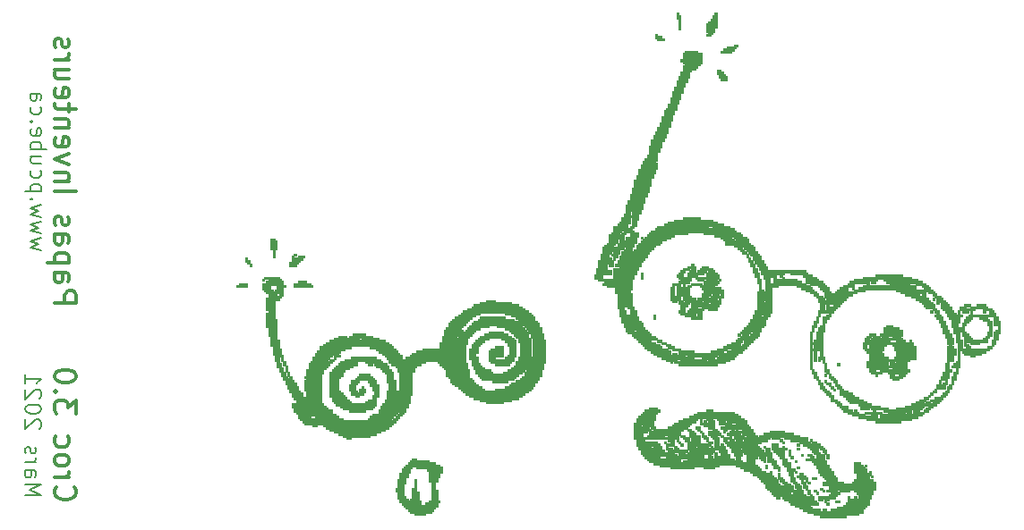
<source format=gbo>
%TF.GenerationSoftware,KiCad,Pcbnew,5.1.7-a382d34a8~88~ubuntu18.04.1*%
%TF.CreationDate,2021-03-14T22:14:16-04:00*%
%TF.ProjectId,CroqueLivreSaintGerard2021_V1,43726f71-7565-44c6-9976-72655361696e,rev?*%
%TF.SameCoordinates,Original*%
%TF.FileFunction,Legend,Bot*%
%TF.FilePolarity,Positive*%
%FSLAX46Y46*%
G04 Gerber Fmt 4.6, Leading zero omitted, Abs format (unit mm)*
G04 Created by KiCad (PCBNEW 5.1.7-a382d34a8~88~ubuntu18.04.1) date 2021-03-14 22:14:16*
%MOMM*%
%LPD*%
G01*
G04 APERTURE LIST*
%ADD10C,0.300000*%
%ADD11C,0.200000*%
%ADD12C,0.010000*%
%ADD13C,0.150000*%
G04 APERTURE END LIST*
D10*
X107060714Y-113529761D02*
X106965476Y-113625000D01*
X106870238Y-113910714D01*
X106870238Y-114101190D01*
X106965476Y-114386904D01*
X107155952Y-114577380D01*
X107346428Y-114672619D01*
X107727380Y-114767857D01*
X108013095Y-114767857D01*
X108394047Y-114672619D01*
X108584523Y-114577380D01*
X108775000Y-114386904D01*
X108870238Y-114101190D01*
X108870238Y-113910714D01*
X108775000Y-113625000D01*
X108679761Y-113529761D01*
X106870238Y-112672619D02*
X108203571Y-112672619D01*
X107822619Y-112672619D02*
X108013095Y-112577380D01*
X108108333Y-112482142D01*
X108203571Y-112291666D01*
X108203571Y-112101190D01*
X106870238Y-111148809D02*
X106965476Y-111339285D01*
X107060714Y-111434523D01*
X107251190Y-111529761D01*
X107822619Y-111529761D01*
X108013095Y-111434523D01*
X108108333Y-111339285D01*
X108203571Y-111148809D01*
X108203571Y-110863095D01*
X108108333Y-110672619D01*
X108013095Y-110577380D01*
X107822619Y-110482142D01*
X107251190Y-110482142D01*
X107060714Y-110577380D01*
X106965476Y-110672619D01*
X106870238Y-110863095D01*
X106870238Y-111148809D01*
X106965476Y-108767857D02*
X106870238Y-108958333D01*
X106870238Y-109339285D01*
X106965476Y-109529761D01*
X107060714Y-109625000D01*
X107251190Y-109720238D01*
X107822619Y-109720238D01*
X108013095Y-109625000D01*
X108108333Y-109529761D01*
X108203571Y-109339285D01*
X108203571Y-108958333D01*
X108108333Y-108767857D01*
X108870238Y-106577380D02*
X108870238Y-105339285D01*
X108108333Y-106005952D01*
X108108333Y-105720238D01*
X108013095Y-105529761D01*
X107917857Y-105434523D01*
X107727380Y-105339285D01*
X107251190Y-105339285D01*
X107060714Y-105434523D01*
X106965476Y-105529761D01*
X106870238Y-105720238D01*
X106870238Y-106291666D01*
X106965476Y-106482142D01*
X107060714Y-106577380D01*
X107060714Y-104482142D02*
X106965476Y-104386904D01*
X106870238Y-104482142D01*
X106965476Y-104577380D01*
X107060714Y-104482142D01*
X106870238Y-104482142D01*
X108870238Y-103148809D02*
X108870238Y-102958333D01*
X108775000Y-102767857D01*
X108679761Y-102672619D01*
X108489285Y-102577380D01*
X108108333Y-102482142D01*
X107632142Y-102482142D01*
X107251190Y-102577380D01*
X107060714Y-102672619D01*
X106965476Y-102767857D01*
X106870238Y-102958333D01*
X106870238Y-103148809D01*
X106965476Y-103339285D01*
X107060714Y-103434523D01*
X107251190Y-103529761D01*
X107632142Y-103625000D01*
X108108333Y-103625000D01*
X108489285Y-103529761D01*
X108679761Y-103434523D01*
X108775000Y-103339285D01*
X108870238Y-103148809D01*
D11*
X104096428Y-114303571D02*
X105596428Y-114303571D01*
X104525000Y-113803571D01*
X105596428Y-113303571D01*
X104096428Y-113303571D01*
X104096428Y-111946428D02*
X104882142Y-111946428D01*
X105025000Y-112017857D01*
X105096428Y-112160714D01*
X105096428Y-112446428D01*
X105025000Y-112589285D01*
X104167857Y-111946428D02*
X104096428Y-112089285D01*
X104096428Y-112446428D01*
X104167857Y-112589285D01*
X104310714Y-112660714D01*
X104453571Y-112660714D01*
X104596428Y-112589285D01*
X104667857Y-112446428D01*
X104667857Y-112089285D01*
X104739285Y-111946428D01*
X104096428Y-111232142D02*
X105096428Y-111232142D01*
X104810714Y-111232142D02*
X104953571Y-111160714D01*
X105025000Y-111089285D01*
X105096428Y-110946428D01*
X105096428Y-110803571D01*
X104167857Y-110375000D02*
X104096428Y-110232142D01*
X104096428Y-109946428D01*
X104167857Y-109803571D01*
X104310714Y-109732142D01*
X104382142Y-109732142D01*
X104525000Y-109803571D01*
X104596428Y-109946428D01*
X104596428Y-110160714D01*
X104667857Y-110303571D01*
X104810714Y-110375000D01*
X104882142Y-110375000D01*
X105025000Y-110303571D01*
X105096428Y-110160714D01*
X105096428Y-109946428D01*
X105025000Y-109803571D01*
X105453571Y-108017857D02*
X105525000Y-107946428D01*
X105596428Y-107803571D01*
X105596428Y-107446428D01*
X105525000Y-107303571D01*
X105453571Y-107232142D01*
X105310714Y-107160714D01*
X105167857Y-107160714D01*
X104953571Y-107232142D01*
X104096428Y-108089285D01*
X104096428Y-107160714D01*
X105596428Y-106232142D02*
X105596428Y-106089285D01*
X105525000Y-105946428D01*
X105453571Y-105875000D01*
X105310714Y-105803571D01*
X105025000Y-105732142D01*
X104667857Y-105732142D01*
X104382142Y-105803571D01*
X104239285Y-105875000D01*
X104167857Y-105946428D01*
X104096428Y-106089285D01*
X104096428Y-106232142D01*
X104167857Y-106375000D01*
X104239285Y-106446428D01*
X104382142Y-106517857D01*
X104667857Y-106589285D01*
X105025000Y-106589285D01*
X105310714Y-106517857D01*
X105453571Y-106446428D01*
X105525000Y-106375000D01*
X105596428Y-106232142D01*
X105453571Y-105160714D02*
X105525000Y-105089285D01*
X105596428Y-104946428D01*
X105596428Y-104589285D01*
X105525000Y-104446428D01*
X105453571Y-104375000D01*
X105310714Y-104303571D01*
X105167857Y-104303571D01*
X104953571Y-104375000D01*
X104096428Y-105232142D01*
X104096428Y-104303571D01*
X104096428Y-102875000D02*
X104096428Y-103732142D01*
X104096428Y-103303571D02*
X105596428Y-103303571D01*
X105382142Y-103446428D01*
X105239285Y-103589285D01*
X105167857Y-103732142D01*
X105596428Y-91125000D02*
X104596428Y-90839285D01*
X105310714Y-90553571D01*
X104596428Y-90267857D01*
X105596428Y-89982142D01*
X105596428Y-89553571D02*
X104596428Y-89267857D01*
X105310714Y-88982142D01*
X104596428Y-88696428D01*
X105596428Y-88410714D01*
X105596428Y-87982142D02*
X104596428Y-87696428D01*
X105310714Y-87410714D01*
X104596428Y-87125000D01*
X105596428Y-86839285D01*
X104739285Y-86267857D02*
X104667857Y-86196428D01*
X104596428Y-86267857D01*
X104667857Y-86339285D01*
X104739285Y-86267857D01*
X104596428Y-86267857D01*
X105596428Y-85553571D02*
X104096428Y-85553571D01*
X105525000Y-85553571D02*
X105596428Y-85410714D01*
X105596428Y-85125000D01*
X105525000Y-84982142D01*
X105453571Y-84910714D01*
X105310714Y-84839285D01*
X104882142Y-84839285D01*
X104739285Y-84910714D01*
X104667857Y-84982142D01*
X104596428Y-85125000D01*
X104596428Y-85410714D01*
X104667857Y-85553571D01*
X104667857Y-83553571D02*
X104596428Y-83696428D01*
X104596428Y-83982142D01*
X104667857Y-84125000D01*
X104739285Y-84196428D01*
X104882142Y-84267857D01*
X105310714Y-84267857D01*
X105453571Y-84196428D01*
X105525000Y-84125000D01*
X105596428Y-83982142D01*
X105596428Y-83696428D01*
X105525000Y-83553571D01*
X105596428Y-82267857D02*
X104596428Y-82267857D01*
X105596428Y-82910714D02*
X104810714Y-82910714D01*
X104667857Y-82839285D01*
X104596428Y-82696428D01*
X104596428Y-82482142D01*
X104667857Y-82339285D01*
X104739285Y-82267857D01*
X104596428Y-81553571D02*
X106096428Y-81553571D01*
X105525000Y-81553571D02*
X105596428Y-81410714D01*
X105596428Y-81125000D01*
X105525000Y-80982142D01*
X105453571Y-80910714D01*
X105310714Y-80839285D01*
X104882142Y-80839285D01*
X104739285Y-80910714D01*
X104667857Y-80982142D01*
X104596428Y-81125000D01*
X104596428Y-81410714D01*
X104667857Y-81553571D01*
X104667857Y-79625000D02*
X104596428Y-79767857D01*
X104596428Y-80053571D01*
X104667857Y-80196428D01*
X104810714Y-80267857D01*
X105382142Y-80267857D01*
X105525000Y-80196428D01*
X105596428Y-80053571D01*
X105596428Y-79767857D01*
X105525000Y-79625000D01*
X105382142Y-79553571D01*
X105239285Y-79553571D01*
X105096428Y-80267857D01*
X104739285Y-78910714D02*
X104667857Y-78839285D01*
X104596428Y-78910714D01*
X104667857Y-78982142D01*
X104739285Y-78910714D01*
X104596428Y-78910714D01*
X104667857Y-77553571D02*
X104596428Y-77696428D01*
X104596428Y-77982142D01*
X104667857Y-78125000D01*
X104739285Y-78196428D01*
X104882142Y-78267857D01*
X105310714Y-78267857D01*
X105453571Y-78196428D01*
X105525000Y-78125000D01*
X105596428Y-77982142D01*
X105596428Y-77696428D01*
X105525000Y-77553571D01*
X104596428Y-76267857D02*
X105382142Y-76267857D01*
X105525000Y-76339285D01*
X105596428Y-76482142D01*
X105596428Y-76767857D01*
X105525000Y-76910714D01*
X104667857Y-76267857D02*
X104596428Y-76410714D01*
X104596428Y-76767857D01*
X104667857Y-76910714D01*
X104810714Y-76982142D01*
X104953571Y-76982142D01*
X105096428Y-76910714D01*
X105167857Y-76767857D01*
X105167857Y-76410714D01*
X105239285Y-76267857D01*
D10*
X106870238Y-96101190D02*
X108870238Y-96101190D01*
X108870238Y-95339285D01*
X108775000Y-95148809D01*
X108679761Y-95053571D01*
X108489285Y-94958333D01*
X108203571Y-94958333D01*
X108013095Y-95053571D01*
X107917857Y-95148809D01*
X107822619Y-95339285D01*
X107822619Y-96101190D01*
X106870238Y-93244047D02*
X107917857Y-93244047D01*
X108108333Y-93339285D01*
X108203571Y-93529761D01*
X108203571Y-93910714D01*
X108108333Y-94101190D01*
X106965476Y-93244047D02*
X106870238Y-93434523D01*
X106870238Y-93910714D01*
X106965476Y-94101190D01*
X107155952Y-94196428D01*
X107346428Y-94196428D01*
X107536904Y-94101190D01*
X107632142Y-93910714D01*
X107632142Y-93434523D01*
X107727380Y-93244047D01*
X108203571Y-92291666D02*
X106203571Y-92291666D01*
X108108333Y-92291666D02*
X108203571Y-92101190D01*
X108203571Y-91720238D01*
X108108333Y-91529761D01*
X108013095Y-91434523D01*
X107822619Y-91339285D01*
X107251190Y-91339285D01*
X107060714Y-91434523D01*
X106965476Y-91529761D01*
X106870238Y-91720238D01*
X106870238Y-92101190D01*
X106965476Y-92291666D01*
X106870238Y-89625000D02*
X107917857Y-89625000D01*
X108108333Y-89720238D01*
X108203571Y-89910714D01*
X108203571Y-90291666D01*
X108108333Y-90482142D01*
X106965476Y-89625000D02*
X106870238Y-89815476D01*
X106870238Y-90291666D01*
X106965476Y-90482142D01*
X107155952Y-90577380D01*
X107346428Y-90577380D01*
X107536904Y-90482142D01*
X107632142Y-90291666D01*
X107632142Y-89815476D01*
X107727380Y-89625000D01*
X106965476Y-88767857D02*
X106870238Y-88577380D01*
X106870238Y-88196428D01*
X106965476Y-88005952D01*
X107155952Y-87910714D01*
X107251190Y-87910714D01*
X107441666Y-88005952D01*
X107536904Y-88196428D01*
X107536904Y-88482142D01*
X107632142Y-88672619D01*
X107822619Y-88767857D01*
X107917857Y-88767857D01*
X108108333Y-88672619D01*
X108203571Y-88482142D01*
X108203571Y-88196428D01*
X108108333Y-88005952D01*
X106870238Y-85529761D02*
X108870238Y-85529761D01*
X108203571Y-84577380D02*
X106870238Y-84577380D01*
X108013095Y-84577380D02*
X108108333Y-84482142D01*
X108203571Y-84291666D01*
X108203571Y-84005952D01*
X108108333Y-83815476D01*
X107917857Y-83720238D01*
X106870238Y-83720238D01*
X108203571Y-82958333D02*
X106870238Y-82482142D01*
X108203571Y-82005952D01*
X106965476Y-80482142D02*
X106870238Y-80672619D01*
X106870238Y-81053571D01*
X106965476Y-81244047D01*
X107155952Y-81339285D01*
X107917857Y-81339285D01*
X108108333Y-81244047D01*
X108203571Y-81053571D01*
X108203571Y-80672619D01*
X108108333Y-80482142D01*
X107917857Y-80386904D01*
X107727380Y-80386904D01*
X107536904Y-81339285D01*
X108203571Y-79529761D02*
X106870238Y-79529761D01*
X108013095Y-79529761D02*
X108108333Y-79434523D01*
X108203571Y-79244047D01*
X108203571Y-78958333D01*
X108108333Y-78767857D01*
X107917857Y-78672619D01*
X106870238Y-78672619D01*
X108203571Y-78005952D02*
X108203571Y-77244047D01*
X108870238Y-77720238D02*
X107155952Y-77720238D01*
X106965476Y-77625000D01*
X106870238Y-77434523D01*
X106870238Y-77244047D01*
X106965476Y-75815476D02*
X106870238Y-76005952D01*
X106870238Y-76386904D01*
X106965476Y-76577380D01*
X107155952Y-76672619D01*
X107917857Y-76672619D01*
X108108333Y-76577380D01*
X108203571Y-76386904D01*
X108203571Y-76005952D01*
X108108333Y-75815476D01*
X107917857Y-75720238D01*
X107727380Y-75720238D01*
X107536904Y-76672619D01*
X108203571Y-74005952D02*
X106870238Y-74005952D01*
X108203571Y-74863095D02*
X107155952Y-74863095D01*
X106965476Y-74767857D01*
X106870238Y-74577380D01*
X106870238Y-74291666D01*
X106965476Y-74101190D01*
X107060714Y-74005952D01*
X106870238Y-73053571D02*
X108203571Y-73053571D01*
X107822619Y-73053571D02*
X108013095Y-72958333D01*
X108108333Y-72863095D01*
X108203571Y-72672619D01*
X108203571Y-72482142D01*
X106965476Y-71910714D02*
X106870238Y-71720238D01*
X106870238Y-71339285D01*
X106965476Y-71148809D01*
X107155952Y-71053571D01*
X107251190Y-71053571D01*
X107441666Y-71148809D01*
X107536904Y-71339285D01*
X107536904Y-71625000D01*
X107632142Y-71815476D01*
X107822619Y-71910714D01*
X107917857Y-71910714D01*
X108108333Y-71815476D01*
X108203571Y-71625000D01*
X108203571Y-71339285D01*
X108108333Y-71148809D01*
D12*
%TO.C,LOGO_papas_inventeurs_et_jeunes*%
G36*
X179475000Y-116225000D02*
G01*
X179275000Y-116225000D01*
X179275000Y-116425000D01*
X179475000Y-116425000D01*
X179475000Y-116225000D01*
G37*
X179475000Y-116225000D02*
X179275000Y-116225000D01*
X179275000Y-116425000D01*
X179475000Y-116425000D01*
X179475000Y-116225000D01*
G36*
X179675000Y-116225000D02*
G01*
X179475000Y-116225000D01*
X179475000Y-116425000D01*
X179675000Y-116425000D01*
X179675000Y-116225000D01*
G37*
X179675000Y-116225000D02*
X179475000Y-116225000D01*
X179475000Y-116425000D01*
X179675000Y-116425000D01*
X179675000Y-116225000D01*
G36*
X179875000Y-116225000D02*
G01*
X179675000Y-116225000D01*
X179675000Y-116425000D01*
X179875000Y-116425000D01*
X179875000Y-116225000D01*
G37*
X179875000Y-116225000D02*
X179675000Y-116225000D01*
X179675000Y-116425000D01*
X179875000Y-116425000D01*
X179875000Y-116225000D01*
G36*
X180075000Y-116225000D02*
G01*
X179875000Y-116225000D01*
X179875000Y-116425000D01*
X180075000Y-116425000D01*
X180075000Y-116225000D01*
G37*
X180075000Y-116225000D02*
X179875000Y-116225000D01*
X179875000Y-116425000D01*
X180075000Y-116425000D01*
X180075000Y-116225000D01*
G36*
X180275000Y-116225000D02*
G01*
X180075000Y-116225000D01*
X180075000Y-116425000D01*
X180275000Y-116425000D01*
X180275000Y-116225000D01*
G37*
X180275000Y-116225000D02*
X180075000Y-116225000D01*
X180075000Y-116425000D01*
X180275000Y-116425000D01*
X180275000Y-116225000D01*
G36*
X180475000Y-116225000D02*
G01*
X180275000Y-116225000D01*
X180275000Y-116425000D01*
X180475000Y-116425000D01*
X180475000Y-116225000D01*
G37*
X180475000Y-116225000D02*
X180275000Y-116225000D01*
X180275000Y-116425000D01*
X180475000Y-116425000D01*
X180475000Y-116225000D01*
G36*
X180675000Y-116225000D02*
G01*
X180475000Y-116225000D01*
X180475000Y-116425000D01*
X180675000Y-116425000D01*
X180675000Y-116225000D01*
G37*
X180675000Y-116225000D02*
X180475000Y-116225000D01*
X180475000Y-116425000D01*
X180675000Y-116425000D01*
X180675000Y-116225000D01*
G36*
X180875000Y-116225000D02*
G01*
X180675000Y-116225000D01*
X180675000Y-116425000D01*
X180875000Y-116425000D01*
X180875000Y-116225000D01*
G37*
X180875000Y-116225000D02*
X180675000Y-116225000D01*
X180675000Y-116425000D01*
X180875000Y-116425000D01*
X180875000Y-116225000D01*
G36*
X181075000Y-116225000D02*
G01*
X180875000Y-116225000D01*
X180875000Y-116425000D01*
X181075000Y-116425000D01*
X181075000Y-116225000D01*
G37*
X181075000Y-116225000D02*
X180875000Y-116225000D01*
X180875000Y-116425000D01*
X181075000Y-116425000D01*
X181075000Y-116225000D01*
G36*
X181275000Y-116225000D02*
G01*
X181075000Y-116225000D01*
X181075000Y-116425000D01*
X181275000Y-116425000D01*
X181275000Y-116225000D01*
G37*
X181275000Y-116225000D02*
X181075000Y-116225000D01*
X181075000Y-116425000D01*
X181275000Y-116425000D01*
X181275000Y-116225000D01*
G36*
X181475000Y-116225000D02*
G01*
X181275000Y-116225000D01*
X181275000Y-116425000D01*
X181475000Y-116425000D01*
X181475000Y-116225000D01*
G37*
X181475000Y-116225000D02*
X181275000Y-116225000D01*
X181275000Y-116425000D01*
X181475000Y-116425000D01*
X181475000Y-116225000D01*
G36*
X181675000Y-116225000D02*
G01*
X181475000Y-116225000D01*
X181475000Y-116425000D01*
X181675000Y-116425000D01*
X181675000Y-116225000D01*
G37*
X181675000Y-116225000D02*
X181475000Y-116225000D01*
X181475000Y-116425000D01*
X181675000Y-116425000D01*
X181675000Y-116225000D01*
G36*
X141075000Y-116025000D02*
G01*
X140875000Y-116025000D01*
X140875000Y-116225000D01*
X141075000Y-116225000D01*
X141075000Y-116025000D01*
G37*
X141075000Y-116025000D02*
X140875000Y-116025000D01*
X140875000Y-116225000D01*
X141075000Y-116225000D01*
X141075000Y-116025000D01*
G36*
X141275000Y-116025000D02*
G01*
X141075000Y-116025000D01*
X141075000Y-116225000D01*
X141275000Y-116225000D01*
X141275000Y-116025000D01*
G37*
X141275000Y-116025000D02*
X141075000Y-116025000D01*
X141075000Y-116225000D01*
X141275000Y-116225000D01*
X141275000Y-116025000D01*
G36*
X141475000Y-116025000D02*
G01*
X141275000Y-116025000D01*
X141275000Y-116225000D01*
X141475000Y-116225000D01*
X141475000Y-116025000D01*
G37*
X141475000Y-116025000D02*
X141275000Y-116025000D01*
X141275000Y-116225000D01*
X141475000Y-116225000D01*
X141475000Y-116025000D01*
G36*
X141675000Y-116025000D02*
G01*
X141475000Y-116025000D01*
X141475000Y-116225000D01*
X141675000Y-116225000D01*
X141675000Y-116025000D01*
G37*
X141675000Y-116025000D02*
X141475000Y-116025000D01*
X141475000Y-116225000D01*
X141675000Y-116225000D01*
X141675000Y-116025000D01*
G36*
X141875000Y-116025000D02*
G01*
X141675000Y-116025000D01*
X141675000Y-116225000D01*
X141875000Y-116225000D01*
X141875000Y-116025000D01*
G37*
X141875000Y-116025000D02*
X141675000Y-116025000D01*
X141675000Y-116225000D01*
X141875000Y-116225000D01*
X141875000Y-116025000D01*
G36*
X178875000Y-116025000D02*
G01*
X178675000Y-116025000D01*
X178675000Y-116225000D01*
X178875000Y-116225000D01*
X178875000Y-116025000D01*
G37*
X178875000Y-116025000D02*
X178675000Y-116025000D01*
X178675000Y-116225000D01*
X178875000Y-116225000D01*
X178875000Y-116025000D01*
G36*
X179075000Y-116025000D02*
G01*
X178875000Y-116025000D01*
X178875000Y-116225000D01*
X179075000Y-116225000D01*
X179075000Y-116025000D01*
G37*
X179075000Y-116025000D02*
X178875000Y-116025000D01*
X178875000Y-116225000D01*
X179075000Y-116225000D01*
X179075000Y-116025000D01*
G36*
X179275000Y-116025000D02*
G01*
X179075000Y-116025000D01*
X179075000Y-116225000D01*
X179275000Y-116225000D01*
X179275000Y-116025000D01*
G37*
X179275000Y-116025000D02*
X179075000Y-116025000D01*
X179075000Y-116225000D01*
X179275000Y-116225000D01*
X179275000Y-116025000D01*
G36*
X179475000Y-116025000D02*
G01*
X179275000Y-116025000D01*
X179275000Y-116225000D01*
X179475000Y-116225000D01*
X179475000Y-116025000D01*
G37*
X179475000Y-116025000D02*
X179275000Y-116025000D01*
X179275000Y-116225000D01*
X179475000Y-116225000D01*
X179475000Y-116025000D01*
G36*
X179675000Y-116025000D02*
G01*
X179475000Y-116025000D01*
X179475000Y-116225000D01*
X179675000Y-116225000D01*
X179675000Y-116025000D01*
G37*
X179675000Y-116025000D02*
X179475000Y-116025000D01*
X179475000Y-116225000D01*
X179675000Y-116225000D01*
X179675000Y-116025000D01*
G36*
X179875000Y-116025000D02*
G01*
X179675000Y-116025000D01*
X179675000Y-116225000D01*
X179875000Y-116225000D01*
X179875000Y-116025000D01*
G37*
X179875000Y-116025000D02*
X179675000Y-116025000D01*
X179675000Y-116225000D01*
X179875000Y-116225000D01*
X179875000Y-116025000D01*
G36*
X180075000Y-116025000D02*
G01*
X179875000Y-116025000D01*
X179875000Y-116225000D01*
X180075000Y-116225000D01*
X180075000Y-116025000D01*
G37*
X180075000Y-116025000D02*
X179875000Y-116025000D01*
X179875000Y-116225000D01*
X180075000Y-116225000D01*
X180075000Y-116025000D01*
G36*
X180275000Y-116025000D02*
G01*
X180075000Y-116025000D01*
X180075000Y-116225000D01*
X180275000Y-116225000D01*
X180275000Y-116025000D01*
G37*
X180275000Y-116025000D02*
X180075000Y-116025000D01*
X180075000Y-116225000D01*
X180275000Y-116225000D01*
X180275000Y-116025000D01*
G36*
X180475000Y-116025000D02*
G01*
X180275000Y-116025000D01*
X180275000Y-116225000D01*
X180475000Y-116225000D01*
X180475000Y-116025000D01*
G37*
X180475000Y-116025000D02*
X180275000Y-116025000D01*
X180275000Y-116225000D01*
X180475000Y-116225000D01*
X180475000Y-116025000D01*
G36*
X180675000Y-116025000D02*
G01*
X180475000Y-116025000D01*
X180475000Y-116225000D01*
X180675000Y-116225000D01*
X180675000Y-116025000D01*
G37*
X180675000Y-116025000D02*
X180475000Y-116025000D01*
X180475000Y-116225000D01*
X180675000Y-116225000D01*
X180675000Y-116025000D01*
G36*
X180875000Y-116025000D02*
G01*
X180675000Y-116025000D01*
X180675000Y-116225000D01*
X180875000Y-116225000D01*
X180875000Y-116025000D01*
G37*
X180875000Y-116025000D02*
X180675000Y-116025000D01*
X180675000Y-116225000D01*
X180875000Y-116225000D01*
X180875000Y-116025000D01*
G36*
X181075000Y-116025000D02*
G01*
X180875000Y-116025000D01*
X180875000Y-116225000D01*
X181075000Y-116225000D01*
X181075000Y-116025000D01*
G37*
X181075000Y-116025000D02*
X180875000Y-116025000D01*
X180875000Y-116225000D01*
X181075000Y-116225000D01*
X181075000Y-116025000D01*
G36*
X181275000Y-116025000D02*
G01*
X181075000Y-116025000D01*
X181075000Y-116225000D01*
X181275000Y-116225000D01*
X181275000Y-116025000D01*
G37*
X181275000Y-116025000D02*
X181075000Y-116025000D01*
X181075000Y-116225000D01*
X181275000Y-116225000D01*
X181275000Y-116025000D01*
G36*
X181475000Y-116025000D02*
G01*
X181275000Y-116025000D01*
X181275000Y-116225000D01*
X181475000Y-116225000D01*
X181475000Y-116025000D01*
G37*
X181475000Y-116025000D02*
X181275000Y-116025000D01*
X181275000Y-116225000D01*
X181475000Y-116225000D01*
X181475000Y-116025000D01*
G36*
X181675000Y-116025000D02*
G01*
X181475000Y-116025000D01*
X181475000Y-116225000D01*
X181675000Y-116225000D01*
X181675000Y-116025000D01*
G37*
X181675000Y-116025000D02*
X181475000Y-116025000D01*
X181475000Y-116225000D01*
X181675000Y-116225000D01*
X181675000Y-116025000D01*
G36*
X181875000Y-116025000D02*
G01*
X181675000Y-116025000D01*
X181675000Y-116225000D01*
X181875000Y-116225000D01*
X181875000Y-116025000D01*
G37*
X181875000Y-116025000D02*
X181675000Y-116025000D01*
X181675000Y-116225000D01*
X181875000Y-116225000D01*
X181875000Y-116025000D01*
G36*
X182075000Y-116025000D02*
G01*
X181875000Y-116025000D01*
X181875000Y-116225000D01*
X182075000Y-116225000D01*
X182075000Y-116025000D01*
G37*
X182075000Y-116025000D02*
X181875000Y-116025000D01*
X181875000Y-116225000D01*
X182075000Y-116225000D01*
X182075000Y-116025000D01*
G36*
X182275000Y-116025000D02*
G01*
X182075000Y-116025000D01*
X182075000Y-116225000D01*
X182275000Y-116225000D01*
X182275000Y-116025000D01*
G37*
X182275000Y-116025000D02*
X182075000Y-116025000D01*
X182075000Y-116225000D01*
X182275000Y-116225000D01*
X182275000Y-116025000D01*
G36*
X182475000Y-116025000D02*
G01*
X182275000Y-116025000D01*
X182275000Y-116225000D01*
X182475000Y-116225000D01*
X182475000Y-116025000D01*
G37*
X182475000Y-116025000D02*
X182275000Y-116025000D01*
X182275000Y-116225000D01*
X182475000Y-116225000D01*
X182475000Y-116025000D01*
G36*
X182675000Y-116025000D02*
G01*
X182475000Y-116025000D01*
X182475000Y-116225000D01*
X182675000Y-116225000D01*
X182675000Y-116025000D01*
G37*
X182675000Y-116025000D02*
X182475000Y-116025000D01*
X182475000Y-116225000D01*
X182675000Y-116225000D01*
X182675000Y-116025000D01*
G36*
X182875000Y-116025000D02*
G01*
X182675000Y-116025000D01*
X182675000Y-116225000D01*
X182875000Y-116225000D01*
X182875000Y-116025000D01*
G37*
X182875000Y-116025000D02*
X182675000Y-116025000D01*
X182675000Y-116225000D01*
X182875000Y-116225000D01*
X182875000Y-116025000D01*
G36*
X140675000Y-115825000D02*
G01*
X140475000Y-115825000D01*
X140475000Y-116025000D01*
X140675000Y-116025000D01*
X140675000Y-115825000D01*
G37*
X140675000Y-115825000D02*
X140475000Y-115825000D01*
X140475000Y-116025000D01*
X140675000Y-116025000D01*
X140675000Y-115825000D01*
G36*
X140875000Y-115825000D02*
G01*
X140675000Y-115825000D01*
X140675000Y-116025000D01*
X140875000Y-116025000D01*
X140875000Y-115825000D01*
G37*
X140875000Y-115825000D02*
X140675000Y-115825000D01*
X140675000Y-116025000D01*
X140875000Y-116025000D01*
X140875000Y-115825000D01*
G36*
X141075000Y-115825000D02*
G01*
X140875000Y-115825000D01*
X140875000Y-116025000D01*
X141075000Y-116025000D01*
X141075000Y-115825000D01*
G37*
X141075000Y-115825000D02*
X140875000Y-115825000D01*
X140875000Y-116025000D01*
X141075000Y-116025000D01*
X141075000Y-115825000D01*
G36*
X141275000Y-115825000D02*
G01*
X141075000Y-115825000D01*
X141075000Y-116025000D01*
X141275000Y-116025000D01*
X141275000Y-115825000D01*
G37*
X141275000Y-115825000D02*
X141075000Y-115825000D01*
X141075000Y-116025000D01*
X141275000Y-116025000D01*
X141275000Y-115825000D01*
G36*
X141475000Y-115825000D02*
G01*
X141275000Y-115825000D01*
X141275000Y-116025000D01*
X141475000Y-116025000D01*
X141475000Y-115825000D01*
G37*
X141475000Y-115825000D02*
X141275000Y-115825000D01*
X141275000Y-116025000D01*
X141475000Y-116025000D01*
X141475000Y-115825000D01*
G36*
X141675000Y-115825000D02*
G01*
X141475000Y-115825000D01*
X141475000Y-116025000D01*
X141675000Y-116025000D01*
X141675000Y-115825000D01*
G37*
X141675000Y-115825000D02*
X141475000Y-115825000D01*
X141475000Y-116025000D01*
X141675000Y-116025000D01*
X141675000Y-115825000D01*
G36*
X141875000Y-115825000D02*
G01*
X141675000Y-115825000D01*
X141675000Y-116025000D01*
X141875000Y-116025000D01*
X141875000Y-115825000D01*
G37*
X141875000Y-115825000D02*
X141675000Y-115825000D01*
X141675000Y-116025000D01*
X141875000Y-116025000D01*
X141875000Y-115825000D01*
G36*
X142075000Y-115825000D02*
G01*
X141875000Y-115825000D01*
X141875000Y-116025000D01*
X142075000Y-116025000D01*
X142075000Y-115825000D01*
G37*
X142075000Y-115825000D02*
X141875000Y-115825000D01*
X141875000Y-116025000D01*
X142075000Y-116025000D01*
X142075000Y-115825000D01*
G36*
X142275000Y-115825000D02*
G01*
X142075000Y-115825000D01*
X142075000Y-116025000D01*
X142275000Y-116025000D01*
X142275000Y-115825000D01*
G37*
X142275000Y-115825000D02*
X142075000Y-115825000D01*
X142075000Y-116025000D01*
X142275000Y-116025000D01*
X142275000Y-115825000D01*
G36*
X142475000Y-115825000D02*
G01*
X142275000Y-115825000D01*
X142275000Y-116025000D01*
X142475000Y-116025000D01*
X142475000Y-115825000D01*
G37*
X142475000Y-115825000D02*
X142275000Y-115825000D01*
X142275000Y-116025000D01*
X142475000Y-116025000D01*
X142475000Y-115825000D01*
G36*
X178275000Y-115825000D02*
G01*
X178075000Y-115825000D01*
X178075000Y-116025000D01*
X178275000Y-116025000D01*
X178275000Y-115825000D01*
G37*
X178275000Y-115825000D02*
X178075000Y-115825000D01*
X178075000Y-116025000D01*
X178275000Y-116025000D01*
X178275000Y-115825000D01*
G36*
X178475000Y-115825000D02*
G01*
X178275000Y-115825000D01*
X178275000Y-116025000D01*
X178475000Y-116025000D01*
X178475000Y-115825000D01*
G37*
X178475000Y-115825000D02*
X178275000Y-115825000D01*
X178275000Y-116025000D01*
X178475000Y-116025000D01*
X178475000Y-115825000D01*
G36*
X178675000Y-115825000D02*
G01*
X178475000Y-115825000D01*
X178475000Y-116025000D01*
X178675000Y-116025000D01*
X178675000Y-115825000D01*
G37*
X178675000Y-115825000D02*
X178475000Y-115825000D01*
X178475000Y-116025000D01*
X178675000Y-116025000D01*
X178675000Y-115825000D01*
G36*
X178875000Y-115825000D02*
G01*
X178675000Y-115825000D01*
X178675000Y-116025000D01*
X178875000Y-116025000D01*
X178875000Y-115825000D01*
G37*
X178875000Y-115825000D02*
X178675000Y-115825000D01*
X178675000Y-116025000D01*
X178875000Y-116025000D01*
X178875000Y-115825000D01*
G36*
X179075000Y-115825000D02*
G01*
X178875000Y-115825000D01*
X178875000Y-116025000D01*
X179075000Y-116025000D01*
X179075000Y-115825000D01*
G37*
X179075000Y-115825000D02*
X178875000Y-115825000D01*
X178875000Y-116025000D01*
X179075000Y-116025000D01*
X179075000Y-115825000D01*
G36*
X179275000Y-115825000D02*
G01*
X179075000Y-115825000D01*
X179075000Y-116025000D01*
X179275000Y-116025000D01*
X179275000Y-115825000D01*
G37*
X179275000Y-115825000D02*
X179075000Y-115825000D01*
X179075000Y-116025000D01*
X179275000Y-116025000D01*
X179275000Y-115825000D01*
G36*
X179475000Y-115825000D02*
G01*
X179275000Y-115825000D01*
X179275000Y-116025000D01*
X179475000Y-116025000D01*
X179475000Y-115825000D01*
G37*
X179475000Y-115825000D02*
X179275000Y-115825000D01*
X179275000Y-116025000D01*
X179475000Y-116025000D01*
X179475000Y-115825000D01*
G36*
X179675000Y-115825000D02*
G01*
X179475000Y-115825000D01*
X179475000Y-116025000D01*
X179675000Y-116025000D01*
X179675000Y-115825000D01*
G37*
X179675000Y-115825000D02*
X179475000Y-115825000D01*
X179475000Y-116025000D01*
X179675000Y-116025000D01*
X179675000Y-115825000D01*
G36*
X179875000Y-115825000D02*
G01*
X179675000Y-115825000D01*
X179675000Y-116025000D01*
X179875000Y-116025000D01*
X179875000Y-115825000D01*
G37*
X179875000Y-115825000D02*
X179675000Y-115825000D01*
X179675000Y-116025000D01*
X179875000Y-116025000D01*
X179875000Y-115825000D01*
G36*
X180075000Y-115825000D02*
G01*
X179875000Y-115825000D01*
X179875000Y-116025000D01*
X180075000Y-116025000D01*
X180075000Y-115825000D01*
G37*
X180075000Y-115825000D02*
X179875000Y-115825000D01*
X179875000Y-116025000D01*
X180075000Y-116025000D01*
X180075000Y-115825000D01*
G36*
X180275000Y-115825000D02*
G01*
X180075000Y-115825000D01*
X180075000Y-116025000D01*
X180275000Y-116025000D01*
X180275000Y-115825000D01*
G37*
X180275000Y-115825000D02*
X180075000Y-115825000D01*
X180075000Y-116025000D01*
X180275000Y-116025000D01*
X180275000Y-115825000D01*
G36*
X180475000Y-115825000D02*
G01*
X180275000Y-115825000D01*
X180275000Y-116025000D01*
X180475000Y-116025000D01*
X180475000Y-115825000D01*
G37*
X180475000Y-115825000D02*
X180275000Y-115825000D01*
X180275000Y-116025000D01*
X180475000Y-116025000D01*
X180475000Y-115825000D01*
G36*
X180675000Y-115825000D02*
G01*
X180475000Y-115825000D01*
X180475000Y-116025000D01*
X180675000Y-116025000D01*
X180675000Y-115825000D01*
G37*
X180675000Y-115825000D02*
X180475000Y-115825000D01*
X180475000Y-116025000D01*
X180675000Y-116025000D01*
X180675000Y-115825000D01*
G36*
X180875000Y-115825000D02*
G01*
X180675000Y-115825000D01*
X180675000Y-116025000D01*
X180875000Y-116025000D01*
X180875000Y-115825000D01*
G37*
X180875000Y-115825000D02*
X180675000Y-115825000D01*
X180675000Y-116025000D01*
X180875000Y-116025000D01*
X180875000Y-115825000D01*
G36*
X181075000Y-115825000D02*
G01*
X180875000Y-115825000D01*
X180875000Y-116025000D01*
X181075000Y-116025000D01*
X181075000Y-115825000D01*
G37*
X181075000Y-115825000D02*
X180875000Y-115825000D01*
X180875000Y-116025000D01*
X181075000Y-116025000D01*
X181075000Y-115825000D01*
G36*
X181275000Y-115825000D02*
G01*
X181075000Y-115825000D01*
X181075000Y-116025000D01*
X181275000Y-116025000D01*
X181275000Y-115825000D01*
G37*
X181275000Y-115825000D02*
X181075000Y-115825000D01*
X181075000Y-116025000D01*
X181275000Y-116025000D01*
X181275000Y-115825000D01*
G36*
X181475000Y-115825000D02*
G01*
X181275000Y-115825000D01*
X181275000Y-116025000D01*
X181475000Y-116025000D01*
X181475000Y-115825000D01*
G37*
X181475000Y-115825000D02*
X181275000Y-115825000D01*
X181275000Y-116025000D01*
X181475000Y-116025000D01*
X181475000Y-115825000D01*
G36*
X181675000Y-115825000D02*
G01*
X181475000Y-115825000D01*
X181475000Y-116025000D01*
X181675000Y-116025000D01*
X181675000Y-115825000D01*
G37*
X181675000Y-115825000D02*
X181475000Y-115825000D01*
X181475000Y-116025000D01*
X181675000Y-116025000D01*
X181675000Y-115825000D01*
G36*
X181875000Y-115825000D02*
G01*
X181675000Y-115825000D01*
X181675000Y-116025000D01*
X181875000Y-116025000D01*
X181875000Y-115825000D01*
G37*
X181875000Y-115825000D02*
X181675000Y-115825000D01*
X181675000Y-116025000D01*
X181875000Y-116025000D01*
X181875000Y-115825000D01*
G36*
X182075000Y-115825000D02*
G01*
X181875000Y-115825000D01*
X181875000Y-116025000D01*
X182075000Y-116025000D01*
X182075000Y-115825000D01*
G37*
X182075000Y-115825000D02*
X181875000Y-115825000D01*
X181875000Y-116025000D01*
X182075000Y-116025000D01*
X182075000Y-115825000D01*
G36*
X182275000Y-115825000D02*
G01*
X182075000Y-115825000D01*
X182075000Y-116025000D01*
X182275000Y-116025000D01*
X182275000Y-115825000D01*
G37*
X182275000Y-115825000D02*
X182075000Y-115825000D01*
X182075000Y-116025000D01*
X182275000Y-116025000D01*
X182275000Y-115825000D01*
G36*
X182475000Y-115825000D02*
G01*
X182275000Y-115825000D01*
X182275000Y-116025000D01*
X182475000Y-116025000D01*
X182475000Y-115825000D01*
G37*
X182475000Y-115825000D02*
X182275000Y-115825000D01*
X182275000Y-116025000D01*
X182475000Y-116025000D01*
X182475000Y-115825000D01*
G36*
X182675000Y-115825000D02*
G01*
X182475000Y-115825000D01*
X182475000Y-116025000D01*
X182675000Y-116025000D01*
X182675000Y-115825000D01*
G37*
X182675000Y-115825000D02*
X182475000Y-115825000D01*
X182475000Y-116025000D01*
X182675000Y-116025000D01*
X182675000Y-115825000D01*
G36*
X182875000Y-115825000D02*
G01*
X182675000Y-115825000D01*
X182675000Y-116025000D01*
X182875000Y-116025000D01*
X182875000Y-115825000D01*
G37*
X182875000Y-115825000D02*
X182675000Y-115825000D01*
X182675000Y-116025000D01*
X182875000Y-116025000D01*
X182875000Y-115825000D01*
G36*
X183075000Y-115825000D02*
G01*
X182875000Y-115825000D01*
X182875000Y-116025000D01*
X183075000Y-116025000D01*
X183075000Y-115825000D01*
G37*
X183075000Y-115825000D02*
X182875000Y-115825000D01*
X182875000Y-116025000D01*
X183075000Y-116025000D01*
X183075000Y-115825000D01*
G36*
X183275000Y-115825000D02*
G01*
X183075000Y-115825000D01*
X183075000Y-116025000D01*
X183275000Y-116025000D01*
X183275000Y-115825000D01*
G37*
X183275000Y-115825000D02*
X183075000Y-115825000D01*
X183075000Y-116025000D01*
X183275000Y-116025000D01*
X183275000Y-115825000D01*
G36*
X140475000Y-115625000D02*
G01*
X140275000Y-115625000D01*
X140275000Y-115825000D01*
X140475000Y-115825000D01*
X140475000Y-115625000D01*
G37*
X140475000Y-115625000D02*
X140275000Y-115625000D01*
X140275000Y-115825000D01*
X140475000Y-115825000D01*
X140475000Y-115625000D01*
G36*
X140675000Y-115625000D02*
G01*
X140475000Y-115625000D01*
X140475000Y-115825000D01*
X140675000Y-115825000D01*
X140675000Y-115625000D01*
G37*
X140675000Y-115625000D02*
X140475000Y-115625000D01*
X140475000Y-115825000D01*
X140675000Y-115825000D01*
X140675000Y-115625000D01*
G36*
X140875000Y-115625000D02*
G01*
X140675000Y-115625000D01*
X140675000Y-115825000D01*
X140875000Y-115825000D01*
X140875000Y-115625000D01*
G37*
X140875000Y-115625000D02*
X140675000Y-115625000D01*
X140675000Y-115825000D01*
X140875000Y-115825000D01*
X140875000Y-115625000D01*
G36*
X141075000Y-115625000D02*
G01*
X140875000Y-115625000D01*
X140875000Y-115825000D01*
X141075000Y-115825000D01*
X141075000Y-115625000D01*
G37*
X141075000Y-115625000D02*
X140875000Y-115625000D01*
X140875000Y-115825000D01*
X141075000Y-115825000D01*
X141075000Y-115625000D01*
G36*
X141275000Y-115625000D02*
G01*
X141075000Y-115625000D01*
X141075000Y-115825000D01*
X141275000Y-115825000D01*
X141275000Y-115625000D01*
G37*
X141275000Y-115625000D02*
X141075000Y-115625000D01*
X141075000Y-115825000D01*
X141275000Y-115825000D01*
X141275000Y-115625000D01*
G36*
X141475000Y-115625000D02*
G01*
X141275000Y-115625000D01*
X141275000Y-115825000D01*
X141475000Y-115825000D01*
X141475000Y-115625000D01*
G37*
X141475000Y-115625000D02*
X141275000Y-115625000D01*
X141275000Y-115825000D01*
X141475000Y-115825000D01*
X141475000Y-115625000D01*
G36*
X141675000Y-115625000D02*
G01*
X141475000Y-115625000D01*
X141475000Y-115825000D01*
X141675000Y-115825000D01*
X141675000Y-115625000D01*
G37*
X141675000Y-115625000D02*
X141475000Y-115625000D01*
X141475000Y-115825000D01*
X141675000Y-115825000D01*
X141675000Y-115625000D01*
G36*
X141875000Y-115625000D02*
G01*
X141675000Y-115625000D01*
X141675000Y-115825000D01*
X141875000Y-115825000D01*
X141875000Y-115625000D01*
G37*
X141875000Y-115625000D02*
X141675000Y-115625000D01*
X141675000Y-115825000D01*
X141875000Y-115825000D01*
X141875000Y-115625000D01*
G36*
X142075000Y-115625000D02*
G01*
X141875000Y-115625000D01*
X141875000Y-115825000D01*
X142075000Y-115825000D01*
X142075000Y-115625000D01*
G37*
X142075000Y-115625000D02*
X141875000Y-115625000D01*
X141875000Y-115825000D01*
X142075000Y-115825000D01*
X142075000Y-115625000D01*
G36*
X142275000Y-115625000D02*
G01*
X142075000Y-115625000D01*
X142075000Y-115825000D01*
X142275000Y-115825000D01*
X142275000Y-115625000D01*
G37*
X142275000Y-115625000D02*
X142075000Y-115625000D01*
X142075000Y-115825000D01*
X142275000Y-115825000D01*
X142275000Y-115625000D01*
G36*
X142475000Y-115625000D02*
G01*
X142275000Y-115625000D01*
X142275000Y-115825000D01*
X142475000Y-115825000D01*
X142475000Y-115625000D01*
G37*
X142475000Y-115625000D02*
X142275000Y-115625000D01*
X142275000Y-115825000D01*
X142475000Y-115825000D01*
X142475000Y-115625000D01*
G36*
X142675000Y-115625000D02*
G01*
X142475000Y-115625000D01*
X142475000Y-115825000D01*
X142675000Y-115825000D01*
X142675000Y-115625000D01*
G37*
X142675000Y-115625000D02*
X142475000Y-115625000D01*
X142475000Y-115825000D01*
X142675000Y-115825000D01*
X142675000Y-115625000D01*
G36*
X177875000Y-115625000D02*
G01*
X177675000Y-115625000D01*
X177675000Y-115825000D01*
X177875000Y-115825000D01*
X177875000Y-115625000D01*
G37*
X177875000Y-115625000D02*
X177675000Y-115625000D01*
X177675000Y-115825000D01*
X177875000Y-115825000D01*
X177875000Y-115625000D01*
G36*
X178075000Y-115625000D02*
G01*
X177875000Y-115625000D01*
X177875000Y-115825000D01*
X178075000Y-115825000D01*
X178075000Y-115625000D01*
G37*
X178075000Y-115625000D02*
X177875000Y-115625000D01*
X177875000Y-115825000D01*
X178075000Y-115825000D01*
X178075000Y-115625000D01*
G36*
X178275000Y-115625000D02*
G01*
X178075000Y-115625000D01*
X178075000Y-115825000D01*
X178275000Y-115825000D01*
X178275000Y-115625000D01*
G37*
X178275000Y-115625000D02*
X178075000Y-115625000D01*
X178075000Y-115825000D01*
X178275000Y-115825000D01*
X178275000Y-115625000D01*
G36*
X178475000Y-115625000D02*
G01*
X178275000Y-115625000D01*
X178275000Y-115825000D01*
X178475000Y-115825000D01*
X178475000Y-115625000D01*
G37*
X178475000Y-115625000D02*
X178275000Y-115625000D01*
X178275000Y-115825000D01*
X178475000Y-115825000D01*
X178475000Y-115625000D01*
G36*
X178675000Y-115625000D02*
G01*
X178475000Y-115625000D01*
X178475000Y-115825000D01*
X178675000Y-115825000D01*
X178675000Y-115625000D01*
G37*
X178675000Y-115625000D02*
X178475000Y-115625000D01*
X178475000Y-115825000D01*
X178675000Y-115825000D01*
X178675000Y-115625000D01*
G36*
X178875000Y-115625000D02*
G01*
X178675000Y-115625000D01*
X178675000Y-115825000D01*
X178875000Y-115825000D01*
X178875000Y-115625000D01*
G37*
X178875000Y-115625000D02*
X178675000Y-115625000D01*
X178675000Y-115825000D01*
X178875000Y-115825000D01*
X178875000Y-115625000D01*
G36*
X179075000Y-115625000D02*
G01*
X178875000Y-115625000D01*
X178875000Y-115825000D01*
X179075000Y-115825000D01*
X179075000Y-115625000D01*
G37*
X179075000Y-115625000D02*
X178875000Y-115625000D01*
X178875000Y-115825000D01*
X179075000Y-115825000D01*
X179075000Y-115625000D01*
G36*
X179275000Y-115625000D02*
G01*
X179075000Y-115625000D01*
X179075000Y-115825000D01*
X179275000Y-115825000D01*
X179275000Y-115625000D01*
G37*
X179275000Y-115625000D02*
X179075000Y-115625000D01*
X179075000Y-115825000D01*
X179275000Y-115825000D01*
X179275000Y-115625000D01*
G36*
X179675000Y-115625000D02*
G01*
X179475000Y-115625000D01*
X179475000Y-115825000D01*
X179675000Y-115825000D01*
X179675000Y-115625000D01*
G37*
X179675000Y-115625000D02*
X179475000Y-115625000D01*
X179475000Y-115825000D01*
X179675000Y-115825000D01*
X179675000Y-115625000D01*
G36*
X179875000Y-115625000D02*
G01*
X179675000Y-115625000D01*
X179675000Y-115825000D01*
X179875000Y-115825000D01*
X179875000Y-115625000D01*
G37*
X179875000Y-115625000D02*
X179675000Y-115625000D01*
X179675000Y-115825000D01*
X179875000Y-115825000D01*
X179875000Y-115625000D01*
G36*
X180475000Y-115625000D02*
G01*
X180275000Y-115625000D01*
X180275000Y-115825000D01*
X180475000Y-115825000D01*
X180475000Y-115625000D01*
G37*
X180475000Y-115625000D02*
X180275000Y-115625000D01*
X180275000Y-115825000D01*
X180475000Y-115825000D01*
X180475000Y-115625000D01*
G36*
X180675000Y-115625000D02*
G01*
X180475000Y-115625000D01*
X180475000Y-115825000D01*
X180675000Y-115825000D01*
X180675000Y-115625000D01*
G37*
X180675000Y-115625000D02*
X180475000Y-115625000D01*
X180475000Y-115825000D01*
X180675000Y-115825000D01*
X180675000Y-115625000D01*
G36*
X180875000Y-115625000D02*
G01*
X180675000Y-115625000D01*
X180675000Y-115825000D01*
X180875000Y-115825000D01*
X180875000Y-115625000D01*
G37*
X180875000Y-115625000D02*
X180675000Y-115625000D01*
X180675000Y-115825000D01*
X180875000Y-115825000D01*
X180875000Y-115625000D01*
G36*
X181075000Y-115625000D02*
G01*
X180875000Y-115625000D01*
X180875000Y-115825000D01*
X181075000Y-115825000D01*
X181075000Y-115625000D01*
G37*
X181075000Y-115625000D02*
X180875000Y-115625000D01*
X180875000Y-115825000D01*
X181075000Y-115825000D01*
X181075000Y-115625000D01*
G36*
X181275000Y-115625000D02*
G01*
X181075000Y-115625000D01*
X181075000Y-115825000D01*
X181275000Y-115825000D01*
X181275000Y-115625000D01*
G37*
X181275000Y-115625000D02*
X181075000Y-115625000D01*
X181075000Y-115825000D01*
X181275000Y-115825000D01*
X181275000Y-115625000D01*
G36*
X181475000Y-115625000D02*
G01*
X181275000Y-115625000D01*
X181275000Y-115825000D01*
X181475000Y-115825000D01*
X181475000Y-115625000D01*
G37*
X181475000Y-115625000D02*
X181275000Y-115625000D01*
X181275000Y-115825000D01*
X181475000Y-115825000D01*
X181475000Y-115625000D01*
G36*
X181675000Y-115625000D02*
G01*
X181475000Y-115625000D01*
X181475000Y-115825000D01*
X181675000Y-115825000D01*
X181675000Y-115625000D01*
G37*
X181675000Y-115625000D02*
X181475000Y-115625000D01*
X181475000Y-115825000D01*
X181675000Y-115825000D01*
X181675000Y-115625000D01*
G36*
X181875000Y-115625000D02*
G01*
X181675000Y-115625000D01*
X181675000Y-115825000D01*
X181875000Y-115825000D01*
X181875000Y-115625000D01*
G37*
X181875000Y-115625000D02*
X181675000Y-115625000D01*
X181675000Y-115825000D01*
X181875000Y-115825000D01*
X181875000Y-115625000D01*
G36*
X182075000Y-115625000D02*
G01*
X181875000Y-115625000D01*
X181875000Y-115825000D01*
X182075000Y-115825000D01*
X182075000Y-115625000D01*
G37*
X182075000Y-115625000D02*
X181875000Y-115625000D01*
X181875000Y-115825000D01*
X182075000Y-115825000D01*
X182075000Y-115625000D01*
G36*
X182275000Y-115625000D02*
G01*
X182075000Y-115625000D01*
X182075000Y-115825000D01*
X182275000Y-115825000D01*
X182275000Y-115625000D01*
G37*
X182275000Y-115625000D02*
X182075000Y-115625000D01*
X182075000Y-115825000D01*
X182275000Y-115825000D01*
X182275000Y-115625000D01*
G36*
X182475000Y-115625000D02*
G01*
X182275000Y-115625000D01*
X182275000Y-115825000D01*
X182475000Y-115825000D01*
X182475000Y-115625000D01*
G37*
X182475000Y-115625000D02*
X182275000Y-115625000D01*
X182275000Y-115825000D01*
X182475000Y-115825000D01*
X182475000Y-115625000D01*
G36*
X182675000Y-115625000D02*
G01*
X182475000Y-115625000D01*
X182475000Y-115825000D01*
X182675000Y-115825000D01*
X182675000Y-115625000D01*
G37*
X182675000Y-115625000D02*
X182475000Y-115625000D01*
X182475000Y-115825000D01*
X182675000Y-115825000D01*
X182675000Y-115625000D01*
G36*
X182875000Y-115625000D02*
G01*
X182675000Y-115625000D01*
X182675000Y-115825000D01*
X182875000Y-115825000D01*
X182875000Y-115625000D01*
G37*
X182875000Y-115625000D02*
X182675000Y-115625000D01*
X182675000Y-115825000D01*
X182875000Y-115825000D01*
X182875000Y-115625000D01*
G36*
X183075000Y-115625000D02*
G01*
X182875000Y-115625000D01*
X182875000Y-115825000D01*
X183075000Y-115825000D01*
X183075000Y-115625000D01*
G37*
X183075000Y-115625000D02*
X182875000Y-115625000D01*
X182875000Y-115825000D01*
X183075000Y-115825000D01*
X183075000Y-115625000D01*
G36*
X183275000Y-115625000D02*
G01*
X183075000Y-115625000D01*
X183075000Y-115825000D01*
X183275000Y-115825000D01*
X183275000Y-115625000D01*
G37*
X183275000Y-115625000D02*
X183075000Y-115625000D01*
X183075000Y-115825000D01*
X183275000Y-115825000D01*
X183275000Y-115625000D01*
G36*
X140275000Y-115425000D02*
G01*
X140075000Y-115425000D01*
X140075000Y-115625000D01*
X140275000Y-115625000D01*
X140275000Y-115425000D01*
G37*
X140275000Y-115425000D02*
X140075000Y-115425000D01*
X140075000Y-115625000D01*
X140275000Y-115625000D01*
X140275000Y-115425000D01*
G36*
X140475000Y-115425000D02*
G01*
X140275000Y-115425000D01*
X140275000Y-115625000D01*
X140475000Y-115625000D01*
X140475000Y-115425000D01*
G37*
X140475000Y-115425000D02*
X140275000Y-115425000D01*
X140275000Y-115625000D01*
X140475000Y-115625000D01*
X140475000Y-115425000D01*
G36*
X140675000Y-115425000D02*
G01*
X140475000Y-115425000D01*
X140475000Y-115625000D01*
X140675000Y-115625000D01*
X140675000Y-115425000D01*
G37*
X140675000Y-115425000D02*
X140475000Y-115425000D01*
X140475000Y-115625000D01*
X140675000Y-115625000D01*
X140675000Y-115425000D01*
G36*
X140875000Y-115425000D02*
G01*
X140675000Y-115425000D01*
X140675000Y-115625000D01*
X140875000Y-115625000D01*
X140875000Y-115425000D01*
G37*
X140875000Y-115425000D02*
X140675000Y-115425000D01*
X140675000Y-115625000D01*
X140875000Y-115625000D01*
X140875000Y-115425000D01*
G36*
X141075000Y-115425000D02*
G01*
X140875000Y-115425000D01*
X140875000Y-115625000D01*
X141075000Y-115625000D01*
X141075000Y-115425000D01*
G37*
X141075000Y-115425000D02*
X140875000Y-115425000D01*
X140875000Y-115625000D01*
X141075000Y-115625000D01*
X141075000Y-115425000D01*
G36*
X141275000Y-115425000D02*
G01*
X141075000Y-115425000D01*
X141075000Y-115625000D01*
X141275000Y-115625000D01*
X141275000Y-115425000D01*
G37*
X141275000Y-115425000D02*
X141075000Y-115425000D01*
X141075000Y-115625000D01*
X141275000Y-115625000D01*
X141275000Y-115425000D01*
G36*
X141475000Y-115425000D02*
G01*
X141275000Y-115425000D01*
X141275000Y-115625000D01*
X141475000Y-115625000D01*
X141475000Y-115425000D01*
G37*
X141475000Y-115425000D02*
X141275000Y-115425000D01*
X141275000Y-115625000D01*
X141475000Y-115625000D01*
X141475000Y-115425000D01*
G36*
X141675000Y-115425000D02*
G01*
X141475000Y-115425000D01*
X141475000Y-115625000D01*
X141675000Y-115625000D01*
X141675000Y-115425000D01*
G37*
X141675000Y-115425000D02*
X141475000Y-115425000D01*
X141475000Y-115625000D01*
X141675000Y-115625000D01*
X141675000Y-115425000D01*
G36*
X141875000Y-115425000D02*
G01*
X141675000Y-115425000D01*
X141675000Y-115625000D01*
X141875000Y-115625000D01*
X141875000Y-115425000D01*
G37*
X141875000Y-115425000D02*
X141675000Y-115425000D01*
X141675000Y-115625000D01*
X141875000Y-115625000D01*
X141875000Y-115425000D01*
G36*
X142075000Y-115425000D02*
G01*
X141875000Y-115425000D01*
X141875000Y-115625000D01*
X142075000Y-115625000D01*
X142075000Y-115425000D01*
G37*
X142075000Y-115425000D02*
X141875000Y-115425000D01*
X141875000Y-115625000D01*
X142075000Y-115625000D01*
X142075000Y-115425000D01*
G36*
X142275000Y-115425000D02*
G01*
X142075000Y-115425000D01*
X142075000Y-115625000D01*
X142275000Y-115625000D01*
X142275000Y-115425000D01*
G37*
X142275000Y-115425000D02*
X142075000Y-115425000D01*
X142075000Y-115625000D01*
X142275000Y-115625000D01*
X142275000Y-115425000D01*
G36*
X142475000Y-115425000D02*
G01*
X142275000Y-115425000D01*
X142275000Y-115625000D01*
X142475000Y-115625000D01*
X142475000Y-115425000D01*
G37*
X142475000Y-115425000D02*
X142275000Y-115425000D01*
X142275000Y-115625000D01*
X142475000Y-115625000D01*
X142475000Y-115425000D01*
G36*
X142675000Y-115425000D02*
G01*
X142475000Y-115425000D01*
X142475000Y-115625000D01*
X142675000Y-115625000D01*
X142675000Y-115425000D01*
G37*
X142675000Y-115425000D02*
X142475000Y-115425000D01*
X142475000Y-115625000D01*
X142675000Y-115625000D01*
X142675000Y-115425000D01*
G36*
X142875000Y-115425000D02*
G01*
X142675000Y-115425000D01*
X142675000Y-115625000D01*
X142875000Y-115625000D01*
X142875000Y-115425000D01*
G37*
X142875000Y-115425000D02*
X142675000Y-115425000D01*
X142675000Y-115625000D01*
X142875000Y-115625000D01*
X142875000Y-115425000D01*
G36*
X177475000Y-115425000D02*
G01*
X177275000Y-115425000D01*
X177275000Y-115625000D01*
X177475000Y-115625000D01*
X177475000Y-115425000D01*
G37*
X177475000Y-115425000D02*
X177275000Y-115425000D01*
X177275000Y-115625000D01*
X177475000Y-115625000D01*
X177475000Y-115425000D01*
G36*
X177675000Y-115425000D02*
G01*
X177475000Y-115425000D01*
X177475000Y-115625000D01*
X177675000Y-115625000D01*
X177675000Y-115425000D01*
G37*
X177675000Y-115425000D02*
X177475000Y-115425000D01*
X177475000Y-115625000D01*
X177675000Y-115625000D01*
X177675000Y-115425000D01*
G36*
X177875000Y-115425000D02*
G01*
X177675000Y-115425000D01*
X177675000Y-115625000D01*
X177875000Y-115625000D01*
X177875000Y-115425000D01*
G37*
X177875000Y-115425000D02*
X177675000Y-115425000D01*
X177675000Y-115625000D01*
X177875000Y-115625000D01*
X177875000Y-115425000D01*
G36*
X178075000Y-115425000D02*
G01*
X177875000Y-115425000D01*
X177875000Y-115625000D01*
X178075000Y-115625000D01*
X178075000Y-115425000D01*
G37*
X178075000Y-115425000D02*
X177875000Y-115425000D01*
X177875000Y-115625000D01*
X178075000Y-115625000D01*
X178075000Y-115425000D01*
G36*
X178275000Y-115425000D02*
G01*
X178075000Y-115425000D01*
X178075000Y-115625000D01*
X178275000Y-115625000D01*
X178275000Y-115425000D01*
G37*
X178275000Y-115425000D02*
X178075000Y-115425000D01*
X178075000Y-115625000D01*
X178275000Y-115625000D01*
X178275000Y-115425000D01*
G36*
X178475000Y-115425000D02*
G01*
X178275000Y-115425000D01*
X178275000Y-115625000D01*
X178475000Y-115625000D01*
X178475000Y-115425000D01*
G37*
X178475000Y-115425000D02*
X178275000Y-115425000D01*
X178275000Y-115625000D01*
X178475000Y-115625000D01*
X178475000Y-115425000D01*
G36*
X181075000Y-115425000D02*
G01*
X180875000Y-115425000D01*
X180875000Y-115625000D01*
X181075000Y-115625000D01*
X181075000Y-115425000D01*
G37*
X181075000Y-115425000D02*
X180875000Y-115425000D01*
X180875000Y-115625000D01*
X181075000Y-115625000D01*
X181075000Y-115425000D01*
G36*
X181275000Y-115425000D02*
G01*
X181075000Y-115425000D01*
X181075000Y-115625000D01*
X181275000Y-115625000D01*
X181275000Y-115425000D01*
G37*
X181275000Y-115425000D02*
X181075000Y-115425000D01*
X181075000Y-115625000D01*
X181275000Y-115625000D01*
X181275000Y-115425000D01*
G36*
X181475000Y-115425000D02*
G01*
X181275000Y-115425000D01*
X181275000Y-115625000D01*
X181475000Y-115625000D01*
X181475000Y-115425000D01*
G37*
X181475000Y-115425000D02*
X181275000Y-115425000D01*
X181275000Y-115625000D01*
X181475000Y-115625000D01*
X181475000Y-115425000D01*
G36*
X181675000Y-115425000D02*
G01*
X181475000Y-115425000D01*
X181475000Y-115625000D01*
X181675000Y-115625000D01*
X181675000Y-115425000D01*
G37*
X181675000Y-115425000D02*
X181475000Y-115425000D01*
X181475000Y-115625000D01*
X181675000Y-115625000D01*
X181675000Y-115425000D01*
G36*
X181875000Y-115425000D02*
G01*
X181675000Y-115425000D01*
X181675000Y-115625000D01*
X181875000Y-115625000D01*
X181875000Y-115425000D01*
G37*
X181875000Y-115425000D02*
X181675000Y-115425000D01*
X181675000Y-115625000D01*
X181875000Y-115625000D01*
X181875000Y-115425000D01*
G36*
X182075000Y-115425000D02*
G01*
X181875000Y-115425000D01*
X181875000Y-115625000D01*
X182075000Y-115625000D01*
X182075000Y-115425000D01*
G37*
X182075000Y-115425000D02*
X181875000Y-115425000D01*
X181875000Y-115625000D01*
X182075000Y-115625000D01*
X182075000Y-115425000D01*
G36*
X182275000Y-115425000D02*
G01*
X182075000Y-115425000D01*
X182075000Y-115625000D01*
X182275000Y-115625000D01*
X182275000Y-115425000D01*
G37*
X182275000Y-115425000D02*
X182075000Y-115425000D01*
X182075000Y-115625000D01*
X182275000Y-115625000D01*
X182275000Y-115425000D01*
G36*
X182475000Y-115425000D02*
G01*
X182275000Y-115425000D01*
X182275000Y-115625000D01*
X182475000Y-115625000D01*
X182475000Y-115425000D01*
G37*
X182475000Y-115425000D02*
X182275000Y-115425000D01*
X182275000Y-115625000D01*
X182475000Y-115625000D01*
X182475000Y-115425000D01*
G36*
X182675000Y-115425000D02*
G01*
X182475000Y-115425000D01*
X182475000Y-115625000D01*
X182675000Y-115625000D01*
X182675000Y-115425000D01*
G37*
X182675000Y-115425000D02*
X182475000Y-115425000D01*
X182475000Y-115625000D01*
X182675000Y-115625000D01*
X182675000Y-115425000D01*
G36*
X182875000Y-115425000D02*
G01*
X182675000Y-115425000D01*
X182675000Y-115625000D01*
X182875000Y-115625000D01*
X182875000Y-115425000D01*
G37*
X182875000Y-115425000D02*
X182675000Y-115425000D01*
X182675000Y-115625000D01*
X182875000Y-115625000D01*
X182875000Y-115425000D01*
G36*
X183075000Y-115425000D02*
G01*
X182875000Y-115425000D01*
X182875000Y-115625000D01*
X183075000Y-115625000D01*
X183075000Y-115425000D01*
G37*
X183075000Y-115425000D02*
X182875000Y-115425000D01*
X182875000Y-115625000D01*
X183075000Y-115625000D01*
X183075000Y-115425000D01*
G36*
X183275000Y-115425000D02*
G01*
X183075000Y-115425000D01*
X183075000Y-115625000D01*
X183275000Y-115625000D01*
X183275000Y-115425000D01*
G37*
X183275000Y-115425000D02*
X183075000Y-115425000D01*
X183075000Y-115625000D01*
X183275000Y-115625000D01*
X183275000Y-115425000D01*
G36*
X183475000Y-115425000D02*
G01*
X183275000Y-115425000D01*
X183275000Y-115625000D01*
X183475000Y-115625000D01*
X183475000Y-115425000D01*
G37*
X183475000Y-115425000D02*
X183275000Y-115425000D01*
X183275000Y-115625000D01*
X183475000Y-115625000D01*
X183475000Y-115425000D01*
G36*
X140075000Y-115225000D02*
G01*
X139875000Y-115225000D01*
X139875000Y-115425000D01*
X140075000Y-115425000D01*
X140075000Y-115225000D01*
G37*
X140075000Y-115225000D02*
X139875000Y-115225000D01*
X139875000Y-115425000D01*
X140075000Y-115425000D01*
X140075000Y-115225000D01*
G36*
X140275000Y-115225000D02*
G01*
X140075000Y-115225000D01*
X140075000Y-115425000D01*
X140275000Y-115425000D01*
X140275000Y-115225000D01*
G37*
X140275000Y-115225000D02*
X140075000Y-115225000D01*
X140075000Y-115425000D01*
X140275000Y-115425000D01*
X140275000Y-115225000D01*
G36*
X140475000Y-115225000D02*
G01*
X140275000Y-115225000D01*
X140275000Y-115425000D01*
X140475000Y-115425000D01*
X140475000Y-115225000D01*
G37*
X140475000Y-115225000D02*
X140275000Y-115225000D01*
X140275000Y-115425000D01*
X140475000Y-115425000D01*
X140475000Y-115225000D01*
G36*
X140675000Y-115225000D02*
G01*
X140475000Y-115225000D01*
X140475000Y-115425000D01*
X140675000Y-115425000D01*
X140675000Y-115225000D01*
G37*
X140675000Y-115225000D02*
X140475000Y-115225000D01*
X140475000Y-115425000D01*
X140675000Y-115425000D01*
X140675000Y-115225000D01*
G36*
X140875000Y-115225000D02*
G01*
X140675000Y-115225000D01*
X140675000Y-115425000D01*
X140875000Y-115425000D01*
X140875000Y-115225000D01*
G37*
X140875000Y-115225000D02*
X140675000Y-115225000D01*
X140675000Y-115425000D01*
X140875000Y-115425000D01*
X140875000Y-115225000D01*
G36*
X141075000Y-115225000D02*
G01*
X140875000Y-115225000D01*
X140875000Y-115425000D01*
X141075000Y-115425000D01*
X141075000Y-115225000D01*
G37*
X141075000Y-115225000D02*
X140875000Y-115225000D01*
X140875000Y-115425000D01*
X141075000Y-115425000D01*
X141075000Y-115225000D01*
G36*
X141275000Y-115225000D02*
G01*
X141075000Y-115225000D01*
X141075000Y-115425000D01*
X141275000Y-115425000D01*
X141275000Y-115225000D01*
G37*
X141275000Y-115225000D02*
X141075000Y-115225000D01*
X141075000Y-115425000D01*
X141275000Y-115425000D01*
X141275000Y-115225000D01*
G36*
X141475000Y-115225000D02*
G01*
X141275000Y-115225000D01*
X141275000Y-115425000D01*
X141475000Y-115425000D01*
X141475000Y-115225000D01*
G37*
X141475000Y-115225000D02*
X141275000Y-115225000D01*
X141275000Y-115425000D01*
X141475000Y-115425000D01*
X141475000Y-115225000D01*
G36*
X141675000Y-115225000D02*
G01*
X141475000Y-115225000D01*
X141475000Y-115425000D01*
X141675000Y-115425000D01*
X141675000Y-115225000D01*
G37*
X141675000Y-115225000D02*
X141475000Y-115225000D01*
X141475000Y-115425000D01*
X141675000Y-115425000D01*
X141675000Y-115225000D01*
G36*
X141875000Y-115225000D02*
G01*
X141675000Y-115225000D01*
X141675000Y-115425000D01*
X141875000Y-115425000D01*
X141875000Y-115225000D01*
G37*
X141875000Y-115225000D02*
X141675000Y-115225000D01*
X141675000Y-115425000D01*
X141875000Y-115425000D01*
X141875000Y-115225000D01*
G36*
X142075000Y-115225000D02*
G01*
X141875000Y-115225000D01*
X141875000Y-115425000D01*
X142075000Y-115425000D01*
X142075000Y-115225000D01*
G37*
X142075000Y-115225000D02*
X141875000Y-115225000D01*
X141875000Y-115425000D01*
X142075000Y-115425000D01*
X142075000Y-115225000D01*
G36*
X142275000Y-115225000D02*
G01*
X142075000Y-115225000D01*
X142075000Y-115425000D01*
X142275000Y-115425000D01*
X142275000Y-115225000D01*
G37*
X142275000Y-115225000D02*
X142075000Y-115225000D01*
X142075000Y-115425000D01*
X142275000Y-115425000D01*
X142275000Y-115225000D01*
G36*
X142475000Y-115225000D02*
G01*
X142275000Y-115225000D01*
X142275000Y-115425000D01*
X142475000Y-115425000D01*
X142475000Y-115225000D01*
G37*
X142475000Y-115225000D02*
X142275000Y-115225000D01*
X142275000Y-115425000D01*
X142475000Y-115425000D01*
X142475000Y-115225000D01*
G36*
X142675000Y-115225000D02*
G01*
X142475000Y-115225000D01*
X142475000Y-115425000D01*
X142675000Y-115425000D01*
X142675000Y-115225000D01*
G37*
X142675000Y-115225000D02*
X142475000Y-115225000D01*
X142475000Y-115425000D01*
X142675000Y-115425000D01*
X142675000Y-115225000D01*
G36*
X142875000Y-115225000D02*
G01*
X142675000Y-115225000D01*
X142675000Y-115425000D01*
X142875000Y-115425000D01*
X142875000Y-115225000D01*
G37*
X142875000Y-115225000D02*
X142675000Y-115225000D01*
X142675000Y-115425000D01*
X142875000Y-115425000D01*
X142875000Y-115225000D01*
G36*
X143075000Y-115225000D02*
G01*
X142875000Y-115225000D01*
X142875000Y-115425000D01*
X143075000Y-115425000D01*
X143075000Y-115225000D01*
G37*
X143075000Y-115225000D02*
X142875000Y-115225000D01*
X142875000Y-115425000D01*
X143075000Y-115425000D01*
X143075000Y-115225000D01*
G36*
X177075000Y-115225000D02*
G01*
X176875000Y-115225000D01*
X176875000Y-115425000D01*
X177075000Y-115425000D01*
X177075000Y-115225000D01*
G37*
X177075000Y-115225000D02*
X176875000Y-115225000D01*
X176875000Y-115425000D01*
X177075000Y-115425000D01*
X177075000Y-115225000D01*
G36*
X177275000Y-115225000D02*
G01*
X177075000Y-115225000D01*
X177075000Y-115425000D01*
X177275000Y-115425000D01*
X177275000Y-115225000D01*
G37*
X177275000Y-115225000D02*
X177075000Y-115225000D01*
X177075000Y-115425000D01*
X177275000Y-115425000D01*
X177275000Y-115225000D01*
G36*
X177475000Y-115225000D02*
G01*
X177275000Y-115225000D01*
X177275000Y-115425000D01*
X177475000Y-115425000D01*
X177475000Y-115225000D01*
G37*
X177475000Y-115225000D02*
X177275000Y-115225000D01*
X177275000Y-115425000D01*
X177475000Y-115425000D01*
X177475000Y-115225000D01*
G36*
X177675000Y-115225000D02*
G01*
X177475000Y-115225000D01*
X177475000Y-115425000D01*
X177675000Y-115425000D01*
X177675000Y-115225000D01*
G37*
X177675000Y-115225000D02*
X177475000Y-115225000D01*
X177475000Y-115425000D01*
X177675000Y-115425000D01*
X177675000Y-115225000D01*
G36*
X177875000Y-115225000D02*
G01*
X177675000Y-115225000D01*
X177675000Y-115425000D01*
X177875000Y-115425000D01*
X177875000Y-115225000D01*
G37*
X177875000Y-115225000D02*
X177675000Y-115225000D01*
X177675000Y-115425000D01*
X177875000Y-115425000D01*
X177875000Y-115225000D01*
G36*
X178075000Y-115225000D02*
G01*
X177875000Y-115225000D01*
X177875000Y-115425000D01*
X178075000Y-115425000D01*
X178075000Y-115225000D01*
G37*
X178075000Y-115225000D02*
X177875000Y-115225000D01*
X177875000Y-115425000D01*
X178075000Y-115425000D01*
X178075000Y-115225000D01*
G36*
X178275000Y-115225000D02*
G01*
X178075000Y-115225000D01*
X178075000Y-115425000D01*
X178275000Y-115425000D01*
X178275000Y-115225000D01*
G37*
X178275000Y-115225000D02*
X178075000Y-115225000D01*
X178075000Y-115425000D01*
X178275000Y-115425000D01*
X178275000Y-115225000D01*
G36*
X181675000Y-115225000D02*
G01*
X181475000Y-115225000D01*
X181475000Y-115425000D01*
X181675000Y-115425000D01*
X181675000Y-115225000D01*
G37*
X181675000Y-115225000D02*
X181475000Y-115225000D01*
X181475000Y-115425000D01*
X181675000Y-115425000D01*
X181675000Y-115225000D01*
G36*
X181875000Y-115225000D02*
G01*
X181675000Y-115225000D01*
X181675000Y-115425000D01*
X181875000Y-115425000D01*
X181875000Y-115225000D01*
G37*
X181875000Y-115225000D02*
X181675000Y-115225000D01*
X181675000Y-115425000D01*
X181875000Y-115425000D01*
X181875000Y-115225000D01*
G36*
X182075000Y-115225000D02*
G01*
X181875000Y-115225000D01*
X181875000Y-115425000D01*
X182075000Y-115425000D01*
X182075000Y-115225000D01*
G37*
X182075000Y-115225000D02*
X181875000Y-115225000D01*
X181875000Y-115425000D01*
X182075000Y-115425000D01*
X182075000Y-115225000D01*
G36*
X182275000Y-115225000D02*
G01*
X182075000Y-115225000D01*
X182075000Y-115425000D01*
X182275000Y-115425000D01*
X182275000Y-115225000D01*
G37*
X182275000Y-115225000D02*
X182075000Y-115225000D01*
X182075000Y-115425000D01*
X182275000Y-115425000D01*
X182275000Y-115225000D01*
G36*
X182475000Y-115225000D02*
G01*
X182275000Y-115225000D01*
X182275000Y-115425000D01*
X182475000Y-115425000D01*
X182475000Y-115225000D01*
G37*
X182475000Y-115225000D02*
X182275000Y-115225000D01*
X182275000Y-115425000D01*
X182475000Y-115425000D01*
X182475000Y-115225000D01*
G36*
X182675000Y-115225000D02*
G01*
X182475000Y-115225000D01*
X182475000Y-115425000D01*
X182675000Y-115425000D01*
X182675000Y-115225000D01*
G37*
X182675000Y-115225000D02*
X182475000Y-115225000D01*
X182475000Y-115425000D01*
X182675000Y-115425000D01*
X182675000Y-115225000D01*
G36*
X182875000Y-115225000D02*
G01*
X182675000Y-115225000D01*
X182675000Y-115425000D01*
X182875000Y-115425000D01*
X182875000Y-115225000D01*
G37*
X182875000Y-115225000D02*
X182675000Y-115225000D01*
X182675000Y-115425000D01*
X182875000Y-115425000D01*
X182875000Y-115225000D01*
G36*
X183075000Y-115225000D02*
G01*
X182875000Y-115225000D01*
X182875000Y-115425000D01*
X183075000Y-115425000D01*
X183075000Y-115225000D01*
G37*
X183075000Y-115225000D02*
X182875000Y-115225000D01*
X182875000Y-115425000D01*
X183075000Y-115425000D01*
X183075000Y-115225000D01*
G36*
X183275000Y-115225000D02*
G01*
X183075000Y-115225000D01*
X183075000Y-115425000D01*
X183275000Y-115425000D01*
X183275000Y-115225000D01*
G37*
X183275000Y-115225000D02*
X183075000Y-115225000D01*
X183075000Y-115425000D01*
X183275000Y-115425000D01*
X183275000Y-115225000D01*
G36*
X183475000Y-115225000D02*
G01*
X183275000Y-115225000D01*
X183275000Y-115425000D01*
X183475000Y-115425000D01*
X183475000Y-115225000D01*
G37*
X183475000Y-115225000D02*
X183275000Y-115225000D01*
X183275000Y-115425000D01*
X183475000Y-115425000D01*
X183475000Y-115225000D01*
G36*
X183675000Y-115225000D02*
G01*
X183475000Y-115225000D01*
X183475000Y-115425000D01*
X183675000Y-115425000D01*
X183675000Y-115225000D01*
G37*
X183675000Y-115225000D02*
X183475000Y-115225000D01*
X183475000Y-115425000D01*
X183675000Y-115425000D01*
X183675000Y-115225000D01*
G36*
X139875000Y-115025000D02*
G01*
X139675000Y-115025000D01*
X139675000Y-115225000D01*
X139875000Y-115225000D01*
X139875000Y-115025000D01*
G37*
X139875000Y-115025000D02*
X139675000Y-115025000D01*
X139675000Y-115225000D01*
X139875000Y-115225000D01*
X139875000Y-115025000D01*
G36*
X140075000Y-115025000D02*
G01*
X139875000Y-115025000D01*
X139875000Y-115225000D01*
X140075000Y-115225000D01*
X140075000Y-115025000D01*
G37*
X140075000Y-115025000D02*
X139875000Y-115025000D01*
X139875000Y-115225000D01*
X140075000Y-115225000D01*
X140075000Y-115025000D01*
G36*
X140275000Y-115025000D02*
G01*
X140075000Y-115025000D01*
X140075000Y-115225000D01*
X140275000Y-115225000D01*
X140275000Y-115025000D01*
G37*
X140275000Y-115025000D02*
X140075000Y-115025000D01*
X140075000Y-115225000D01*
X140275000Y-115225000D01*
X140275000Y-115025000D01*
G36*
X140475000Y-115025000D02*
G01*
X140275000Y-115025000D01*
X140275000Y-115225000D01*
X140475000Y-115225000D01*
X140475000Y-115025000D01*
G37*
X140475000Y-115025000D02*
X140275000Y-115025000D01*
X140275000Y-115225000D01*
X140475000Y-115225000D01*
X140475000Y-115025000D01*
G36*
X140675000Y-115025000D02*
G01*
X140475000Y-115025000D01*
X140475000Y-115225000D01*
X140675000Y-115225000D01*
X140675000Y-115025000D01*
G37*
X140675000Y-115025000D02*
X140475000Y-115025000D01*
X140475000Y-115225000D01*
X140675000Y-115225000D01*
X140675000Y-115025000D01*
G36*
X140875000Y-115025000D02*
G01*
X140675000Y-115025000D01*
X140675000Y-115225000D01*
X140875000Y-115225000D01*
X140875000Y-115025000D01*
G37*
X140875000Y-115025000D02*
X140675000Y-115025000D01*
X140675000Y-115225000D01*
X140875000Y-115225000D01*
X140875000Y-115025000D01*
G36*
X141075000Y-115025000D02*
G01*
X140875000Y-115025000D01*
X140875000Y-115225000D01*
X141075000Y-115225000D01*
X141075000Y-115025000D01*
G37*
X141075000Y-115025000D02*
X140875000Y-115025000D01*
X140875000Y-115225000D01*
X141075000Y-115225000D01*
X141075000Y-115025000D01*
G36*
X141275000Y-115025000D02*
G01*
X141075000Y-115025000D01*
X141075000Y-115225000D01*
X141275000Y-115225000D01*
X141275000Y-115025000D01*
G37*
X141275000Y-115025000D02*
X141075000Y-115025000D01*
X141075000Y-115225000D01*
X141275000Y-115225000D01*
X141275000Y-115025000D01*
G36*
X141475000Y-115025000D02*
G01*
X141275000Y-115025000D01*
X141275000Y-115225000D01*
X141475000Y-115225000D01*
X141475000Y-115025000D01*
G37*
X141475000Y-115025000D02*
X141275000Y-115025000D01*
X141275000Y-115225000D01*
X141475000Y-115225000D01*
X141475000Y-115025000D01*
G36*
X142075000Y-115025000D02*
G01*
X141875000Y-115025000D01*
X141875000Y-115225000D01*
X142075000Y-115225000D01*
X142075000Y-115025000D01*
G37*
X142075000Y-115025000D02*
X141875000Y-115025000D01*
X141875000Y-115225000D01*
X142075000Y-115225000D01*
X142075000Y-115025000D01*
G36*
X142275000Y-115025000D02*
G01*
X142075000Y-115025000D01*
X142075000Y-115225000D01*
X142275000Y-115225000D01*
X142275000Y-115025000D01*
G37*
X142275000Y-115025000D02*
X142075000Y-115025000D01*
X142075000Y-115225000D01*
X142275000Y-115225000D01*
X142275000Y-115025000D01*
G36*
X142475000Y-115025000D02*
G01*
X142275000Y-115025000D01*
X142275000Y-115225000D01*
X142475000Y-115225000D01*
X142475000Y-115025000D01*
G37*
X142475000Y-115025000D02*
X142275000Y-115025000D01*
X142275000Y-115225000D01*
X142475000Y-115225000D01*
X142475000Y-115025000D01*
G36*
X142675000Y-115025000D02*
G01*
X142475000Y-115025000D01*
X142475000Y-115225000D01*
X142675000Y-115225000D01*
X142675000Y-115025000D01*
G37*
X142675000Y-115025000D02*
X142475000Y-115025000D01*
X142475000Y-115225000D01*
X142675000Y-115225000D01*
X142675000Y-115025000D01*
G36*
X142875000Y-115025000D02*
G01*
X142675000Y-115025000D01*
X142675000Y-115225000D01*
X142875000Y-115225000D01*
X142875000Y-115025000D01*
G37*
X142875000Y-115025000D02*
X142675000Y-115025000D01*
X142675000Y-115225000D01*
X142875000Y-115225000D01*
X142875000Y-115025000D01*
G36*
X143075000Y-115025000D02*
G01*
X142875000Y-115025000D01*
X142875000Y-115225000D01*
X143075000Y-115225000D01*
X143075000Y-115025000D01*
G37*
X143075000Y-115025000D02*
X142875000Y-115025000D01*
X142875000Y-115225000D01*
X143075000Y-115225000D01*
X143075000Y-115025000D01*
G36*
X176675000Y-115025000D02*
G01*
X176475000Y-115025000D01*
X176475000Y-115225000D01*
X176675000Y-115225000D01*
X176675000Y-115025000D01*
G37*
X176675000Y-115025000D02*
X176475000Y-115025000D01*
X176475000Y-115225000D01*
X176675000Y-115225000D01*
X176675000Y-115025000D01*
G36*
X176875000Y-115025000D02*
G01*
X176675000Y-115025000D01*
X176675000Y-115225000D01*
X176875000Y-115225000D01*
X176875000Y-115025000D01*
G37*
X176875000Y-115025000D02*
X176675000Y-115025000D01*
X176675000Y-115225000D01*
X176875000Y-115225000D01*
X176875000Y-115025000D01*
G36*
X177075000Y-115025000D02*
G01*
X176875000Y-115025000D01*
X176875000Y-115225000D01*
X177075000Y-115225000D01*
X177075000Y-115025000D01*
G37*
X177075000Y-115025000D02*
X176875000Y-115025000D01*
X176875000Y-115225000D01*
X177075000Y-115225000D01*
X177075000Y-115025000D01*
G36*
X177275000Y-115025000D02*
G01*
X177075000Y-115025000D01*
X177075000Y-115225000D01*
X177275000Y-115225000D01*
X177275000Y-115025000D01*
G37*
X177275000Y-115025000D02*
X177075000Y-115025000D01*
X177075000Y-115225000D01*
X177275000Y-115225000D01*
X177275000Y-115025000D01*
G36*
X177475000Y-115025000D02*
G01*
X177275000Y-115025000D01*
X177275000Y-115225000D01*
X177475000Y-115225000D01*
X177475000Y-115025000D01*
G37*
X177475000Y-115025000D02*
X177275000Y-115025000D01*
X177275000Y-115225000D01*
X177475000Y-115225000D01*
X177475000Y-115025000D01*
G36*
X177675000Y-115025000D02*
G01*
X177475000Y-115025000D01*
X177475000Y-115225000D01*
X177675000Y-115225000D01*
X177675000Y-115025000D01*
G37*
X177675000Y-115025000D02*
X177475000Y-115025000D01*
X177475000Y-115225000D01*
X177675000Y-115225000D01*
X177675000Y-115025000D01*
G36*
X177875000Y-115025000D02*
G01*
X177675000Y-115025000D01*
X177675000Y-115225000D01*
X177875000Y-115225000D01*
X177875000Y-115025000D01*
G37*
X177875000Y-115025000D02*
X177675000Y-115025000D01*
X177675000Y-115225000D01*
X177875000Y-115225000D01*
X177875000Y-115025000D01*
G36*
X178075000Y-115025000D02*
G01*
X177875000Y-115025000D01*
X177875000Y-115225000D01*
X178075000Y-115225000D01*
X178075000Y-115025000D01*
G37*
X178075000Y-115025000D02*
X177875000Y-115025000D01*
X177875000Y-115225000D01*
X178075000Y-115225000D01*
X178075000Y-115025000D01*
G36*
X178275000Y-115025000D02*
G01*
X178075000Y-115025000D01*
X178075000Y-115225000D01*
X178275000Y-115225000D01*
X178275000Y-115025000D01*
G37*
X178275000Y-115025000D02*
X178075000Y-115025000D01*
X178075000Y-115225000D01*
X178275000Y-115225000D01*
X178275000Y-115025000D01*
G36*
X178475000Y-115025000D02*
G01*
X178275000Y-115025000D01*
X178275000Y-115225000D01*
X178475000Y-115225000D01*
X178475000Y-115025000D01*
G37*
X178475000Y-115025000D02*
X178275000Y-115025000D01*
X178275000Y-115225000D01*
X178475000Y-115225000D01*
X178475000Y-115025000D01*
G36*
X178675000Y-115025000D02*
G01*
X178475000Y-115025000D01*
X178475000Y-115225000D01*
X178675000Y-115225000D01*
X178675000Y-115025000D01*
G37*
X178675000Y-115025000D02*
X178475000Y-115025000D01*
X178475000Y-115225000D01*
X178675000Y-115225000D01*
X178675000Y-115025000D01*
G36*
X178875000Y-115025000D02*
G01*
X178675000Y-115025000D01*
X178675000Y-115225000D01*
X178875000Y-115225000D01*
X178875000Y-115025000D01*
G37*
X178875000Y-115025000D02*
X178675000Y-115025000D01*
X178675000Y-115225000D01*
X178875000Y-115225000D01*
X178875000Y-115025000D01*
G36*
X179075000Y-115025000D02*
G01*
X178875000Y-115025000D01*
X178875000Y-115225000D01*
X179075000Y-115225000D01*
X179075000Y-115025000D01*
G37*
X179075000Y-115025000D02*
X178875000Y-115025000D01*
X178875000Y-115225000D01*
X179075000Y-115225000D01*
X179075000Y-115025000D01*
G36*
X180075000Y-115025000D02*
G01*
X179875000Y-115025000D01*
X179875000Y-115225000D01*
X180075000Y-115225000D01*
X180075000Y-115025000D01*
G37*
X180075000Y-115025000D02*
X179875000Y-115025000D01*
X179875000Y-115225000D01*
X180075000Y-115225000D01*
X180075000Y-115025000D01*
G36*
X181875000Y-115025000D02*
G01*
X181675000Y-115025000D01*
X181675000Y-115225000D01*
X181875000Y-115225000D01*
X181875000Y-115025000D01*
G37*
X181875000Y-115025000D02*
X181675000Y-115025000D01*
X181675000Y-115225000D01*
X181875000Y-115225000D01*
X181875000Y-115025000D01*
G36*
X182075000Y-115025000D02*
G01*
X181875000Y-115025000D01*
X181875000Y-115225000D01*
X182075000Y-115225000D01*
X182075000Y-115025000D01*
G37*
X182075000Y-115025000D02*
X181875000Y-115025000D01*
X181875000Y-115225000D01*
X182075000Y-115225000D01*
X182075000Y-115025000D01*
G36*
X182275000Y-115025000D02*
G01*
X182075000Y-115025000D01*
X182075000Y-115225000D01*
X182275000Y-115225000D01*
X182275000Y-115025000D01*
G37*
X182275000Y-115025000D02*
X182075000Y-115025000D01*
X182075000Y-115225000D01*
X182275000Y-115225000D01*
X182275000Y-115025000D01*
G36*
X182475000Y-115025000D02*
G01*
X182275000Y-115025000D01*
X182275000Y-115225000D01*
X182475000Y-115225000D01*
X182475000Y-115025000D01*
G37*
X182475000Y-115025000D02*
X182275000Y-115025000D01*
X182275000Y-115225000D01*
X182475000Y-115225000D01*
X182475000Y-115025000D01*
G36*
X182675000Y-115025000D02*
G01*
X182475000Y-115025000D01*
X182475000Y-115225000D01*
X182675000Y-115225000D01*
X182675000Y-115025000D01*
G37*
X182675000Y-115025000D02*
X182475000Y-115025000D01*
X182475000Y-115225000D01*
X182675000Y-115225000D01*
X182675000Y-115025000D01*
G36*
X182875000Y-115025000D02*
G01*
X182675000Y-115025000D01*
X182675000Y-115225000D01*
X182875000Y-115225000D01*
X182875000Y-115025000D01*
G37*
X182875000Y-115025000D02*
X182675000Y-115025000D01*
X182675000Y-115225000D01*
X182875000Y-115225000D01*
X182875000Y-115025000D01*
G36*
X183075000Y-115025000D02*
G01*
X182875000Y-115025000D01*
X182875000Y-115225000D01*
X183075000Y-115225000D01*
X183075000Y-115025000D01*
G37*
X183075000Y-115025000D02*
X182875000Y-115025000D01*
X182875000Y-115225000D01*
X183075000Y-115225000D01*
X183075000Y-115025000D01*
G36*
X183275000Y-115025000D02*
G01*
X183075000Y-115025000D01*
X183075000Y-115225000D01*
X183275000Y-115225000D01*
X183275000Y-115025000D01*
G37*
X183275000Y-115025000D02*
X183075000Y-115025000D01*
X183075000Y-115225000D01*
X183275000Y-115225000D01*
X183275000Y-115025000D01*
G36*
X183475000Y-115025000D02*
G01*
X183275000Y-115025000D01*
X183275000Y-115225000D01*
X183475000Y-115225000D01*
X183475000Y-115025000D01*
G37*
X183475000Y-115025000D02*
X183275000Y-115025000D01*
X183275000Y-115225000D01*
X183475000Y-115225000D01*
X183475000Y-115025000D01*
G36*
X183675000Y-115025000D02*
G01*
X183475000Y-115025000D01*
X183475000Y-115225000D01*
X183675000Y-115225000D01*
X183675000Y-115025000D01*
G37*
X183675000Y-115025000D02*
X183475000Y-115025000D01*
X183475000Y-115225000D01*
X183675000Y-115225000D01*
X183675000Y-115025000D01*
G36*
X183875000Y-115025000D02*
G01*
X183675000Y-115025000D01*
X183675000Y-115225000D01*
X183875000Y-115225000D01*
X183875000Y-115025000D01*
G37*
X183875000Y-115025000D02*
X183675000Y-115025000D01*
X183675000Y-115225000D01*
X183875000Y-115225000D01*
X183875000Y-115025000D01*
G36*
X139675000Y-114825000D02*
G01*
X139475000Y-114825000D01*
X139475000Y-115025000D01*
X139675000Y-115025000D01*
X139675000Y-114825000D01*
G37*
X139675000Y-114825000D02*
X139475000Y-114825000D01*
X139475000Y-115025000D01*
X139675000Y-115025000D01*
X139675000Y-114825000D01*
G36*
X139875000Y-114825000D02*
G01*
X139675000Y-114825000D01*
X139675000Y-115025000D01*
X139875000Y-115025000D01*
X139875000Y-114825000D01*
G37*
X139875000Y-114825000D02*
X139675000Y-114825000D01*
X139675000Y-115025000D01*
X139875000Y-115025000D01*
X139875000Y-114825000D01*
G36*
X140075000Y-114825000D02*
G01*
X139875000Y-114825000D01*
X139875000Y-115025000D01*
X140075000Y-115025000D01*
X140075000Y-114825000D01*
G37*
X140075000Y-114825000D02*
X139875000Y-114825000D01*
X139875000Y-115025000D01*
X140075000Y-115025000D01*
X140075000Y-114825000D01*
G36*
X140275000Y-114825000D02*
G01*
X140075000Y-114825000D01*
X140075000Y-115025000D01*
X140275000Y-115025000D01*
X140275000Y-114825000D01*
G37*
X140275000Y-114825000D02*
X140075000Y-114825000D01*
X140075000Y-115025000D01*
X140275000Y-115025000D01*
X140275000Y-114825000D01*
G36*
X140475000Y-114825000D02*
G01*
X140275000Y-114825000D01*
X140275000Y-115025000D01*
X140475000Y-115025000D01*
X140475000Y-114825000D01*
G37*
X140475000Y-114825000D02*
X140275000Y-114825000D01*
X140275000Y-115025000D01*
X140475000Y-115025000D01*
X140475000Y-114825000D01*
G36*
X140675000Y-114825000D02*
G01*
X140475000Y-114825000D01*
X140475000Y-115025000D01*
X140675000Y-115025000D01*
X140675000Y-114825000D01*
G37*
X140675000Y-114825000D02*
X140475000Y-114825000D01*
X140475000Y-115025000D01*
X140675000Y-115025000D01*
X140675000Y-114825000D01*
G36*
X140875000Y-114825000D02*
G01*
X140675000Y-114825000D01*
X140675000Y-115025000D01*
X140875000Y-115025000D01*
X140875000Y-114825000D01*
G37*
X140875000Y-114825000D02*
X140675000Y-114825000D01*
X140675000Y-115025000D01*
X140875000Y-115025000D01*
X140875000Y-114825000D01*
G36*
X141075000Y-114825000D02*
G01*
X140875000Y-114825000D01*
X140875000Y-115025000D01*
X141075000Y-115025000D01*
X141075000Y-114825000D01*
G37*
X141075000Y-114825000D02*
X140875000Y-114825000D01*
X140875000Y-115025000D01*
X141075000Y-115025000D01*
X141075000Y-114825000D01*
G36*
X141275000Y-114825000D02*
G01*
X141075000Y-114825000D01*
X141075000Y-115025000D01*
X141275000Y-115025000D01*
X141275000Y-114825000D01*
G37*
X141275000Y-114825000D02*
X141075000Y-114825000D01*
X141075000Y-115025000D01*
X141275000Y-115025000D01*
X141275000Y-114825000D01*
G36*
X141475000Y-114825000D02*
G01*
X141275000Y-114825000D01*
X141275000Y-115025000D01*
X141475000Y-115025000D01*
X141475000Y-114825000D01*
G37*
X141475000Y-114825000D02*
X141275000Y-114825000D01*
X141275000Y-115025000D01*
X141475000Y-115025000D01*
X141475000Y-114825000D01*
G36*
X142475000Y-114825000D02*
G01*
X142275000Y-114825000D01*
X142275000Y-115025000D01*
X142475000Y-115025000D01*
X142475000Y-114825000D01*
G37*
X142475000Y-114825000D02*
X142275000Y-114825000D01*
X142275000Y-115025000D01*
X142475000Y-115025000D01*
X142475000Y-114825000D01*
G36*
X142675000Y-114825000D02*
G01*
X142475000Y-114825000D01*
X142475000Y-115025000D01*
X142675000Y-115025000D01*
X142675000Y-114825000D01*
G37*
X142675000Y-114825000D02*
X142475000Y-114825000D01*
X142475000Y-115025000D01*
X142675000Y-115025000D01*
X142675000Y-114825000D01*
G36*
X142875000Y-114825000D02*
G01*
X142675000Y-114825000D01*
X142675000Y-115025000D01*
X142875000Y-115025000D01*
X142875000Y-114825000D01*
G37*
X142875000Y-114825000D02*
X142675000Y-114825000D01*
X142675000Y-115025000D01*
X142875000Y-115025000D01*
X142875000Y-114825000D01*
G36*
X143075000Y-114825000D02*
G01*
X142875000Y-114825000D01*
X142875000Y-115025000D01*
X143075000Y-115025000D01*
X143075000Y-114825000D01*
G37*
X143075000Y-114825000D02*
X142875000Y-114825000D01*
X142875000Y-115025000D01*
X143075000Y-115025000D01*
X143075000Y-114825000D01*
G36*
X143275000Y-114825000D02*
G01*
X143075000Y-114825000D01*
X143075000Y-115025000D01*
X143275000Y-115025000D01*
X143275000Y-114825000D01*
G37*
X143275000Y-114825000D02*
X143075000Y-114825000D01*
X143075000Y-115025000D01*
X143275000Y-115025000D01*
X143275000Y-114825000D01*
G36*
X176475000Y-114825000D02*
G01*
X176275000Y-114825000D01*
X176275000Y-115025000D01*
X176475000Y-115025000D01*
X176475000Y-114825000D01*
G37*
X176475000Y-114825000D02*
X176275000Y-114825000D01*
X176275000Y-115025000D01*
X176475000Y-115025000D01*
X176475000Y-114825000D01*
G36*
X176675000Y-114825000D02*
G01*
X176475000Y-114825000D01*
X176475000Y-115025000D01*
X176675000Y-115025000D01*
X176675000Y-114825000D01*
G37*
X176675000Y-114825000D02*
X176475000Y-114825000D01*
X176475000Y-115025000D01*
X176675000Y-115025000D01*
X176675000Y-114825000D01*
G36*
X176875000Y-114825000D02*
G01*
X176675000Y-114825000D01*
X176675000Y-115025000D01*
X176875000Y-115025000D01*
X176875000Y-114825000D01*
G37*
X176875000Y-114825000D02*
X176675000Y-114825000D01*
X176675000Y-115025000D01*
X176875000Y-115025000D01*
X176875000Y-114825000D01*
G36*
X177075000Y-114825000D02*
G01*
X176875000Y-114825000D01*
X176875000Y-115025000D01*
X177075000Y-115025000D01*
X177075000Y-114825000D01*
G37*
X177075000Y-114825000D02*
X176875000Y-114825000D01*
X176875000Y-115025000D01*
X177075000Y-115025000D01*
X177075000Y-114825000D01*
G36*
X177275000Y-114825000D02*
G01*
X177075000Y-114825000D01*
X177075000Y-115025000D01*
X177275000Y-115025000D01*
X177275000Y-114825000D01*
G37*
X177275000Y-114825000D02*
X177075000Y-114825000D01*
X177075000Y-115025000D01*
X177275000Y-115025000D01*
X177275000Y-114825000D01*
G36*
X177475000Y-114825000D02*
G01*
X177275000Y-114825000D01*
X177275000Y-115025000D01*
X177475000Y-115025000D01*
X177475000Y-114825000D01*
G37*
X177475000Y-114825000D02*
X177275000Y-114825000D01*
X177275000Y-115025000D01*
X177475000Y-115025000D01*
X177475000Y-114825000D01*
G36*
X177675000Y-114825000D02*
G01*
X177475000Y-114825000D01*
X177475000Y-115025000D01*
X177675000Y-115025000D01*
X177675000Y-114825000D01*
G37*
X177675000Y-114825000D02*
X177475000Y-114825000D01*
X177475000Y-115025000D01*
X177675000Y-115025000D01*
X177675000Y-114825000D01*
G36*
X177875000Y-114825000D02*
G01*
X177675000Y-114825000D01*
X177675000Y-115025000D01*
X177875000Y-115025000D01*
X177875000Y-114825000D01*
G37*
X177875000Y-114825000D02*
X177675000Y-114825000D01*
X177675000Y-115025000D01*
X177875000Y-115025000D01*
X177875000Y-114825000D01*
G36*
X178075000Y-114825000D02*
G01*
X177875000Y-114825000D01*
X177875000Y-115025000D01*
X178075000Y-115025000D01*
X178075000Y-114825000D01*
G37*
X178075000Y-114825000D02*
X177875000Y-114825000D01*
X177875000Y-115025000D01*
X178075000Y-115025000D01*
X178075000Y-114825000D01*
G36*
X178275000Y-114825000D02*
G01*
X178075000Y-114825000D01*
X178075000Y-115025000D01*
X178275000Y-115025000D01*
X178275000Y-114825000D01*
G37*
X178275000Y-114825000D02*
X178075000Y-114825000D01*
X178075000Y-115025000D01*
X178275000Y-115025000D01*
X178275000Y-114825000D01*
G36*
X178475000Y-114825000D02*
G01*
X178275000Y-114825000D01*
X178275000Y-115025000D01*
X178475000Y-115025000D01*
X178475000Y-114825000D01*
G37*
X178475000Y-114825000D02*
X178275000Y-114825000D01*
X178275000Y-115025000D01*
X178475000Y-115025000D01*
X178475000Y-114825000D01*
G36*
X178675000Y-114825000D02*
G01*
X178475000Y-114825000D01*
X178475000Y-115025000D01*
X178675000Y-115025000D01*
X178675000Y-114825000D01*
G37*
X178675000Y-114825000D02*
X178475000Y-114825000D01*
X178475000Y-115025000D01*
X178675000Y-115025000D01*
X178675000Y-114825000D01*
G36*
X178875000Y-114825000D02*
G01*
X178675000Y-114825000D01*
X178675000Y-115025000D01*
X178875000Y-115025000D01*
X178875000Y-114825000D01*
G37*
X178875000Y-114825000D02*
X178675000Y-114825000D01*
X178675000Y-115025000D01*
X178875000Y-115025000D01*
X178875000Y-114825000D01*
G36*
X179875000Y-114825000D02*
G01*
X179675000Y-114825000D01*
X179675000Y-115025000D01*
X179875000Y-115025000D01*
X179875000Y-114825000D01*
G37*
X179875000Y-114825000D02*
X179675000Y-114825000D01*
X179675000Y-115025000D01*
X179875000Y-115025000D01*
X179875000Y-114825000D01*
G36*
X180875000Y-114825000D02*
G01*
X180675000Y-114825000D01*
X180675000Y-115025000D01*
X180875000Y-115025000D01*
X180875000Y-114825000D01*
G37*
X180875000Y-114825000D02*
X180675000Y-114825000D01*
X180675000Y-115025000D01*
X180875000Y-115025000D01*
X180875000Y-114825000D01*
G36*
X181075000Y-114825000D02*
G01*
X180875000Y-114825000D01*
X180875000Y-115025000D01*
X181075000Y-115025000D01*
X181075000Y-114825000D01*
G37*
X181075000Y-114825000D02*
X180875000Y-114825000D01*
X180875000Y-115025000D01*
X181075000Y-115025000D01*
X181075000Y-114825000D01*
G36*
X182075000Y-114825000D02*
G01*
X181875000Y-114825000D01*
X181875000Y-115025000D01*
X182075000Y-115025000D01*
X182075000Y-114825000D01*
G37*
X182075000Y-114825000D02*
X181875000Y-114825000D01*
X181875000Y-115025000D01*
X182075000Y-115025000D01*
X182075000Y-114825000D01*
G36*
X182275000Y-114825000D02*
G01*
X182075000Y-114825000D01*
X182075000Y-115025000D01*
X182275000Y-115025000D01*
X182275000Y-114825000D01*
G37*
X182275000Y-114825000D02*
X182075000Y-114825000D01*
X182075000Y-115025000D01*
X182275000Y-115025000D01*
X182275000Y-114825000D01*
G36*
X182475000Y-114825000D02*
G01*
X182275000Y-114825000D01*
X182275000Y-115025000D01*
X182475000Y-115025000D01*
X182475000Y-114825000D01*
G37*
X182475000Y-114825000D02*
X182275000Y-114825000D01*
X182275000Y-115025000D01*
X182475000Y-115025000D01*
X182475000Y-114825000D01*
G36*
X182675000Y-114825000D02*
G01*
X182475000Y-114825000D01*
X182475000Y-115025000D01*
X182675000Y-115025000D01*
X182675000Y-114825000D01*
G37*
X182675000Y-114825000D02*
X182475000Y-114825000D01*
X182475000Y-115025000D01*
X182675000Y-115025000D01*
X182675000Y-114825000D01*
G36*
X182875000Y-114825000D02*
G01*
X182675000Y-114825000D01*
X182675000Y-115025000D01*
X182875000Y-115025000D01*
X182875000Y-114825000D01*
G37*
X182875000Y-114825000D02*
X182675000Y-114825000D01*
X182675000Y-115025000D01*
X182875000Y-115025000D01*
X182875000Y-114825000D01*
G36*
X183075000Y-114825000D02*
G01*
X182875000Y-114825000D01*
X182875000Y-115025000D01*
X183075000Y-115025000D01*
X183075000Y-114825000D01*
G37*
X183075000Y-114825000D02*
X182875000Y-114825000D01*
X182875000Y-115025000D01*
X183075000Y-115025000D01*
X183075000Y-114825000D01*
G36*
X183275000Y-114825000D02*
G01*
X183075000Y-114825000D01*
X183075000Y-115025000D01*
X183275000Y-115025000D01*
X183275000Y-114825000D01*
G37*
X183275000Y-114825000D02*
X183075000Y-114825000D01*
X183075000Y-115025000D01*
X183275000Y-115025000D01*
X183275000Y-114825000D01*
G36*
X183475000Y-114825000D02*
G01*
X183275000Y-114825000D01*
X183275000Y-115025000D01*
X183475000Y-115025000D01*
X183475000Y-114825000D01*
G37*
X183475000Y-114825000D02*
X183275000Y-114825000D01*
X183275000Y-115025000D01*
X183475000Y-115025000D01*
X183475000Y-114825000D01*
G36*
X183675000Y-114825000D02*
G01*
X183475000Y-114825000D01*
X183475000Y-115025000D01*
X183675000Y-115025000D01*
X183675000Y-114825000D01*
G37*
X183675000Y-114825000D02*
X183475000Y-114825000D01*
X183475000Y-115025000D01*
X183675000Y-115025000D01*
X183675000Y-114825000D01*
G36*
X183875000Y-114825000D02*
G01*
X183675000Y-114825000D01*
X183675000Y-115025000D01*
X183875000Y-115025000D01*
X183875000Y-114825000D01*
G37*
X183875000Y-114825000D02*
X183675000Y-114825000D01*
X183675000Y-115025000D01*
X183875000Y-115025000D01*
X183875000Y-114825000D01*
G36*
X139675000Y-114625000D02*
G01*
X139475000Y-114625000D01*
X139475000Y-114825000D01*
X139675000Y-114825000D01*
X139675000Y-114625000D01*
G37*
X139675000Y-114625000D02*
X139475000Y-114625000D01*
X139475000Y-114825000D01*
X139675000Y-114825000D01*
X139675000Y-114625000D01*
G36*
X139875000Y-114625000D02*
G01*
X139675000Y-114625000D01*
X139675000Y-114825000D01*
X139875000Y-114825000D01*
X139875000Y-114625000D01*
G37*
X139875000Y-114625000D02*
X139675000Y-114625000D01*
X139675000Y-114825000D01*
X139875000Y-114825000D01*
X139875000Y-114625000D01*
G36*
X140075000Y-114625000D02*
G01*
X139875000Y-114625000D01*
X139875000Y-114825000D01*
X140075000Y-114825000D01*
X140075000Y-114625000D01*
G37*
X140075000Y-114625000D02*
X139875000Y-114625000D01*
X139875000Y-114825000D01*
X140075000Y-114825000D01*
X140075000Y-114625000D01*
G36*
X140275000Y-114625000D02*
G01*
X140075000Y-114625000D01*
X140075000Y-114825000D01*
X140275000Y-114825000D01*
X140275000Y-114625000D01*
G37*
X140275000Y-114625000D02*
X140075000Y-114625000D01*
X140075000Y-114825000D01*
X140275000Y-114825000D01*
X140275000Y-114625000D01*
G36*
X140675000Y-114625000D02*
G01*
X140475000Y-114625000D01*
X140475000Y-114825000D01*
X140675000Y-114825000D01*
X140675000Y-114625000D01*
G37*
X140675000Y-114625000D02*
X140475000Y-114625000D01*
X140475000Y-114825000D01*
X140675000Y-114825000D01*
X140675000Y-114625000D01*
G36*
X140875000Y-114625000D02*
G01*
X140675000Y-114625000D01*
X140675000Y-114825000D01*
X140875000Y-114825000D01*
X140875000Y-114625000D01*
G37*
X140875000Y-114625000D02*
X140675000Y-114625000D01*
X140675000Y-114825000D01*
X140875000Y-114825000D01*
X140875000Y-114625000D01*
G36*
X141075000Y-114625000D02*
G01*
X140875000Y-114625000D01*
X140875000Y-114825000D01*
X141075000Y-114825000D01*
X141075000Y-114625000D01*
G37*
X141075000Y-114625000D02*
X140875000Y-114625000D01*
X140875000Y-114825000D01*
X141075000Y-114825000D01*
X141075000Y-114625000D01*
G36*
X141275000Y-114625000D02*
G01*
X141075000Y-114625000D01*
X141075000Y-114825000D01*
X141275000Y-114825000D01*
X141275000Y-114625000D01*
G37*
X141275000Y-114625000D02*
X141075000Y-114625000D01*
X141075000Y-114825000D01*
X141275000Y-114825000D01*
X141275000Y-114625000D01*
G36*
X142675000Y-114625000D02*
G01*
X142475000Y-114625000D01*
X142475000Y-114825000D01*
X142675000Y-114825000D01*
X142675000Y-114625000D01*
G37*
X142675000Y-114625000D02*
X142475000Y-114625000D01*
X142475000Y-114825000D01*
X142675000Y-114825000D01*
X142675000Y-114625000D01*
G36*
X142875000Y-114625000D02*
G01*
X142675000Y-114625000D01*
X142675000Y-114825000D01*
X142875000Y-114825000D01*
X142875000Y-114625000D01*
G37*
X142875000Y-114625000D02*
X142675000Y-114625000D01*
X142675000Y-114825000D01*
X142875000Y-114825000D01*
X142875000Y-114625000D01*
G36*
X143075000Y-114625000D02*
G01*
X142875000Y-114625000D01*
X142875000Y-114825000D01*
X143075000Y-114825000D01*
X143075000Y-114625000D01*
G37*
X143075000Y-114625000D02*
X142875000Y-114625000D01*
X142875000Y-114825000D01*
X143075000Y-114825000D01*
X143075000Y-114625000D01*
G36*
X176075000Y-114625000D02*
G01*
X175875000Y-114625000D01*
X175875000Y-114825000D01*
X176075000Y-114825000D01*
X176075000Y-114625000D01*
G37*
X176075000Y-114625000D02*
X175875000Y-114625000D01*
X175875000Y-114825000D01*
X176075000Y-114825000D01*
X176075000Y-114625000D01*
G36*
X176275000Y-114625000D02*
G01*
X176075000Y-114625000D01*
X176075000Y-114825000D01*
X176275000Y-114825000D01*
X176275000Y-114625000D01*
G37*
X176275000Y-114625000D02*
X176075000Y-114625000D01*
X176075000Y-114825000D01*
X176275000Y-114825000D01*
X176275000Y-114625000D01*
G36*
X176475000Y-114625000D02*
G01*
X176275000Y-114625000D01*
X176275000Y-114825000D01*
X176475000Y-114825000D01*
X176475000Y-114625000D01*
G37*
X176475000Y-114625000D02*
X176275000Y-114625000D01*
X176275000Y-114825000D01*
X176475000Y-114825000D01*
X176475000Y-114625000D01*
G36*
X176675000Y-114625000D02*
G01*
X176475000Y-114625000D01*
X176475000Y-114825000D01*
X176675000Y-114825000D01*
X176675000Y-114625000D01*
G37*
X176675000Y-114625000D02*
X176475000Y-114625000D01*
X176475000Y-114825000D01*
X176675000Y-114825000D01*
X176675000Y-114625000D01*
G36*
X176875000Y-114625000D02*
G01*
X176675000Y-114625000D01*
X176675000Y-114825000D01*
X176875000Y-114825000D01*
X176875000Y-114625000D01*
G37*
X176875000Y-114625000D02*
X176675000Y-114625000D01*
X176675000Y-114825000D01*
X176875000Y-114825000D01*
X176875000Y-114625000D01*
G36*
X177075000Y-114625000D02*
G01*
X176875000Y-114625000D01*
X176875000Y-114825000D01*
X177075000Y-114825000D01*
X177075000Y-114625000D01*
G37*
X177075000Y-114625000D02*
X176875000Y-114625000D01*
X176875000Y-114825000D01*
X177075000Y-114825000D01*
X177075000Y-114625000D01*
G36*
X177275000Y-114625000D02*
G01*
X177075000Y-114625000D01*
X177075000Y-114825000D01*
X177275000Y-114825000D01*
X177275000Y-114625000D01*
G37*
X177275000Y-114625000D02*
X177075000Y-114625000D01*
X177075000Y-114825000D01*
X177275000Y-114825000D01*
X177275000Y-114625000D01*
G36*
X177475000Y-114625000D02*
G01*
X177275000Y-114625000D01*
X177275000Y-114825000D01*
X177475000Y-114825000D01*
X177475000Y-114625000D01*
G37*
X177475000Y-114625000D02*
X177275000Y-114625000D01*
X177275000Y-114825000D01*
X177475000Y-114825000D01*
X177475000Y-114625000D01*
G36*
X177675000Y-114625000D02*
G01*
X177475000Y-114625000D01*
X177475000Y-114825000D01*
X177675000Y-114825000D01*
X177675000Y-114625000D01*
G37*
X177675000Y-114625000D02*
X177475000Y-114625000D01*
X177475000Y-114825000D01*
X177675000Y-114825000D01*
X177675000Y-114625000D01*
G36*
X177875000Y-114625000D02*
G01*
X177675000Y-114625000D01*
X177675000Y-114825000D01*
X177875000Y-114825000D01*
X177875000Y-114625000D01*
G37*
X177875000Y-114625000D02*
X177675000Y-114625000D01*
X177675000Y-114825000D01*
X177875000Y-114825000D01*
X177875000Y-114625000D01*
G36*
X178075000Y-114625000D02*
G01*
X177875000Y-114625000D01*
X177875000Y-114825000D01*
X178075000Y-114825000D01*
X178075000Y-114625000D01*
G37*
X178075000Y-114625000D02*
X177875000Y-114625000D01*
X177875000Y-114825000D01*
X178075000Y-114825000D01*
X178075000Y-114625000D01*
G36*
X178275000Y-114625000D02*
G01*
X178075000Y-114625000D01*
X178075000Y-114825000D01*
X178275000Y-114825000D01*
X178275000Y-114625000D01*
G37*
X178275000Y-114625000D02*
X178075000Y-114625000D01*
X178075000Y-114825000D01*
X178275000Y-114825000D01*
X178275000Y-114625000D01*
G36*
X178475000Y-114625000D02*
G01*
X178275000Y-114625000D01*
X178275000Y-114825000D01*
X178475000Y-114825000D01*
X178475000Y-114625000D01*
G37*
X178475000Y-114625000D02*
X178275000Y-114625000D01*
X178275000Y-114825000D01*
X178475000Y-114825000D01*
X178475000Y-114625000D01*
G36*
X178675000Y-114625000D02*
G01*
X178475000Y-114625000D01*
X178475000Y-114825000D01*
X178675000Y-114825000D01*
X178675000Y-114625000D01*
G37*
X178675000Y-114625000D02*
X178475000Y-114625000D01*
X178475000Y-114825000D01*
X178675000Y-114825000D01*
X178675000Y-114625000D01*
G36*
X179275000Y-114625000D02*
G01*
X179075000Y-114625000D01*
X179075000Y-114825000D01*
X179275000Y-114825000D01*
X179275000Y-114625000D01*
G37*
X179275000Y-114625000D02*
X179075000Y-114625000D01*
X179075000Y-114825000D01*
X179275000Y-114825000D01*
X179275000Y-114625000D01*
G36*
X179475000Y-114625000D02*
G01*
X179275000Y-114625000D01*
X179275000Y-114825000D01*
X179475000Y-114825000D01*
X179475000Y-114625000D01*
G37*
X179475000Y-114625000D02*
X179275000Y-114625000D01*
X179275000Y-114825000D01*
X179475000Y-114825000D01*
X179475000Y-114625000D01*
G36*
X179875000Y-114625000D02*
G01*
X179675000Y-114625000D01*
X179675000Y-114825000D01*
X179875000Y-114825000D01*
X179875000Y-114625000D01*
G37*
X179875000Y-114625000D02*
X179675000Y-114625000D01*
X179675000Y-114825000D01*
X179875000Y-114825000D01*
X179875000Y-114625000D01*
G36*
X180075000Y-114625000D02*
G01*
X179875000Y-114625000D01*
X179875000Y-114825000D01*
X180075000Y-114825000D01*
X180075000Y-114625000D01*
G37*
X180075000Y-114625000D02*
X179875000Y-114625000D01*
X179875000Y-114825000D01*
X180075000Y-114825000D01*
X180075000Y-114625000D01*
G36*
X182075000Y-114625000D02*
G01*
X181875000Y-114625000D01*
X181875000Y-114825000D01*
X182075000Y-114825000D01*
X182075000Y-114625000D01*
G37*
X182075000Y-114625000D02*
X181875000Y-114625000D01*
X181875000Y-114825000D01*
X182075000Y-114825000D01*
X182075000Y-114625000D01*
G36*
X182275000Y-114625000D02*
G01*
X182075000Y-114625000D01*
X182075000Y-114825000D01*
X182275000Y-114825000D01*
X182275000Y-114625000D01*
G37*
X182275000Y-114625000D02*
X182075000Y-114625000D01*
X182075000Y-114825000D01*
X182275000Y-114825000D01*
X182275000Y-114625000D01*
G36*
X182475000Y-114625000D02*
G01*
X182275000Y-114625000D01*
X182275000Y-114825000D01*
X182475000Y-114825000D01*
X182475000Y-114625000D01*
G37*
X182475000Y-114625000D02*
X182275000Y-114625000D01*
X182275000Y-114825000D01*
X182475000Y-114825000D01*
X182475000Y-114625000D01*
G36*
X182675000Y-114625000D02*
G01*
X182475000Y-114625000D01*
X182475000Y-114825000D01*
X182675000Y-114825000D01*
X182675000Y-114625000D01*
G37*
X182675000Y-114625000D02*
X182475000Y-114625000D01*
X182475000Y-114825000D01*
X182675000Y-114825000D01*
X182675000Y-114625000D01*
G36*
X182875000Y-114625000D02*
G01*
X182675000Y-114625000D01*
X182675000Y-114825000D01*
X182875000Y-114825000D01*
X182875000Y-114625000D01*
G37*
X182875000Y-114625000D02*
X182675000Y-114625000D01*
X182675000Y-114825000D01*
X182875000Y-114825000D01*
X182875000Y-114625000D01*
G36*
X183075000Y-114625000D02*
G01*
X182875000Y-114625000D01*
X182875000Y-114825000D01*
X183075000Y-114825000D01*
X183075000Y-114625000D01*
G37*
X183075000Y-114625000D02*
X182875000Y-114625000D01*
X182875000Y-114825000D01*
X183075000Y-114825000D01*
X183075000Y-114625000D01*
G36*
X183275000Y-114625000D02*
G01*
X183075000Y-114625000D01*
X183075000Y-114825000D01*
X183275000Y-114825000D01*
X183275000Y-114625000D01*
G37*
X183275000Y-114625000D02*
X183075000Y-114625000D01*
X183075000Y-114825000D01*
X183275000Y-114825000D01*
X183275000Y-114625000D01*
G36*
X183475000Y-114625000D02*
G01*
X183275000Y-114625000D01*
X183275000Y-114825000D01*
X183475000Y-114825000D01*
X183475000Y-114625000D01*
G37*
X183475000Y-114625000D02*
X183275000Y-114625000D01*
X183275000Y-114825000D01*
X183475000Y-114825000D01*
X183475000Y-114625000D01*
G36*
X183675000Y-114625000D02*
G01*
X183475000Y-114625000D01*
X183475000Y-114825000D01*
X183675000Y-114825000D01*
X183675000Y-114625000D01*
G37*
X183675000Y-114625000D02*
X183475000Y-114625000D01*
X183475000Y-114825000D01*
X183675000Y-114825000D01*
X183675000Y-114625000D01*
G36*
X183875000Y-114625000D02*
G01*
X183675000Y-114625000D01*
X183675000Y-114825000D01*
X183875000Y-114825000D01*
X183875000Y-114625000D01*
G37*
X183875000Y-114625000D02*
X183675000Y-114625000D01*
X183675000Y-114825000D01*
X183875000Y-114825000D01*
X183875000Y-114625000D01*
G36*
X139475000Y-114425000D02*
G01*
X139275000Y-114425000D01*
X139275000Y-114625000D01*
X139475000Y-114625000D01*
X139475000Y-114425000D01*
G37*
X139475000Y-114425000D02*
X139275000Y-114425000D01*
X139275000Y-114625000D01*
X139475000Y-114625000D01*
X139475000Y-114425000D01*
G36*
X139675000Y-114425000D02*
G01*
X139475000Y-114425000D01*
X139475000Y-114625000D01*
X139675000Y-114625000D01*
X139675000Y-114425000D01*
G37*
X139675000Y-114425000D02*
X139475000Y-114425000D01*
X139475000Y-114625000D01*
X139675000Y-114625000D01*
X139675000Y-114425000D01*
G36*
X139875000Y-114425000D02*
G01*
X139675000Y-114425000D01*
X139675000Y-114625000D01*
X139875000Y-114625000D01*
X139875000Y-114425000D01*
G37*
X139875000Y-114425000D02*
X139675000Y-114425000D01*
X139675000Y-114625000D01*
X139875000Y-114625000D01*
X139875000Y-114425000D01*
G36*
X140075000Y-114425000D02*
G01*
X139875000Y-114425000D01*
X139875000Y-114625000D01*
X140075000Y-114625000D01*
X140075000Y-114425000D01*
G37*
X140075000Y-114425000D02*
X139875000Y-114425000D01*
X139875000Y-114625000D01*
X140075000Y-114625000D01*
X140075000Y-114425000D01*
G36*
X140875000Y-114425000D02*
G01*
X140675000Y-114425000D01*
X140675000Y-114625000D01*
X140875000Y-114625000D01*
X140875000Y-114425000D01*
G37*
X140875000Y-114425000D02*
X140675000Y-114425000D01*
X140675000Y-114625000D01*
X140875000Y-114625000D01*
X140875000Y-114425000D01*
G36*
X141075000Y-114425000D02*
G01*
X140875000Y-114425000D01*
X140875000Y-114625000D01*
X141075000Y-114625000D01*
X141075000Y-114425000D01*
G37*
X141075000Y-114425000D02*
X140875000Y-114425000D01*
X140875000Y-114625000D01*
X141075000Y-114625000D01*
X141075000Y-114425000D01*
G36*
X141275000Y-114425000D02*
G01*
X141075000Y-114425000D01*
X141075000Y-114625000D01*
X141275000Y-114625000D01*
X141275000Y-114425000D01*
G37*
X141275000Y-114425000D02*
X141075000Y-114425000D01*
X141075000Y-114625000D01*
X141275000Y-114625000D01*
X141275000Y-114425000D01*
G36*
X142675000Y-114425000D02*
G01*
X142475000Y-114425000D01*
X142475000Y-114625000D01*
X142675000Y-114625000D01*
X142675000Y-114425000D01*
G37*
X142675000Y-114425000D02*
X142475000Y-114425000D01*
X142475000Y-114625000D01*
X142675000Y-114625000D01*
X142675000Y-114425000D01*
G36*
X142875000Y-114425000D02*
G01*
X142675000Y-114425000D01*
X142675000Y-114625000D01*
X142875000Y-114625000D01*
X142875000Y-114425000D01*
G37*
X142875000Y-114425000D02*
X142675000Y-114425000D01*
X142675000Y-114625000D01*
X142875000Y-114625000D01*
X142875000Y-114425000D01*
G36*
X143075000Y-114425000D02*
G01*
X142875000Y-114425000D01*
X142875000Y-114625000D01*
X143075000Y-114625000D01*
X143075000Y-114425000D01*
G37*
X143075000Y-114425000D02*
X142875000Y-114425000D01*
X142875000Y-114625000D01*
X143075000Y-114625000D01*
X143075000Y-114425000D01*
G36*
X175275000Y-114425000D02*
G01*
X175075000Y-114425000D01*
X175075000Y-114625000D01*
X175275000Y-114625000D01*
X175275000Y-114425000D01*
G37*
X175275000Y-114425000D02*
X175075000Y-114425000D01*
X175075000Y-114625000D01*
X175275000Y-114625000D01*
X175275000Y-114425000D01*
G36*
X175475000Y-114425000D02*
G01*
X175275000Y-114425000D01*
X175275000Y-114625000D01*
X175475000Y-114625000D01*
X175475000Y-114425000D01*
G37*
X175475000Y-114425000D02*
X175275000Y-114425000D01*
X175275000Y-114625000D01*
X175475000Y-114625000D01*
X175475000Y-114425000D01*
G36*
X175875000Y-114425000D02*
G01*
X175675000Y-114425000D01*
X175675000Y-114625000D01*
X175875000Y-114625000D01*
X175875000Y-114425000D01*
G37*
X175875000Y-114425000D02*
X175675000Y-114425000D01*
X175675000Y-114625000D01*
X175875000Y-114625000D01*
X175875000Y-114425000D01*
G36*
X176075000Y-114425000D02*
G01*
X175875000Y-114425000D01*
X175875000Y-114625000D01*
X176075000Y-114625000D01*
X176075000Y-114425000D01*
G37*
X176075000Y-114425000D02*
X175875000Y-114425000D01*
X175875000Y-114625000D01*
X176075000Y-114625000D01*
X176075000Y-114425000D01*
G36*
X176275000Y-114425000D02*
G01*
X176075000Y-114425000D01*
X176075000Y-114625000D01*
X176275000Y-114625000D01*
X176275000Y-114425000D01*
G37*
X176275000Y-114425000D02*
X176075000Y-114425000D01*
X176075000Y-114625000D01*
X176275000Y-114625000D01*
X176275000Y-114425000D01*
G36*
X176475000Y-114425000D02*
G01*
X176275000Y-114425000D01*
X176275000Y-114625000D01*
X176475000Y-114625000D01*
X176475000Y-114425000D01*
G37*
X176475000Y-114425000D02*
X176275000Y-114425000D01*
X176275000Y-114625000D01*
X176475000Y-114625000D01*
X176475000Y-114425000D01*
G36*
X176675000Y-114425000D02*
G01*
X176475000Y-114425000D01*
X176475000Y-114625000D01*
X176675000Y-114625000D01*
X176675000Y-114425000D01*
G37*
X176675000Y-114425000D02*
X176475000Y-114425000D01*
X176475000Y-114625000D01*
X176675000Y-114625000D01*
X176675000Y-114425000D01*
G36*
X176875000Y-114425000D02*
G01*
X176675000Y-114425000D01*
X176675000Y-114625000D01*
X176875000Y-114625000D01*
X176875000Y-114425000D01*
G37*
X176875000Y-114425000D02*
X176675000Y-114425000D01*
X176675000Y-114625000D01*
X176875000Y-114625000D01*
X176875000Y-114425000D01*
G36*
X177075000Y-114425000D02*
G01*
X176875000Y-114425000D01*
X176875000Y-114625000D01*
X177075000Y-114625000D01*
X177075000Y-114425000D01*
G37*
X177075000Y-114425000D02*
X176875000Y-114425000D01*
X176875000Y-114625000D01*
X177075000Y-114625000D01*
X177075000Y-114425000D01*
G36*
X177275000Y-114425000D02*
G01*
X177075000Y-114425000D01*
X177075000Y-114625000D01*
X177275000Y-114625000D01*
X177275000Y-114425000D01*
G37*
X177275000Y-114425000D02*
X177075000Y-114425000D01*
X177075000Y-114625000D01*
X177275000Y-114625000D01*
X177275000Y-114425000D01*
G36*
X177475000Y-114425000D02*
G01*
X177275000Y-114425000D01*
X177275000Y-114625000D01*
X177475000Y-114625000D01*
X177475000Y-114425000D01*
G37*
X177475000Y-114425000D02*
X177275000Y-114425000D01*
X177275000Y-114625000D01*
X177475000Y-114625000D01*
X177475000Y-114425000D01*
G36*
X177675000Y-114425000D02*
G01*
X177475000Y-114425000D01*
X177475000Y-114625000D01*
X177675000Y-114625000D01*
X177675000Y-114425000D01*
G37*
X177675000Y-114425000D02*
X177475000Y-114425000D01*
X177475000Y-114625000D01*
X177675000Y-114625000D01*
X177675000Y-114425000D01*
G36*
X177875000Y-114425000D02*
G01*
X177675000Y-114425000D01*
X177675000Y-114625000D01*
X177875000Y-114625000D01*
X177875000Y-114425000D01*
G37*
X177875000Y-114425000D02*
X177675000Y-114425000D01*
X177675000Y-114625000D01*
X177875000Y-114625000D01*
X177875000Y-114425000D01*
G36*
X178075000Y-114425000D02*
G01*
X177875000Y-114425000D01*
X177875000Y-114625000D01*
X178075000Y-114625000D01*
X178075000Y-114425000D01*
G37*
X178075000Y-114425000D02*
X177875000Y-114425000D01*
X177875000Y-114625000D01*
X178075000Y-114625000D01*
X178075000Y-114425000D01*
G36*
X178275000Y-114425000D02*
G01*
X178075000Y-114425000D01*
X178075000Y-114625000D01*
X178275000Y-114625000D01*
X178275000Y-114425000D01*
G37*
X178275000Y-114425000D02*
X178075000Y-114425000D01*
X178075000Y-114625000D01*
X178275000Y-114625000D01*
X178275000Y-114425000D01*
G36*
X178475000Y-114425000D02*
G01*
X178275000Y-114425000D01*
X178275000Y-114625000D01*
X178475000Y-114625000D01*
X178475000Y-114425000D01*
G37*
X178475000Y-114425000D02*
X178275000Y-114425000D01*
X178275000Y-114625000D01*
X178475000Y-114625000D01*
X178475000Y-114425000D01*
G36*
X178675000Y-114425000D02*
G01*
X178475000Y-114425000D01*
X178475000Y-114625000D01*
X178675000Y-114625000D01*
X178675000Y-114425000D01*
G37*
X178675000Y-114425000D02*
X178475000Y-114425000D01*
X178475000Y-114625000D01*
X178675000Y-114625000D01*
X178675000Y-114425000D01*
G36*
X179275000Y-114425000D02*
G01*
X179075000Y-114425000D01*
X179075000Y-114625000D01*
X179275000Y-114625000D01*
X179275000Y-114425000D01*
G37*
X179275000Y-114425000D02*
X179075000Y-114425000D01*
X179075000Y-114625000D01*
X179275000Y-114625000D01*
X179275000Y-114425000D01*
G36*
X179475000Y-114425000D02*
G01*
X179275000Y-114425000D01*
X179275000Y-114625000D01*
X179475000Y-114625000D01*
X179475000Y-114425000D01*
G37*
X179475000Y-114425000D02*
X179275000Y-114425000D01*
X179275000Y-114625000D01*
X179475000Y-114625000D01*
X179475000Y-114425000D01*
G36*
X179675000Y-114425000D02*
G01*
X179475000Y-114425000D01*
X179475000Y-114625000D01*
X179675000Y-114625000D01*
X179675000Y-114425000D01*
G37*
X179675000Y-114425000D02*
X179475000Y-114425000D01*
X179475000Y-114625000D01*
X179675000Y-114625000D01*
X179675000Y-114425000D01*
G36*
X179875000Y-114425000D02*
G01*
X179675000Y-114425000D01*
X179675000Y-114625000D01*
X179875000Y-114625000D01*
X179875000Y-114425000D01*
G37*
X179875000Y-114425000D02*
X179675000Y-114425000D01*
X179675000Y-114625000D01*
X179875000Y-114625000D01*
X179875000Y-114425000D01*
G36*
X180075000Y-114425000D02*
G01*
X179875000Y-114425000D01*
X179875000Y-114625000D01*
X180075000Y-114625000D01*
X180075000Y-114425000D01*
G37*
X180075000Y-114425000D02*
X179875000Y-114425000D01*
X179875000Y-114625000D01*
X180075000Y-114625000D01*
X180075000Y-114425000D01*
G36*
X180275000Y-114425000D02*
G01*
X180075000Y-114425000D01*
X180075000Y-114625000D01*
X180275000Y-114625000D01*
X180275000Y-114425000D01*
G37*
X180275000Y-114425000D02*
X180075000Y-114425000D01*
X180075000Y-114625000D01*
X180275000Y-114625000D01*
X180275000Y-114425000D01*
G36*
X180475000Y-114425000D02*
G01*
X180275000Y-114425000D01*
X180275000Y-114625000D01*
X180475000Y-114625000D01*
X180475000Y-114425000D01*
G37*
X180475000Y-114425000D02*
X180275000Y-114425000D01*
X180275000Y-114625000D01*
X180475000Y-114625000D01*
X180475000Y-114425000D01*
G36*
X180675000Y-114425000D02*
G01*
X180475000Y-114425000D01*
X180475000Y-114625000D01*
X180675000Y-114625000D01*
X180675000Y-114425000D01*
G37*
X180675000Y-114425000D02*
X180475000Y-114425000D01*
X180475000Y-114625000D01*
X180675000Y-114625000D01*
X180675000Y-114425000D01*
G36*
X182075000Y-114425000D02*
G01*
X181875000Y-114425000D01*
X181875000Y-114625000D01*
X182075000Y-114625000D01*
X182075000Y-114425000D01*
G37*
X182075000Y-114425000D02*
X181875000Y-114425000D01*
X181875000Y-114625000D01*
X182075000Y-114625000D01*
X182075000Y-114425000D01*
G36*
X182675000Y-114425000D02*
G01*
X182475000Y-114425000D01*
X182475000Y-114625000D01*
X182675000Y-114625000D01*
X182675000Y-114425000D01*
G37*
X182675000Y-114425000D02*
X182475000Y-114425000D01*
X182475000Y-114625000D01*
X182675000Y-114625000D01*
X182675000Y-114425000D01*
G36*
X183075000Y-114425000D02*
G01*
X182875000Y-114425000D01*
X182875000Y-114625000D01*
X183075000Y-114625000D01*
X183075000Y-114425000D01*
G37*
X183075000Y-114425000D02*
X182875000Y-114425000D01*
X182875000Y-114625000D01*
X183075000Y-114625000D01*
X183075000Y-114425000D01*
G36*
X183275000Y-114425000D02*
G01*
X183075000Y-114425000D01*
X183075000Y-114625000D01*
X183275000Y-114625000D01*
X183275000Y-114425000D01*
G37*
X183275000Y-114425000D02*
X183075000Y-114425000D01*
X183075000Y-114625000D01*
X183275000Y-114625000D01*
X183275000Y-114425000D01*
G36*
X183475000Y-114425000D02*
G01*
X183275000Y-114425000D01*
X183275000Y-114625000D01*
X183475000Y-114625000D01*
X183475000Y-114425000D01*
G37*
X183475000Y-114425000D02*
X183275000Y-114425000D01*
X183275000Y-114625000D01*
X183475000Y-114625000D01*
X183475000Y-114425000D01*
G36*
X183675000Y-114425000D02*
G01*
X183475000Y-114425000D01*
X183475000Y-114625000D01*
X183675000Y-114625000D01*
X183675000Y-114425000D01*
G37*
X183675000Y-114425000D02*
X183475000Y-114425000D01*
X183475000Y-114625000D01*
X183675000Y-114625000D01*
X183675000Y-114425000D01*
G36*
X183875000Y-114425000D02*
G01*
X183675000Y-114425000D01*
X183675000Y-114625000D01*
X183875000Y-114625000D01*
X183875000Y-114425000D01*
G37*
X183875000Y-114425000D02*
X183675000Y-114425000D01*
X183675000Y-114625000D01*
X183875000Y-114625000D01*
X183875000Y-114425000D01*
G36*
X184075000Y-114425000D02*
G01*
X183875000Y-114425000D01*
X183875000Y-114625000D01*
X184075000Y-114625000D01*
X184075000Y-114425000D01*
G37*
X184075000Y-114425000D02*
X183875000Y-114425000D01*
X183875000Y-114625000D01*
X184075000Y-114625000D01*
X184075000Y-114425000D01*
G36*
X139475000Y-114225000D02*
G01*
X139275000Y-114225000D01*
X139275000Y-114425000D01*
X139475000Y-114425000D01*
X139475000Y-114225000D01*
G37*
X139475000Y-114225000D02*
X139275000Y-114225000D01*
X139275000Y-114425000D01*
X139475000Y-114425000D01*
X139475000Y-114225000D01*
G36*
X139675000Y-114225000D02*
G01*
X139475000Y-114225000D01*
X139475000Y-114425000D01*
X139675000Y-114425000D01*
X139675000Y-114225000D01*
G37*
X139675000Y-114225000D02*
X139475000Y-114225000D01*
X139475000Y-114425000D01*
X139675000Y-114425000D01*
X139675000Y-114225000D01*
G36*
X139875000Y-114225000D02*
G01*
X139675000Y-114225000D01*
X139675000Y-114425000D01*
X139875000Y-114425000D01*
X139875000Y-114225000D01*
G37*
X139875000Y-114225000D02*
X139675000Y-114225000D01*
X139675000Y-114425000D01*
X139875000Y-114425000D01*
X139875000Y-114225000D01*
G36*
X140875000Y-114225000D02*
G01*
X140675000Y-114225000D01*
X140675000Y-114425000D01*
X140875000Y-114425000D01*
X140875000Y-114225000D01*
G37*
X140875000Y-114225000D02*
X140675000Y-114225000D01*
X140675000Y-114425000D01*
X140875000Y-114425000D01*
X140875000Y-114225000D01*
G36*
X141075000Y-114225000D02*
G01*
X140875000Y-114225000D01*
X140875000Y-114425000D01*
X141075000Y-114425000D01*
X141075000Y-114225000D01*
G37*
X141075000Y-114225000D02*
X140875000Y-114225000D01*
X140875000Y-114425000D01*
X141075000Y-114425000D01*
X141075000Y-114225000D01*
G36*
X141275000Y-114225000D02*
G01*
X141075000Y-114225000D01*
X141075000Y-114425000D01*
X141275000Y-114425000D01*
X141275000Y-114225000D01*
G37*
X141275000Y-114225000D02*
X141075000Y-114225000D01*
X141075000Y-114425000D01*
X141275000Y-114425000D01*
X141275000Y-114225000D01*
G36*
X142675000Y-114225000D02*
G01*
X142475000Y-114225000D01*
X142475000Y-114425000D01*
X142675000Y-114425000D01*
X142675000Y-114225000D01*
G37*
X142675000Y-114225000D02*
X142475000Y-114225000D01*
X142475000Y-114425000D01*
X142675000Y-114425000D01*
X142675000Y-114225000D01*
G36*
X142875000Y-114225000D02*
G01*
X142675000Y-114225000D01*
X142675000Y-114425000D01*
X142875000Y-114425000D01*
X142875000Y-114225000D01*
G37*
X142875000Y-114225000D02*
X142675000Y-114225000D01*
X142675000Y-114425000D01*
X142875000Y-114425000D01*
X142875000Y-114225000D01*
G36*
X143075000Y-114225000D02*
G01*
X142875000Y-114225000D01*
X142875000Y-114425000D01*
X143075000Y-114425000D01*
X143075000Y-114225000D01*
G37*
X143075000Y-114225000D02*
X142875000Y-114225000D01*
X142875000Y-114425000D01*
X143075000Y-114425000D01*
X143075000Y-114225000D01*
G36*
X175075000Y-114225000D02*
G01*
X174875000Y-114225000D01*
X174875000Y-114425000D01*
X175075000Y-114425000D01*
X175075000Y-114225000D01*
G37*
X175075000Y-114225000D02*
X174875000Y-114225000D01*
X174875000Y-114425000D01*
X175075000Y-114425000D01*
X175075000Y-114225000D01*
G36*
X175275000Y-114225000D02*
G01*
X175075000Y-114225000D01*
X175075000Y-114425000D01*
X175275000Y-114425000D01*
X175275000Y-114225000D01*
G37*
X175275000Y-114225000D02*
X175075000Y-114225000D01*
X175075000Y-114425000D01*
X175275000Y-114425000D01*
X175275000Y-114225000D01*
G36*
X175475000Y-114225000D02*
G01*
X175275000Y-114225000D01*
X175275000Y-114425000D01*
X175475000Y-114425000D01*
X175475000Y-114225000D01*
G37*
X175475000Y-114225000D02*
X175275000Y-114225000D01*
X175275000Y-114425000D01*
X175475000Y-114425000D01*
X175475000Y-114225000D01*
G36*
X175675000Y-114225000D02*
G01*
X175475000Y-114225000D01*
X175475000Y-114425000D01*
X175675000Y-114425000D01*
X175675000Y-114225000D01*
G37*
X175675000Y-114225000D02*
X175475000Y-114225000D01*
X175475000Y-114425000D01*
X175675000Y-114425000D01*
X175675000Y-114225000D01*
G36*
X175875000Y-114225000D02*
G01*
X175675000Y-114225000D01*
X175675000Y-114425000D01*
X175875000Y-114425000D01*
X175875000Y-114225000D01*
G37*
X175875000Y-114225000D02*
X175675000Y-114225000D01*
X175675000Y-114425000D01*
X175875000Y-114425000D01*
X175875000Y-114225000D01*
G36*
X176075000Y-114225000D02*
G01*
X175875000Y-114225000D01*
X175875000Y-114425000D01*
X176075000Y-114425000D01*
X176075000Y-114225000D01*
G37*
X176075000Y-114225000D02*
X175875000Y-114225000D01*
X175875000Y-114425000D01*
X176075000Y-114425000D01*
X176075000Y-114225000D01*
G36*
X176275000Y-114225000D02*
G01*
X176075000Y-114225000D01*
X176075000Y-114425000D01*
X176275000Y-114425000D01*
X176275000Y-114225000D01*
G37*
X176275000Y-114225000D02*
X176075000Y-114225000D01*
X176075000Y-114425000D01*
X176275000Y-114425000D01*
X176275000Y-114225000D01*
G36*
X176475000Y-114225000D02*
G01*
X176275000Y-114225000D01*
X176275000Y-114425000D01*
X176475000Y-114425000D01*
X176475000Y-114225000D01*
G37*
X176475000Y-114225000D02*
X176275000Y-114225000D01*
X176275000Y-114425000D01*
X176475000Y-114425000D01*
X176475000Y-114225000D01*
G36*
X176675000Y-114225000D02*
G01*
X176475000Y-114225000D01*
X176475000Y-114425000D01*
X176675000Y-114425000D01*
X176675000Y-114225000D01*
G37*
X176675000Y-114225000D02*
X176475000Y-114225000D01*
X176475000Y-114425000D01*
X176675000Y-114425000D01*
X176675000Y-114225000D01*
G36*
X176875000Y-114225000D02*
G01*
X176675000Y-114225000D01*
X176675000Y-114425000D01*
X176875000Y-114425000D01*
X176875000Y-114225000D01*
G37*
X176875000Y-114225000D02*
X176675000Y-114225000D01*
X176675000Y-114425000D01*
X176875000Y-114425000D01*
X176875000Y-114225000D01*
G36*
X177075000Y-114225000D02*
G01*
X176875000Y-114225000D01*
X176875000Y-114425000D01*
X177075000Y-114425000D01*
X177075000Y-114225000D01*
G37*
X177075000Y-114225000D02*
X176875000Y-114225000D01*
X176875000Y-114425000D01*
X177075000Y-114425000D01*
X177075000Y-114225000D01*
G36*
X177275000Y-114225000D02*
G01*
X177075000Y-114225000D01*
X177075000Y-114425000D01*
X177275000Y-114425000D01*
X177275000Y-114225000D01*
G37*
X177275000Y-114225000D02*
X177075000Y-114225000D01*
X177075000Y-114425000D01*
X177275000Y-114425000D01*
X177275000Y-114225000D01*
G36*
X177475000Y-114225000D02*
G01*
X177275000Y-114225000D01*
X177275000Y-114425000D01*
X177475000Y-114425000D01*
X177475000Y-114225000D01*
G37*
X177475000Y-114225000D02*
X177275000Y-114225000D01*
X177275000Y-114425000D01*
X177475000Y-114425000D01*
X177475000Y-114225000D01*
G36*
X177675000Y-114225000D02*
G01*
X177475000Y-114225000D01*
X177475000Y-114425000D01*
X177675000Y-114425000D01*
X177675000Y-114225000D01*
G37*
X177675000Y-114225000D02*
X177475000Y-114225000D01*
X177475000Y-114425000D01*
X177675000Y-114425000D01*
X177675000Y-114225000D01*
G36*
X177875000Y-114225000D02*
G01*
X177675000Y-114225000D01*
X177675000Y-114425000D01*
X177875000Y-114425000D01*
X177875000Y-114225000D01*
G37*
X177875000Y-114225000D02*
X177675000Y-114225000D01*
X177675000Y-114425000D01*
X177875000Y-114425000D01*
X177875000Y-114225000D01*
G36*
X178475000Y-114225000D02*
G01*
X178275000Y-114225000D01*
X178275000Y-114425000D01*
X178475000Y-114425000D01*
X178475000Y-114225000D01*
G37*
X178475000Y-114225000D02*
X178275000Y-114225000D01*
X178275000Y-114425000D01*
X178475000Y-114425000D01*
X178475000Y-114225000D01*
G36*
X180275000Y-114225000D02*
G01*
X180075000Y-114225000D01*
X180075000Y-114425000D01*
X180275000Y-114425000D01*
X180275000Y-114225000D01*
G37*
X180275000Y-114225000D02*
X180075000Y-114225000D01*
X180075000Y-114425000D01*
X180275000Y-114425000D01*
X180275000Y-114225000D01*
G36*
X180475000Y-114225000D02*
G01*
X180275000Y-114225000D01*
X180275000Y-114425000D01*
X180475000Y-114425000D01*
X180475000Y-114225000D01*
G37*
X180475000Y-114225000D02*
X180275000Y-114225000D01*
X180275000Y-114425000D01*
X180475000Y-114425000D01*
X180475000Y-114225000D01*
G36*
X180675000Y-114225000D02*
G01*
X180475000Y-114225000D01*
X180475000Y-114425000D01*
X180675000Y-114425000D01*
X180675000Y-114225000D01*
G37*
X180675000Y-114225000D02*
X180475000Y-114225000D01*
X180475000Y-114425000D01*
X180675000Y-114425000D01*
X180675000Y-114225000D01*
G36*
X180875000Y-114225000D02*
G01*
X180675000Y-114225000D01*
X180675000Y-114425000D01*
X180875000Y-114425000D01*
X180875000Y-114225000D01*
G37*
X180875000Y-114225000D02*
X180675000Y-114225000D01*
X180675000Y-114425000D01*
X180875000Y-114425000D01*
X180875000Y-114225000D01*
G36*
X183075000Y-114225000D02*
G01*
X182875000Y-114225000D01*
X182875000Y-114425000D01*
X183075000Y-114425000D01*
X183075000Y-114225000D01*
G37*
X183075000Y-114225000D02*
X182875000Y-114225000D01*
X182875000Y-114425000D01*
X183075000Y-114425000D01*
X183075000Y-114225000D01*
G36*
X183275000Y-114225000D02*
G01*
X183075000Y-114225000D01*
X183075000Y-114425000D01*
X183275000Y-114425000D01*
X183275000Y-114225000D01*
G37*
X183275000Y-114225000D02*
X183075000Y-114225000D01*
X183075000Y-114425000D01*
X183275000Y-114425000D01*
X183275000Y-114225000D01*
G36*
X183475000Y-114225000D02*
G01*
X183275000Y-114225000D01*
X183275000Y-114425000D01*
X183475000Y-114425000D01*
X183475000Y-114225000D01*
G37*
X183475000Y-114225000D02*
X183275000Y-114225000D01*
X183275000Y-114425000D01*
X183475000Y-114425000D01*
X183475000Y-114225000D01*
G36*
X183675000Y-114225000D02*
G01*
X183475000Y-114225000D01*
X183475000Y-114425000D01*
X183675000Y-114425000D01*
X183675000Y-114225000D01*
G37*
X183675000Y-114225000D02*
X183475000Y-114225000D01*
X183475000Y-114425000D01*
X183675000Y-114425000D01*
X183675000Y-114225000D01*
G36*
X183875000Y-114225000D02*
G01*
X183675000Y-114225000D01*
X183675000Y-114425000D01*
X183875000Y-114425000D01*
X183875000Y-114225000D01*
G37*
X183875000Y-114225000D02*
X183675000Y-114225000D01*
X183675000Y-114425000D01*
X183875000Y-114425000D01*
X183875000Y-114225000D01*
G36*
X184075000Y-114225000D02*
G01*
X183875000Y-114225000D01*
X183875000Y-114425000D01*
X184075000Y-114425000D01*
X184075000Y-114225000D01*
G37*
X184075000Y-114225000D02*
X183875000Y-114225000D01*
X183875000Y-114425000D01*
X184075000Y-114425000D01*
X184075000Y-114225000D01*
G36*
X139475000Y-114025000D02*
G01*
X139275000Y-114025000D01*
X139275000Y-114225000D01*
X139475000Y-114225000D01*
X139475000Y-114025000D01*
G37*
X139475000Y-114025000D02*
X139275000Y-114025000D01*
X139275000Y-114225000D01*
X139475000Y-114225000D01*
X139475000Y-114025000D01*
G36*
X139675000Y-114025000D02*
G01*
X139475000Y-114025000D01*
X139475000Y-114225000D01*
X139675000Y-114225000D01*
X139675000Y-114025000D01*
G37*
X139675000Y-114025000D02*
X139475000Y-114025000D01*
X139475000Y-114225000D01*
X139675000Y-114225000D01*
X139675000Y-114025000D01*
G36*
X139875000Y-114025000D02*
G01*
X139675000Y-114025000D01*
X139675000Y-114225000D01*
X139875000Y-114225000D01*
X139875000Y-114025000D01*
G37*
X139875000Y-114025000D02*
X139675000Y-114025000D01*
X139675000Y-114225000D01*
X139875000Y-114225000D01*
X139875000Y-114025000D01*
G36*
X140875000Y-114025000D02*
G01*
X140675000Y-114025000D01*
X140675000Y-114225000D01*
X140875000Y-114225000D01*
X140875000Y-114025000D01*
G37*
X140875000Y-114025000D02*
X140675000Y-114025000D01*
X140675000Y-114225000D01*
X140875000Y-114225000D01*
X140875000Y-114025000D01*
G36*
X141075000Y-114025000D02*
G01*
X140875000Y-114025000D01*
X140875000Y-114225000D01*
X141075000Y-114225000D01*
X141075000Y-114025000D01*
G37*
X141075000Y-114025000D02*
X140875000Y-114025000D01*
X140875000Y-114225000D01*
X141075000Y-114225000D01*
X141075000Y-114025000D01*
G36*
X141275000Y-114025000D02*
G01*
X141075000Y-114025000D01*
X141075000Y-114225000D01*
X141275000Y-114225000D01*
X141275000Y-114025000D01*
G37*
X141275000Y-114025000D02*
X141075000Y-114025000D01*
X141075000Y-114225000D01*
X141275000Y-114225000D01*
X141275000Y-114025000D01*
G36*
X142675000Y-114025000D02*
G01*
X142475000Y-114025000D01*
X142475000Y-114225000D01*
X142675000Y-114225000D01*
X142675000Y-114025000D01*
G37*
X142675000Y-114025000D02*
X142475000Y-114025000D01*
X142475000Y-114225000D01*
X142675000Y-114225000D01*
X142675000Y-114025000D01*
G36*
X142875000Y-114025000D02*
G01*
X142675000Y-114025000D01*
X142675000Y-114225000D01*
X142875000Y-114225000D01*
X142875000Y-114025000D01*
G37*
X142875000Y-114025000D02*
X142675000Y-114025000D01*
X142675000Y-114225000D01*
X142875000Y-114225000D01*
X142875000Y-114025000D01*
G36*
X143075000Y-114025000D02*
G01*
X142875000Y-114025000D01*
X142875000Y-114225000D01*
X143075000Y-114225000D01*
X143075000Y-114025000D01*
G37*
X143075000Y-114025000D02*
X142875000Y-114025000D01*
X142875000Y-114225000D01*
X143075000Y-114225000D01*
X143075000Y-114025000D01*
G36*
X174875000Y-114025000D02*
G01*
X174675000Y-114025000D01*
X174675000Y-114225000D01*
X174875000Y-114225000D01*
X174875000Y-114025000D01*
G37*
X174875000Y-114025000D02*
X174675000Y-114025000D01*
X174675000Y-114225000D01*
X174875000Y-114225000D01*
X174875000Y-114025000D01*
G36*
X175075000Y-114025000D02*
G01*
X174875000Y-114025000D01*
X174875000Y-114225000D01*
X175075000Y-114225000D01*
X175075000Y-114025000D01*
G37*
X175075000Y-114025000D02*
X174875000Y-114025000D01*
X174875000Y-114225000D01*
X175075000Y-114225000D01*
X175075000Y-114025000D01*
G36*
X175275000Y-114025000D02*
G01*
X175075000Y-114025000D01*
X175075000Y-114225000D01*
X175275000Y-114225000D01*
X175275000Y-114025000D01*
G37*
X175275000Y-114025000D02*
X175075000Y-114025000D01*
X175075000Y-114225000D01*
X175275000Y-114225000D01*
X175275000Y-114025000D01*
G36*
X175475000Y-114025000D02*
G01*
X175275000Y-114025000D01*
X175275000Y-114225000D01*
X175475000Y-114225000D01*
X175475000Y-114025000D01*
G37*
X175475000Y-114025000D02*
X175275000Y-114025000D01*
X175275000Y-114225000D01*
X175475000Y-114225000D01*
X175475000Y-114025000D01*
G36*
X175675000Y-114025000D02*
G01*
X175475000Y-114025000D01*
X175475000Y-114225000D01*
X175675000Y-114225000D01*
X175675000Y-114025000D01*
G37*
X175675000Y-114025000D02*
X175475000Y-114025000D01*
X175475000Y-114225000D01*
X175675000Y-114225000D01*
X175675000Y-114025000D01*
G36*
X175875000Y-114025000D02*
G01*
X175675000Y-114025000D01*
X175675000Y-114225000D01*
X175875000Y-114225000D01*
X175875000Y-114025000D01*
G37*
X175875000Y-114025000D02*
X175675000Y-114025000D01*
X175675000Y-114225000D01*
X175875000Y-114225000D01*
X175875000Y-114025000D01*
G36*
X176075000Y-114025000D02*
G01*
X175875000Y-114025000D01*
X175875000Y-114225000D01*
X176075000Y-114225000D01*
X176075000Y-114025000D01*
G37*
X176075000Y-114025000D02*
X175875000Y-114025000D01*
X175875000Y-114225000D01*
X176075000Y-114225000D01*
X176075000Y-114025000D01*
G36*
X176275000Y-114025000D02*
G01*
X176075000Y-114025000D01*
X176075000Y-114225000D01*
X176275000Y-114225000D01*
X176275000Y-114025000D01*
G37*
X176275000Y-114025000D02*
X176075000Y-114025000D01*
X176075000Y-114225000D01*
X176275000Y-114225000D01*
X176275000Y-114025000D01*
G36*
X176475000Y-114025000D02*
G01*
X176275000Y-114025000D01*
X176275000Y-114225000D01*
X176475000Y-114225000D01*
X176475000Y-114025000D01*
G37*
X176475000Y-114025000D02*
X176275000Y-114025000D01*
X176275000Y-114225000D01*
X176475000Y-114225000D01*
X176475000Y-114025000D01*
G36*
X176875000Y-114025000D02*
G01*
X176675000Y-114025000D01*
X176675000Y-114225000D01*
X176875000Y-114225000D01*
X176875000Y-114025000D01*
G37*
X176875000Y-114025000D02*
X176675000Y-114025000D01*
X176675000Y-114225000D01*
X176875000Y-114225000D01*
X176875000Y-114025000D01*
G36*
X177075000Y-114025000D02*
G01*
X176875000Y-114025000D01*
X176875000Y-114225000D01*
X177075000Y-114225000D01*
X177075000Y-114025000D01*
G37*
X177075000Y-114025000D02*
X176875000Y-114025000D01*
X176875000Y-114225000D01*
X177075000Y-114225000D01*
X177075000Y-114025000D01*
G36*
X177275000Y-114025000D02*
G01*
X177075000Y-114025000D01*
X177075000Y-114225000D01*
X177275000Y-114225000D01*
X177275000Y-114025000D01*
G37*
X177275000Y-114025000D02*
X177075000Y-114025000D01*
X177075000Y-114225000D01*
X177275000Y-114225000D01*
X177275000Y-114025000D01*
G36*
X177475000Y-114025000D02*
G01*
X177275000Y-114025000D01*
X177275000Y-114225000D01*
X177475000Y-114225000D01*
X177475000Y-114025000D01*
G37*
X177475000Y-114025000D02*
X177275000Y-114025000D01*
X177275000Y-114225000D01*
X177475000Y-114225000D01*
X177475000Y-114025000D01*
G36*
X177675000Y-114025000D02*
G01*
X177475000Y-114025000D01*
X177475000Y-114225000D01*
X177675000Y-114225000D01*
X177675000Y-114025000D01*
G37*
X177675000Y-114025000D02*
X177475000Y-114025000D01*
X177475000Y-114225000D01*
X177675000Y-114225000D01*
X177675000Y-114025000D01*
G36*
X178275000Y-114025000D02*
G01*
X178075000Y-114025000D01*
X178075000Y-114225000D01*
X178275000Y-114225000D01*
X178275000Y-114025000D01*
G37*
X178275000Y-114025000D02*
X178075000Y-114025000D01*
X178075000Y-114225000D01*
X178275000Y-114225000D01*
X178275000Y-114025000D01*
G36*
X179075000Y-114025000D02*
G01*
X178875000Y-114025000D01*
X178875000Y-114225000D01*
X179075000Y-114225000D01*
X179075000Y-114025000D01*
G37*
X179075000Y-114025000D02*
X178875000Y-114025000D01*
X178875000Y-114225000D01*
X179075000Y-114225000D01*
X179075000Y-114025000D01*
G36*
X180475000Y-114025000D02*
G01*
X180275000Y-114025000D01*
X180275000Y-114225000D01*
X180475000Y-114225000D01*
X180475000Y-114025000D01*
G37*
X180475000Y-114025000D02*
X180275000Y-114025000D01*
X180275000Y-114225000D01*
X180475000Y-114225000D01*
X180475000Y-114025000D01*
G36*
X180675000Y-114025000D02*
G01*
X180475000Y-114025000D01*
X180475000Y-114225000D01*
X180675000Y-114225000D01*
X180675000Y-114025000D01*
G37*
X180675000Y-114025000D02*
X180475000Y-114025000D01*
X180475000Y-114225000D01*
X180675000Y-114225000D01*
X180675000Y-114025000D01*
G36*
X180875000Y-114025000D02*
G01*
X180675000Y-114025000D01*
X180675000Y-114225000D01*
X180875000Y-114225000D01*
X180875000Y-114025000D01*
G37*
X180875000Y-114025000D02*
X180675000Y-114025000D01*
X180675000Y-114225000D01*
X180875000Y-114225000D01*
X180875000Y-114025000D01*
G36*
X181075000Y-114025000D02*
G01*
X180875000Y-114025000D01*
X180875000Y-114225000D01*
X181075000Y-114225000D01*
X181075000Y-114025000D01*
G37*
X181075000Y-114025000D02*
X180875000Y-114025000D01*
X180875000Y-114225000D01*
X181075000Y-114225000D01*
X181075000Y-114025000D01*
G36*
X182875000Y-114025000D02*
G01*
X182675000Y-114025000D01*
X182675000Y-114225000D01*
X182875000Y-114225000D01*
X182875000Y-114025000D01*
G37*
X182875000Y-114025000D02*
X182675000Y-114025000D01*
X182675000Y-114225000D01*
X182875000Y-114225000D01*
X182875000Y-114025000D01*
G36*
X183075000Y-114025000D02*
G01*
X182875000Y-114025000D01*
X182875000Y-114225000D01*
X183075000Y-114225000D01*
X183075000Y-114025000D01*
G37*
X183075000Y-114025000D02*
X182875000Y-114025000D01*
X182875000Y-114225000D01*
X183075000Y-114225000D01*
X183075000Y-114025000D01*
G36*
X183275000Y-114025000D02*
G01*
X183075000Y-114025000D01*
X183075000Y-114225000D01*
X183275000Y-114225000D01*
X183275000Y-114025000D01*
G37*
X183275000Y-114025000D02*
X183075000Y-114025000D01*
X183075000Y-114225000D01*
X183275000Y-114225000D01*
X183275000Y-114025000D01*
G36*
X183475000Y-114025000D02*
G01*
X183275000Y-114025000D01*
X183275000Y-114225000D01*
X183475000Y-114225000D01*
X183475000Y-114025000D01*
G37*
X183475000Y-114025000D02*
X183275000Y-114025000D01*
X183275000Y-114225000D01*
X183475000Y-114225000D01*
X183475000Y-114025000D01*
G36*
X183675000Y-114025000D02*
G01*
X183475000Y-114025000D01*
X183475000Y-114225000D01*
X183675000Y-114225000D01*
X183675000Y-114025000D01*
G37*
X183675000Y-114025000D02*
X183475000Y-114025000D01*
X183475000Y-114225000D01*
X183675000Y-114225000D01*
X183675000Y-114025000D01*
G36*
X183875000Y-114025000D02*
G01*
X183675000Y-114025000D01*
X183675000Y-114225000D01*
X183875000Y-114225000D01*
X183875000Y-114025000D01*
G37*
X183875000Y-114025000D02*
X183675000Y-114025000D01*
X183675000Y-114225000D01*
X183875000Y-114225000D01*
X183875000Y-114025000D01*
G36*
X184075000Y-114025000D02*
G01*
X183875000Y-114025000D01*
X183875000Y-114225000D01*
X184075000Y-114225000D01*
X184075000Y-114025000D01*
G37*
X184075000Y-114025000D02*
X183875000Y-114025000D01*
X183875000Y-114225000D01*
X184075000Y-114225000D01*
X184075000Y-114025000D01*
G36*
X184275000Y-114025000D02*
G01*
X184075000Y-114025000D01*
X184075000Y-114225000D01*
X184275000Y-114225000D01*
X184275000Y-114025000D01*
G37*
X184275000Y-114025000D02*
X184075000Y-114025000D01*
X184075000Y-114225000D01*
X184275000Y-114225000D01*
X184275000Y-114025000D01*
G36*
X139275000Y-113825000D02*
G01*
X139075000Y-113825000D01*
X139075000Y-114025000D01*
X139275000Y-114025000D01*
X139275000Y-113825000D01*
G37*
X139275000Y-113825000D02*
X139075000Y-113825000D01*
X139075000Y-114025000D01*
X139275000Y-114025000D01*
X139275000Y-113825000D01*
G36*
X139475000Y-113825000D02*
G01*
X139275000Y-113825000D01*
X139275000Y-114025000D01*
X139475000Y-114025000D01*
X139475000Y-113825000D01*
G37*
X139475000Y-113825000D02*
X139275000Y-113825000D01*
X139275000Y-114025000D01*
X139475000Y-114025000D01*
X139475000Y-113825000D01*
G36*
X139675000Y-113825000D02*
G01*
X139475000Y-113825000D01*
X139475000Y-114025000D01*
X139675000Y-114025000D01*
X139675000Y-113825000D01*
G37*
X139675000Y-113825000D02*
X139475000Y-113825000D01*
X139475000Y-114025000D01*
X139675000Y-114025000D01*
X139675000Y-113825000D01*
G36*
X139875000Y-113825000D02*
G01*
X139675000Y-113825000D01*
X139675000Y-114025000D01*
X139875000Y-114025000D01*
X139875000Y-113825000D01*
G37*
X139875000Y-113825000D02*
X139675000Y-113825000D01*
X139675000Y-114025000D01*
X139875000Y-114025000D01*
X139875000Y-113825000D01*
G36*
X140875000Y-113825000D02*
G01*
X140675000Y-113825000D01*
X140675000Y-114025000D01*
X140875000Y-114025000D01*
X140875000Y-113825000D01*
G37*
X140875000Y-113825000D02*
X140675000Y-113825000D01*
X140675000Y-114025000D01*
X140875000Y-114025000D01*
X140875000Y-113825000D01*
G36*
X141075000Y-113825000D02*
G01*
X140875000Y-113825000D01*
X140875000Y-114025000D01*
X141075000Y-114025000D01*
X141075000Y-113825000D01*
G37*
X141075000Y-113825000D02*
X140875000Y-113825000D01*
X140875000Y-114025000D01*
X141075000Y-114025000D01*
X141075000Y-113825000D01*
G36*
X142675000Y-113825000D02*
G01*
X142475000Y-113825000D01*
X142475000Y-114025000D01*
X142675000Y-114025000D01*
X142675000Y-113825000D01*
G37*
X142675000Y-113825000D02*
X142475000Y-113825000D01*
X142475000Y-114025000D01*
X142675000Y-114025000D01*
X142675000Y-113825000D01*
G36*
X142875000Y-113825000D02*
G01*
X142675000Y-113825000D01*
X142675000Y-114025000D01*
X142875000Y-114025000D01*
X142875000Y-113825000D01*
G37*
X142875000Y-113825000D02*
X142675000Y-113825000D01*
X142675000Y-114025000D01*
X142875000Y-114025000D01*
X142875000Y-113825000D01*
G36*
X143075000Y-113825000D02*
G01*
X142875000Y-113825000D01*
X142875000Y-114025000D01*
X143075000Y-114025000D01*
X143075000Y-113825000D01*
G37*
X143075000Y-113825000D02*
X142875000Y-113825000D01*
X142875000Y-114025000D01*
X143075000Y-114025000D01*
X143075000Y-113825000D01*
G36*
X174675000Y-113825000D02*
G01*
X174475000Y-113825000D01*
X174475000Y-114025000D01*
X174675000Y-114025000D01*
X174675000Y-113825000D01*
G37*
X174675000Y-113825000D02*
X174475000Y-113825000D01*
X174475000Y-114025000D01*
X174675000Y-114025000D01*
X174675000Y-113825000D01*
G36*
X174875000Y-113825000D02*
G01*
X174675000Y-113825000D01*
X174675000Y-114025000D01*
X174875000Y-114025000D01*
X174875000Y-113825000D01*
G37*
X174875000Y-113825000D02*
X174675000Y-113825000D01*
X174675000Y-114025000D01*
X174875000Y-114025000D01*
X174875000Y-113825000D01*
G36*
X175075000Y-113825000D02*
G01*
X174875000Y-113825000D01*
X174875000Y-114025000D01*
X175075000Y-114025000D01*
X175075000Y-113825000D01*
G37*
X175075000Y-113825000D02*
X174875000Y-113825000D01*
X174875000Y-114025000D01*
X175075000Y-114025000D01*
X175075000Y-113825000D01*
G36*
X175275000Y-113825000D02*
G01*
X175075000Y-113825000D01*
X175075000Y-114025000D01*
X175275000Y-114025000D01*
X175275000Y-113825000D01*
G37*
X175275000Y-113825000D02*
X175075000Y-113825000D01*
X175075000Y-114025000D01*
X175275000Y-114025000D01*
X175275000Y-113825000D01*
G36*
X175475000Y-113825000D02*
G01*
X175275000Y-113825000D01*
X175275000Y-114025000D01*
X175475000Y-114025000D01*
X175475000Y-113825000D01*
G37*
X175475000Y-113825000D02*
X175275000Y-113825000D01*
X175275000Y-114025000D01*
X175475000Y-114025000D01*
X175475000Y-113825000D01*
G36*
X175675000Y-113825000D02*
G01*
X175475000Y-113825000D01*
X175475000Y-114025000D01*
X175675000Y-114025000D01*
X175675000Y-113825000D01*
G37*
X175675000Y-113825000D02*
X175475000Y-113825000D01*
X175475000Y-114025000D01*
X175675000Y-114025000D01*
X175675000Y-113825000D01*
G36*
X175875000Y-113825000D02*
G01*
X175675000Y-113825000D01*
X175675000Y-114025000D01*
X175875000Y-114025000D01*
X175875000Y-113825000D01*
G37*
X175875000Y-113825000D02*
X175675000Y-113825000D01*
X175675000Y-114025000D01*
X175875000Y-114025000D01*
X175875000Y-113825000D01*
G36*
X176075000Y-113825000D02*
G01*
X175875000Y-113825000D01*
X175875000Y-114025000D01*
X176075000Y-114025000D01*
X176075000Y-113825000D01*
G37*
X176075000Y-113825000D02*
X175875000Y-113825000D01*
X175875000Y-114025000D01*
X176075000Y-114025000D01*
X176075000Y-113825000D01*
G36*
X176275000Y-113825000D02*
G01*
X176075000Y-113825000D01*
X176075000Y-114025000D01*
X176275000Y-114025000D01*
X176275000Y-113825000D01*
G37*
X176275000Y-113825000D02*
X176075000Y-113825000D01*
X176075000Y-114025000D01*
X176275000Y-114025000D01*
X176275000Y-113825000D01*
G36*
X176475000Y-113825000D02*
G01*
X176275000Y-113825000D01*
X176275000Y-114025000D01*
X176475000Y-114025000D01*
X176475000Y-113825000D01*
G37*
X176475000Y-113825000D02*
X176275000Y-113825000D01*
X176275000Y-114025000D01*
X176475000Y-114025000D01*
X176475000Y-113825000D01*
G36*
X176675000Y-113825000D02*
G01*
X176475000Y-113825000D01*
X176475000Y-114025000D01*
X176675000Y-114025000D01*
X176675000Y-113825000D01*
G37*
X176675000Y-113825000D02*
X176475000Y-113825000D01*
X176475000Y-114025000D01*
X176675000Y-114025000D01*
X176675000Y-113825000D01*
G36*
X176875000Y-113825000D02*
G01*
X176675000Y-113825000D01*
X176675000Y-114025000D01*
X176875000Y-114025000D01*
X176875000Y-113825000D01*
G37*
X176875000Y-113825000D02*
X176675000Y-113825000D01*
X176675000Y-114025000D01*
X176875000Y-114025000D01*
X176875000Y-113825000D01*
G36*
X177075000Y-113825000D02*
G01*
X176875000Y-113825000D01*
X176875000Y-114025000D01*
X177075000Y-114025000D01*
X177075000Y-113825000D01*
G37*
X177075000Y-113825000D02*
X176875000Y-113825000D01*
X176875000Y-114025000D01*
X177075000Y-114025000D01*
X177075000Y-113825000D01*
G36*
X177275000Y-113825000D02*
G01*
X177075000Y-113825000D01*
X177075000Y-114025000D01*
X177275000Y-114025000D01*
X177275000Y-113825000D01*
G37*
X177275000Y-113825000D02*
X177075000Y-113825000D01*
X177075000Y-114025000D01*
X177275000Y-114025000D01*
X177275000Y-113825000D01*
G36*
X177475000Y-113825000D02*
G01*
X177275000Y-113825000D01*
X177275000Y-114025000D01*
X177475000Y-114025000D01*
X177475000Y-113825000D01*
G37*
X177475000Y-113825000D02*
X177275000Y-113825000D01*
X177275000Y-114025000D01*
X177475000Y-114025000D01*
X177475000Y-113825000D01*
G36*
X177675000Y-113825000D02*
G01*
X177475000Y-113825000D01*
X177475000Y-114025000D01*
X177675000Y-114025000D01*
X177675000Y-113825000D01*
G37*
X177675000Y-113825000D02*
X177475000Y-113825000D01*
X177475000Y-114025000D01*
X177675000Y-114025000D01*
X177675000Y-113825000D01*
G36*
X178275000Y-113825000D02*
G01*
X178075000Y-113825000D01*
X178075000Y-114025000D01*
X178275000Y-114025000D01*
X178275000Y-113825000D01*
G37*
X178275000Y-113825000D02*
X178075000Y-113825000D01*
X178075000Y-114025000D01*
X178275000Y-114025000D01*
X178275000Y-113825000D01*
G36*
X178875000Y-113825000D02*
G01*
X178675000Y-113825000D01*
X178675000Y-114025000D01*
X178875000Y-114025000D01*
X178875000Y-113825000D01*
G37*
X178875000Y-113825000D02*
X178675000Y-113825000D01*
X178675000Y-114025000D01*
X178875000Y-114025000D01*
X178875000Y-113825000D01*
G36*
X179675000Y-113825000D02*
G01*
X179475000Y-113825000D01*
X179475000Y-114025000D01*
X179675000Y-114025000D01*
X179675000Y-113825000D01*
G37*
X179675000Y-113825000D02*
X179475000Y-113825000D01*
X179475000Y-114025000D01*
X179675000Y-114025000D01*
X179675000Y-113825000D01*
G36*
X180075000Y-113825000D02*
G01*
X179875000Y-113825000D01*
X179875000Y-114025000D01*
X180075000Y-114025000D01*
X180075000Y-113825000D01*
G37*
X180075000Y-113825000D02*
X179875000Y-113825000D01*
X179875000Y-114025000D01*
X180075000Y-114025000D01*
X180075000Y-113825000D01*
G36*
X180275000Y-113825000D02*
G01*
X180075000Y-113825000D01*
X180075000Y-114025000D01*
X180275000Y-114025000D01*
X180275000Y-113825000D01*
G37*
X180275000Y-113825000D02*
X180075000Y-113825000D01*
X180075000Y-114025000D01*
X180275000Y-114025000D01*
X180275000Y-113825000D01*
G36*
X180475000Y-113825000D02*
G01*
X180275000Y-113825000D01*
X180275000Y-114025000D01*
X180475000Y-114025000D01*
X180475000Y-113825000D01*
G37*
X180475000Y-113825000D02*
X180275000Y-113825000D01*
X180275000Y-114025000D01*
X180475000Y-114025000D01*
X180475000Y-113825000D01*
G36*
X180675000Y-113825000D02*
G01*
X180475000Y-113825000D01*
X180475000Y-114025000D01*
X180675000Y-114025000D01*
X180675000Y-113825000D01*
G37*
X180675000Y-113825000D02*
X180475000Y-113825000D01*
X180475000Y-114025000D01*
X180675000Y-114025000D01*
X180675000Y-113825000D01*
G36*
X180875000Y-113825000D02*
G01*
X180675000Y-113825000D01*
X180675000Y-114025000D01*
X180875000Y-114025000D01*
X180875000Y-113825000D01*
G37*
X180875000Y-113825000D02*
X180675000Y-113825000D01*
X180675000Y-114025000D01*
X180875000Y-114025000D01*
X180875000Y-113825000D01*
G36*
X181275000Y-113825000D02*
G01*
X181075000Y-113825000D01*
X181075000Y-114025000D01*
X181275000Y-114025000D01*
X181275000Y-113825000D01*
G37*
X181275000Y-113825000D02*
X181075000Y-113825000D01*
X181075000Y-114025000D01*
X181275000Y-114025000D01*
X181275000Y-113825000D01*
G36*
X181475000Y-113825000D02*
G01*
X181275000Y-113825000D01*
X181275000Y-114025000D01*
X181475000Y-114025000D01*
X181475000Y-113825000D01*
G37*
X181475000Y-113825000D02*
X181275000Y-113825000D01*
X181275000Y-114025000D01*
X181475000Y-114025000D01*
X181475000Y-113825000D01*
G36*
X181675000Y-113825000D02*
G01*
X181475000Y-113825000D01*
X181475000Y-114025000D01*
X181675000Y-114025000D01*
X181675000Y-113825000D01*
G37*
X181675000Y-113825000D02*
X181475000Y-113825000D01*
X181475000Y-114025000D01*
X181675000Y-114025000D01*
X181675000Y-113825000D01*
G36*
X181875000Y-113825000D02*
G01*
X181675000Y-113825000D01*
X181675000Y-114025000D01*
X181875000Y-114025000D01*
X181875000Y-113825000D01*
G37*
X181875000Y-113825000D02*
X181675000Y-113825000D01*
X181675000Y-114025000D01*
X181875000Y-114025000D01*
X181875000Y-113825000D01*
G36*
X182075000Y-113825000D02*
G01*
X181875000Y-113825000D01*
X181875000Y-114025000D01*
X182075000Y-114025000D01*
X182075000Y-113825000D01*
G37*
X182075000Y-113825000D02*
X181875000Y-113825000D01*
X181875000Y-114025000D01*
X182075000Y-114025000D01*
X182075000Y-113825000D01*
G36*
X182675000Y-113825000D02*
G01*
X182475000Y-113825000D01*
X182475000Y-114025000D01*
X182675000Y-114025000D01*
X182675000Y-113825000D01*
G37*
X182675000Y-113825000D02*
X182475000Y-113825000D01*
X182475000Y-114025000D01*
X182675000Y-114025000D01*
X182675000Y-113825000D01*
G36*
X182875000Y-113825000D02*
G01*
X182675000Y-113825000D01*
X182675000Y-114025000D01*
X182875000Y-114025000D01*
X182875000Y-113825000D01*
G37*
X182875000Y-113825000D02*
X182675000Y-113825000D01*
X182675000Y-114025000D01*
X182875000Y-114025000D01*
X182875000Y-113825000D01*
G36*
X183075000Y-113825000D02*
G01*
X182875000Y-113825000D01*
X182875000Y-114025000D01*
X183075000Y-114025000D01*
X183075000Y-113825000D01*
G37*
X183075000Y-113825000D02*
X182875000Y-113825000D01*
X182875000Y-114025000D01*
X183075000Y-114025000D01*
X183075000Y-113825000D01*
G36*
X183275000Y-113825000D02*
G01*
X183075000Y-113825000D01*
X183075000Y-114025000D01*
X183275000Y-114025000D01*
X183275000Y-113825000D01*
G37*
X183275000Y-113825000D02*
X183075000Y-113825000D01*
X183075000Y-114025000D01*
X183275000Y-114025000D01*
X183275000Y-113825000D01*
G36*
X183475000Y-113825000D02*
G01*
X183275000Y-113825000D01*
X183275000Y-114025000D01*
X183475000Y-114025000D01*
X183475000Y-113825000D01*
G37*
X183475000Y-113825000D02*
X183275000Y-113825000D01*
X183275000Y-114025000D01*
X183475000Y-114025000D01*
X183475000Y-113825000D01*
G36*
X183675000Y-113825000D02*
G01*
X183475000Y-113825000D01*
X183475000Y-114025000D01*
X183675000Y-114025000D01*
X183675000Y-113825000D01*
G37*
X183675000Y-113825000D02*
X183475000Y-113825000D01*
X183475000Y-114025000D01*
X183675000Y-114025000D01*
X183675000Y-113825000D01*
G36*
X183875000Y-113825000D02*
G01*
X183675000Y-113825000D01*
X183675000Y-114025000D01*
X183875000Y-114025000D01*
X183875000Y-113825000D01*
G37*
X183875000Y-113825000D02*
X183675000Y-113825000D01*
X183675000Y-114025000D01*
X183875000Y-114025000D01*
X183875000Y-113825000D01*
G36*
X184075000Y-113825000D02*
G01*
X183875000Y-113825000D01*
X183875000Y-114025000D01*
X184075000Y-114025000D01*
X184075000Y-113825000D01*
G37*
X184075000Y-113825000D02*
X183875000Y-113825000D01*
X183875000Y-114025000D01*
X184075000Y-114025000D01*
X184075000Y-113825000D01*
G36*
X184275000Y-113825000D02*
G01*
X184075000Y-113825000D01*
X184075000Y-114025000D01*
X184275000Y-114025000D01*
X184275000Y-113825000D01*
G37*
X184275000Y-113825000D02*
X184075000Y-113825000D01*
X184075000Y-114025000D01*
X184275000Y-114025000D01*
X184275000Y-113825000D01*
G36*
X139275000Y-113625000D02*
G01*
X139075000Y-113625000D01*
X139075000Y-113825000D01*
X139275000Y-113825000D01*
X139275000Y-113625000D01*
G37*
X139275000Y-113625000D02*
X139075000Y-113625000D01*
X139075000Y-113825000D01*
X139275000Y-113825000D01*
X139275000Y-113625000D01*
G36*
X139475000Y-113625000D02*
G01*
X139275000Y-113625000D01*
X139275000Y-113825000D01*
X139475000Y-113825000D01*
X139475000Y-113625000D01*
G37*
X139475000Y-113625000D02*
X139275000Y-113625000D01*
X139275000Y-113825000D01*
X139475000Y-113825000D01*
X139475000Y-113625000D01*
G36*
X139675000Y-113625000D02*
G01*
X139475000Y-113625000D01*
X139475000Y-113825000D01*
X139675000Y-113825000D01*
X139675000Y-113625000D01*
G37*
X139675000Y-113625000D02*
X139475000Y-113625000D01*
X139475000Y-113825000D01*
X139675000Y-113825000D01*
X139675000Y-113625000D01*
G36*
X139875000Y-113625000D02*
G01*
X139675000Y-113625000D01*
X139675000Y-113825000D01*
X139875000Y-113825000D01*
X139875000Y-113625000D01*
G37*
X139875000Y-113625000D02*
X139675000Y-113625000D01*
X139675000Y-113825000D01*
X139875000Y-113825000D01*
X139875000Y-113625000D01*
G36*
X140875000Y-113625000D02*
G01*
X140675000Y-113625000D01*
X140675000Y-113825000D01*
X140875000Y-113825000D01*
X140875000Y-113625000D01*
G37*
X140875000Y-113625000D02*
X140675000Y-113625000D01*
X140675000Y-113825000D01*
X140875000Y-113825000D01*
X140875000Y-113625000D01*
G36*
X141075000Y-113625000D02*
G01*
X140875000Y-113625000D01*
X140875000Y-113825000D01*
X141075000Y-113825000D01*
X141075000Y-113625000D01*
G37*
X141075000Y-113625000D02*
X140875000Y-113625000D01*
X140875000Y-113825000D01*
X141075000Y-113825000D01*
X141075000Y-113625000D01*
G36*
X142675000Y-113625000D02*
G01*
X142475000Y-113625000D01*
X142475000Y-113825000D01*
X142675000Y-113825000D01*
X142675000Y-113625000D01*
G37*
X142675000Y-113625000D02*
X142475000Y-113625000D01*
X142475000Y-113825000D01*
X142675000Y-113825000D01*
X142675000Y-113625000D01*
G36*
X142875000Y-113625000D02*
G01*
X142675000Y-113625000D01*
X142675000Y-113825000D01*
X142875000Y-113825000D01*
X142875000Y-113625000D01*
G37*
X142875000Y-113625000D02*
X142675000Y-113625000D01*
X142675000Y-113825000D01*
X142875000Y-113825000D01*
X142875000Y-113625000D01*
G36*
X174475000Y-113625000D02*
G01*
X174275000Y-113625000D01*
X174275000Y-113825000D01*
X174475000Y-113825000D01*
X174475000Y-113625000D01*
G37*
X174475000Y-113625000D02*
X174275000Y-113625000D01*
X174275000Y-113825000D01*
X174475000Y-113825000D01*
X174475000Y-113625000D01*
G36*
X174675000Y-113625000D02*
G01*
X174475000Y-113625000D01*
X174475000Y-113825000D01*
X174675000Y-113825000D01*
X174675000Y-113625000D01*
G37*
X174675000Y-113625000D02*
X174475000Y-113625000D01*
X174475000Y-113825000D01*
X174675000Y-113825000D01*
X174675000Y-113625000D01*
G36*
X174875000Y-113625000D02*
G01*
X174675000Y-113625000D01*
X174675000Y-113825000D01*
X174875000Y-113825000D01*
X174875000Y-113625000D01*
G37*
X174875000Y-113625000D02*
X174675000Y-113625000D01*
X174675000Y-113825000D01*
X174875000Y-113825000D01*
X174875000Y-113625000D01*
G36*
X175075000Y-113625000D02*
G01*
X174875000Y-113625000D01*
X174875000Y-113825000D01*
X175075000Y-113825000D01*
X175075000Y-113625000D01*
G37*
X175075000Y-113625000D02*
X174875000Y-113625000D01*
X174875000Y-113825000D01*
X175075000Y-113825000D01*
X175075000Y-113625000D01*
G36*
X175275000Y-113625000D02*
G01*
X175075000Y-113625000D01*
X175075000Y-113825000D01*
X175275000Y-113825000D01*
X175275000Y-113625000D01*
G37*
X175275000Y-113625000D02*
X175075000Y-113625000D01*
X175075000Y-113825000D01*
X175275000Y-113825000D01*
X175275000Y-113625000D01*
G36*
X175475000Y-113625000D02*
G01*
X175275000Y-113625000D01*
X175275000Y-113825000D01*
X175475000Y-113825000D01*
X175475000Y-113625000D01*
G37*
X175475000Y-113625000D02*
X175275000Y-113625000D01*
X175275000Y-113825000D01*
X175475000Y-113825000D01*
X175475000Y-113625000D01*
G36*
X175675000Y-113625000D02*
G01*
X175475000Y-113625000D01*
X175475000Y-113825000D01*
X175675000Y-113825000D01*
X175675000Y-113625000D01*
G37*
X175675000Y-113625000D02*
X175475000Y-113625000D01*
X175475000Y-113825000D01*
X175675000Y-113825000D01*
X175675000Y-113625000D01*
G36*
X175875000Y-113625000D02*
G01*
X175675000Y-113625000D01*
X175675000Y-113825000D01*
X175875000Y-113825000D01*
X175875000Y-113625000D01*
G37*
X175875000Y-113625000D02*
X175675000Y-113625000D01*
X175675000Y-113825000D01*
X175875000Y-113825000D01*
X175875000Y-113625000D01*
G36*
X176075000Y-113625000D02*
G01*
X175875000Y-113625000D01*
X175875000Y-113825000D01*
X176075000Y-113825000D01*
X176075000Y-113625000D01*
G37*
X176075000Y-113625000D02*
X175875000Y-113625000D01*
X175875000Y-113825000D01*
X176075000Y-113825000D01*
X176075000Y-113625000D01*
G36*
X176275000Y-113625000D02*
G01*
X176075000Y-113625000D01*
X176075000Y-113825000D01*
X176275000Y-113825000D01*
X176275000Y-113625000D01*
G37*
X176275000Y-113625000D02*
X176075000Y-113625000D01*
X176075000Y-113825000D01*
X176275000Y-113825000D01*
X176275000Y-113625000D01*
G36*
X176475000Y-113625000D02*
G01*
X176275000Y-113625000D01*
X176275000Y-113825000D01*
X176475000Y-113825000D01*
X176475000Y-113625000D01*
G37*
X176475000Y-113625000D02*
X176275000Y-113625000D01*
X176275000Y-113825000D01*
X176475000Y-113825000D01*
X176475000Y-113625000D01*
G36*
X176675000Y-113625000D02*
G01*
X176475000Y-113625000D01*
X176475000Y-113825000D01*
X176675000Y-113825000D01*
X176675000Y-113625000D01*
G37*
X176675000Y-113625000D02*
X176475000Y-113625000D01*
X176475000Y-113825000D01*
X176675000Y-113825000D01*
X176675000Y-113625000D01*
G36*
X177275000Y-113625000D02*
G01*
X177075000Y-113625000D01*
X177075000Y-113825000D01*
X177275000Y-113825000D01*
X177275000Y-113625000D01*
G37*
X177275000Y-113625000D02*
X177075000Y-113625000D01*
X177075000Y-113825000D01*
X177275000Y-113825000D01*
X177275000Y-113625000D01*
G36*
X177475000Y-113625000D02*
G01*
X177275000Y-113625000D01*
X177275000Y-113825000D01*
X177475000Y-113825000D01*
X177475000Y-113625000D01*
G37*
X177475000Y-113625000D02*
X177275000Y-113625000D01*
X177275000Y-113825000D01*
X177475000Y-113825000D01*
X177475000Y-113625000D01*
G36*
X178075000Y-113625000D02*
G01*
X177875000Y-113625000D01*
X177875000Y-113825000D01*
X178075000Y-113825000D01*
X178075000Y-113625000D01*
G37*
X178075000Y-113625000D02*
X177875000Y-113625000D01*
X177875000Y-113825000D01*
X178075000Y-113825000D01*
X178075000Y-113625000D01*
G36*
X179475000Y-113625000D02*
G01*
X179275000Y-113625000D01*
X179275000Y-113825000D01*
X179475000Y-113825000D01*
X179475000Y-113625000D01*
G37*
X179475000Y-113625000D02*
X179275000Y-113625000D01*
X179275000Y-113825000D01*
X179475000Y-113825000D01*
X179475000Y-113625000D01*
G36*
X180275000Y-113625000D02*
G01*
X180075000Y-113625000D01*
X180075000Y-113825000D01*
X180275000Y-113825000D01*
X180275000Y-113625000D01*
G37*
X180275000Y-113625000D02*
X180075000Y-113625000D01*
X180075000Y-113825000D01*
X180275000Y-113825000D01*
X180275000Y-113625000D01*
G36*
X180475000Y-113625000D02*
G01*
X180275000Y-113625000D01*
X180275000Y-113825000D01*
X180475000Y-113825000D01*
X180475000Y-113625000D01*
G37*
X180475000Y-113625000D02*
X180275000Y-113625000D01*
X180275000Y-113825000D01*
X180475000Y-113825000D01*
X180475000Y-113625000D01*
G36*
X180675000Y-113625000D02*
G01*
X180475000Y-113625000D01*
X180475000Y-113825000D01*
X180675000Y-113825000D01*
X180675000Y-113625000D01*
G37*
X180675000Y-113625000D02*
X180475000Y-113625000D01*
X180475000Y-113825000D01*
X180675000Y-113825000D01*
X180675000Y-113625000D01*
G36*
X180875000Y-113625000D02*
G01*
X180675000Y-113625000D01*
X180675000Y-113825000D01*
X180875000Y-113825000D01*
X180875000Y-113625000D01*
G37*
X180875000Y-113625000D02*
X180675000Y-113625000D01*
X180675000Y-113825000D01*
X180875000Y-113825000D01*
X180875000Y-113625000D01*
G36*
X181075000Y-113625000D02*
G01*
X180875000Y-113625000D01*
X180875000Y-113825000D01*
X181075000Y-113825000D01*
X181075000Y-113625000D01*
G37*
X181075000Y-113625000D02*
X180875000Y-113625000D01*
X180875000Y-113825000D01*
X181075000Y-113825000D01*
X181075000Y-113625000D01*
G36*
X181275000Y-113625000D02*
G01*
X181075000Y-113625000D01*
X181075000Y-113825000D01*
X181275000Y-113825000D01*
X181275000Y-113625000D01*
G37*
X181275000Y-113625000D02*
X181075000Y-113625000D01*
X181075000Y-113825000D01*
X181275000Y-113825000D01*
X181275000Y-113625000D01*
G36*
X181475000Y-113625000D02*
G01*
X181275000Y-113625000D01*
X181275000Y-113825000D01*
X181475000Y-113825000D01*
X181475000Y-113625000D01*
G37*
X181475000Y-113625000D02*
X181275000Y-113625000D01*
X181275000Y-113825000D01*
X181475000Y-113825000D01*
X181475000Y-113625000D01*
G36*
X181675000Y-113625000D02*
G01*
X181475000Y-113625000D01*
X181475000Y-113825000D01*
X181675000Y-113825000D01*
X181675000Y-113625000D01*
G37*
X181675000Y-113625000D02*
X181475000Y-113625000D01*
X181475000Y-113825000D01*
X181675000Y-113825000D01*
X181675000Y-113625000D01*
G36*
X181875000Y-113625000D02*
G01*
X181675000Y-113625000D01*
X181675000Y-113825000D01*
X181875000Y-113825000D01*
X181875000Y-113625000D01*
G37*
X181875000Y-113625000D02*
X181675000Y-113625000D01*
X181675000Y-113825000D01*
X181875000Y-113825000D01*
X181875000Y-113625000D01*
G36*
X182075000Y-113625000D02*
G01*
X181875000Y-113625000D01*
X181875000Y-113825000D01*
X182075000Y-113825000D01*
X182075000Y-113625000D01*
G37*
X182075000Y-113625000D02*
X181875000Y-113625000D01*
X181875000Y-113825000D01*
X182075000Y-113825000D01*
X182075000Y-113625000D01*
G36*
X182275000Y-113625000D02*
G01*
X182075000Y-113625000D01*
X182075000Y-113825000D01*
X182275000Y-113825000D01*
X182275000Y-113625000D01*
G37*
X182275000Y-113625000D02*
X182075000Y-113625000D01*
X182075000Y-113825000D01*
X182275000Y-113825000D01*
X182275000Y-113625000D01*
G36*
X182475000Y-113625000D02*
G01*
X182275000Y-113625000D01*
X182275000Y-113825000D01*
X182475000Y-113825000D01*
X182475000Y-113625000D01*
G37*
X182475000Y-113625000D02*
X182275000Y-113625000D01*
X182275000Y-113825000D01*
X182475000Y-113825000D01*
X182475000Y-113625000D01*
G36*
X182675000Y-113625000D02*
G01*
X182475000Y-113625000D01*
X182475000Y-113825000D01*
X182675000Y-113825000D01*
X182675000Y-113625000D01*
G37*
X182675000Y-113625000D02*
X182475000Y-113625000D01*
X182475000Y-113825000D01*
X182675000Y-113825000D01*
X182675000Y-113625000D01*
G36*
X182875000Y-113625000D02*
G01*
X182675000Y-113625000D01*
X182675000Y-113825000D01*
X182875000Y-113825000D01*
X182875000Y-113625000D01*
G37*
X182875000Y-113625000D02*
X182675000Y-113625000D01*
X182675000Y-113825000D01*
X182875000Y-113825000D01*
X182875000Y-113625000D01*
G36*
X183075000Y-113625000D02*
G01*
X182875000Y-113625000D01*
X182875000Y-113825000D01*
X183075000Y-113825000D01*
X183075000Y-113625000D01*
G37*
X183075000Y-113625000D02*
X182875000Y-113625000D01*
X182875000Y-113825000D01*
X183075000Y-113825000D01*
X183075000Y-113625000D01*
G36*
X183275000Y-113625000D02*
G01*
X183075000Y-113625000D01*
X183075000Y-113825000D01*
X183275000Y-113825000D01*
X183275000Y-113625000D01*
G37*
X183275000Y-113625000D02*
X183075000Y-113625000D01*
X183075000Y-113825000D01*
X183275000Y-113825000D01*
X183275000Y-113625000D01*
G36*
X183475000Y-113625000D02*
G01*
X183275000Y-113625000D01*
X183275000Y-113825000D01*
X183475000Y-113825000D01*
X183475000Y-113625000D01*
G37*
X183475000Y-113625000D02*
X183275000Y-113625000D01*
X183275000Y-113825000D01*
X183475000Y-113825000D01*
X183475000Y-113625000D01*
G36*
X183675000Y-113625000D02*
G01*
X183475000Y-113625000D01*
X183475000Y-113825000D01*
X183675000Y-113825000D01*
X183675000Y-113625000D01*
G37*
X183675000Y-113625000D02*
X183475000Y-113625000D01*
X183475000Y-113825000D01*
X183675000Y-113825000D01*
X183675000Y-113625000D01*
G36*
X183875000Y-113625000D02*
G01*
X183675000Y-113625000D01*
X183675000Y-113825000D01*
X183875000Y-113825000D01*
X183875000Y-113625000D01*
G37*
X183875000Y-113625000D02*
X183675000Y-113625000D01*
X183675000Y-113825000D01*
X183875000Y-113825000D01*
X183875000Y-113625000D01*
G36*
X184075000Y-113625000D02*
G01*
X183875000Y-113625000D01*
X183875000Y-113825000D01*
X184075000Y-113825000D01*
X184075000Y-113625000D01*
G37*
X184075000Y-113625000D02*
X183875000Y-113625000D01*
X183875000Y-113825000D01*
X184075000Y-113825000D01*
X184075000Y-113625000D01*
G36*
X184275000Y-113625000D02*
G01*
X184075000Y-113625000D01*
X184075000Y-113825000D01*
X184275000Y-113825000D01*
X184275000Y-113625000D01*
G37*
X184275000Y-113625000D02*
X184075000Y-113625000D01*
X184075000Y-113825000D01*
X184275000Y-113825000D01*
X184275000Y-113625000D01*
G36*
X184475000Y-113625000D02*
G01*
X184275000Y-113625000D01*
X184275000Y-113825000D01*
X184475000Y-113825000D01*
X184475000Y-113625000D01*
G37*
X184475000Y-113625000D02*
X184275000Y-113625000D01*
X184275000Y-113825000D01*
X184475000Y-113825000D01*
X184475000Y-113625000D01*
G36*
X139475000Y-113425000D02*
G01*
X139275000Y-113425000D01*
X139275000Y-113625000D01*
X139475000Y-113625000D01*
X139475000Y-113425000D01*
G37*
X139475000Y-113425000D02*
X139275000Y-113425000D01*
X139275000Y-113625000D01*
X139475000Y-113625000D01*
X139475000Y-113425000D01*
G36*
X139675000Y-113425000D02*
G01*
X139475000Y-113425000D01*
X139475000Y-113625000D01*
X139675000Y-113625000D01*
X139675000Y-113425000D01*
G37*
X139675000Y-113425000D02*
X139475000Y-113425000D01*
X139475000Y-113625000D01*
X139675000Y-113625000D01*
X139675000Y-113425000D01*
G36*
X139875000Y-113425000D02*
G01*
X139675000Y-113425000D01*
X139675000Y-113625000D01*
X139875000Y-113625000D01*
X139875000Y-113425000D01*
G37*
X139875000Y-113425000D02*
X139675000Y-113425000D01*
X139675000Y-113625000D01*
X139875000Y-113625000D01*
X139875000Y-113425000D01*
G36*
X141075000Y-113425000D02*
G01*
X140875000Y-113425000D01*
X140875000Y-113625000D01*
X141075000Y-113625000D01*
X141075000Y-113425000D01*
G37*
X141075000Y-113425000D02*
X140875000Y-113425000D01*
X140875000Y-113625000D01*
X141075000Y-113625000D01*
X141075000Y-113425000D01*
G36*
X142675000Y-113425000D02*
G01*
X142475000Y-113425000D01*
X142475000Y-113625000D01*
X142675000Y-113625000D01*
X142675000Y-113425000D01*
G37*
X142675000Y-113425000D02*
X142475000Y-113425000D01*
X142475000Y-113625000D01*
X142675000Y-113625000D01*
X142675000Y-113425000D01*
G36*
X142875000Y-113425000D02*
G01*
X142675000Y-113425000D01*
X142675000Y-113625000D01*
X142875000Y-113625000D01*
X142875000Y-113425000D01*
G37*
X142875000Y-113425000D02*
X142675000Y-113425000D01*
X142675000Y-113625000D01*
X142875000Y-113625000D01*
X142875000Y-113425000D01*
G36*
X174275000Y-113425000D02*
G01*
X174075000Y-113425000D01*
X174075000Y-113625000D01*
X174275000Y-113625000D01*
X174275000Y-113425000D01*
G37*
X174275000Y-113425000D02*
X174075000Y-113425000D01*
X174075000Y-113625000D01*
X174275000Y-113625000D01*
X174275000Y-113425000D01*
G36*
X174475000Y-113425000D02*
G01*
X174275000Y-113425000D01*
X174275000Y-113625000D01*
X174475000Y-113625000D01*
X174475000Y-113425000D01*
G37*
X174475000Y-113425000D02*
X174275000Y-113425000D01*
X174275000Y-113625000D01*
X174475000Y-113625000D01*
X174475000Y-113425000D01*
G36*
X174675000Y-113425000D02*
G01*
X174475000Y-113425000D01*
X174475000Y-113625000D01*
X174675000Y-113625000D01*
X174675000Y-113425000D01*
G37*
X174675000Y-113425000D02*
X174475000Y-113425000D01*
X174475000Y-113625000D01*
X174675000Y-113625000D01*
X174675000Y-113425000D01*
G36*
X174875000Y-113425000D02*
G01*
X174675000Y-113425000D01*
X174675000Y-113625000D01*
X174875000Y-113625000D01*
X174875000Y-113425000D01*
G37*
X174875000Y-113425000D02*
X174675000Y-113425000D01*
X174675000Y-113625000D01*
X174875000Y-113625000D01*
X174875000Y-113425000D01*
G36*
X175075000Y-113425000D02*
G01*
X174875000Y-113425000D01*
X174875000Y-113625000D01*
X175075000Y-113625000D01*
X175075000Y-113425000D01*
G37*
X175075000Y-113425000D02*
X174875000Y-113425000D01*
X174875000Y-113625000D01*
X175075000Y-113625000D01*
X175075000Y-113425000D01*
G36*
X175275000Y-113425000D02*
G01*
X175075000Y-113425000D01*
X175075000Y-113625000D01*
X175275000Y-113625000D01*
X175275000Y-113425000D01*
G37*
X175275000Y-113425000D02*
X175075000Y-113425000D01*
X175075000Y-113625000D01*
X175275000Y-113625000D01*
X175275000Y-113425000D01*
G36*
X175475000Y-113425000D02*
G01*
X175275000Y-113425000D01*
X175275000Y-113625000D01*
X175475000Y-113625000D01*
X175475000Y-113425000D01*
G37*
X175475000Y-113425000D02*
X175275000Y-113425000D01*
X175275000Y-113625000D01*
X175475000Y-113625000D01*
X175475000Y-113425000D01*
G36*
X175675000Y-113425000D02*
G01*
X175475000Y-113425000D01*
X175475000Y-113625000D01*
X175675000Y-113625000D01*
X175675000Y-113425000D01*
G37*
X175675000Y-113425000D02*
X175475000Y-113425000D01*
X175475000Y-113625000D01*
X175675000Y-113625000D01*
X175675000Y-113425000D01*
G36*
X175875000Y-113425000D02*
G01*
X175675000Y-113425000D01*
X175675000Y-113625000D01*
X175875000Y-113625000D01*
X175875000Y-113425000D01*
G37*
X175875000Y-113425000D02*
X175675000Y-113425000D01*
X175675000Y-113625000D01*
X175875000Y-113625000D01*
X175875000Y-113425000D01*
G36*
X176075000Y-113425000D02*
G01*
X175875000Y-113425000D01*
X175875000Y-113625000D01*
X176075000Y-113625000D01*
X176075000Y-113425000D01*
G37*
X176075000Y-113425000D02*
X175875000Y-113425000D01*
X175875000Y-113625000D01*
X176075000Y-113625000D01*
X176075000Y-113425000D01*
G36*
X176275000Y-113425000D02*
G01*
X176075000Y-113425000D01*
X176075000Y-113625000D01*
X176275000Y-113625000D01*
X176275000Y-113425000D01*
G37*
X176275000Y-113425000D02*
X176075000Y-113425000D01*
X176075000Y-113625000D01*
X176275000Y-113625000D01*
X176275000Y-113425000D01*
G36*
X176475000Y-113425000D02*
G01*
X176275000Y-113425000D01*
X176275000Y-113625000D01*
X176475000Y-113625000D01*
X176475000Y-113425000D01*
G37*
X176475000Y-113425000D02*
X176275000Y-113425000D01*
X176275000Y-113625000D01*
X176475000Y-113625000D01*
X176475000Y-113425000D01*
G36*
X176675000Y-113425000D02*
G01*
X176475000Y-113425000D01*
X176475000Y-113625000D01*
X176675000Y-113625000D01*
X176675000Y-113425000D01*
G37*
X176675000Y-113425000D02*
X176475000Y-113425000D01*
X176475000Y-113625000D01*
X176675000Y-113625000D01*
X176675000Y-113425000D01*
G36*
X177075000Y-113425000D02*
G01*
X176875000Y-113425000D01*
X176875000Y-113625000D01*
X177075000Y-113625000D01*
X177075000Y-113425000D01*
G37*
X177075000Y-113425000D02*
X176875000Y-113425000D01*
X176875000Y-113625000D01*
X177075000Y-113625000D01*
X177075000Y-113425000D01*
G36*
X177275000Y-113425000D02*
G01*
X177075000Y-113425000D01*
X177075000Y-113625000D01*
X177275000Y-113625000D01*
X177275000Y-113425000D01*
G37*
X177275000Y-113425000D02*
X177075000Y-113425000D01*
X177075000Y-113625000D01*
X177275000Y-113625000D01*
X177275000Y-113425000D01*
G36*
X177475000Y-113425000D02*
G01*
X177275000Y-113425000D01*
X177275000Y-113625000D01*
X177475000Y-113625000D01*
X177475000Y-113425000D01*
G37*
X177475000Y-113425000D02*
X177275000Y-113425000D01*
X177275000Y-113625000D01*
X177475000Y-113625000D01*
X177475000Y-113425000D01*
G36*
X177875000Y-113425000D02*
G01*
X177675000Y-113425000D01*
X177675000Y-113625000D01*
X177875000Y-113625000D01*
X177875000Y-113425000D01*
G37*
X177875000Y-113425000D02*
X177675000Y-113425000D01*
X177675000Y-113625000D01*
X177875000Y-113625000D01*
X177875000Y-113425000D01*
G36*
X178075000Y-113425000D02*
G01*
X177875000Y-113425000D01*
X177875000Y-113625000D01*
X178075000Y-113625000D01*
X178075000Y-113425000D01*
G37*
X178075000Y-113425000D02*
X177875000Y-113425000D01*
X177875000Y-113625000D01*
X178075000Y-113625000D01*
X178075000Y-113425000D01*
G36*
X180275000Y-113425000D02*
G01*
X180075000Y-113425000D01*
X180075000Y-113625000D01*
X180275000Y-113625000D01*
X180275000Y-113425000D01*
G37*
X180275000Y-113425000D02*
X180075000Y-113425000D01*
X180075000Y-113625000D01*
X180275000Y-113625000D01*
X180275000Y-113425000D01*
G36*
X180475000Y-113425000D02*
G01*
X180275000Y-113425000D01*
X180275000Y-113625000D01*
X180475000Y-113625000D01*
X180475000Y-113425000D01*
G37*
X180475000Y-113425000D02*
X180275000Y-113425000D01*
X180275000Y-113625000D01*
X180475000Y-113625000D01*
X180475000Y-113425000D01*
G36*
X180675000Y-113425000D02*
G01*
X180475000Y-113425000D01*
X180475000Y-113625000D01*
X180675000Y-113625000D01*
X180675000Y-113425000D01*
G37*
X180675000Y-113425000D02*
X180475000Y-113425000D01*
X180475000Y-113625000D01*
X180675000Y-113625000D01*
X180675000Y-113425000D01*
G36*
X180875000Y-113425000D02*
G01*
X180675000Y-113425000D01*
X180675000Y-113625000D01*
X180875000Y-113625000D01*
X180875000Y-113425000D01*
G37*
X180875000Y-113425000D02*
X180675000Y-113425000D01*
X180675000Y-113625000D01*
X180875000Y-113625000D01*
X180875000Y-113425000D01*
G36*
X181075000Y-113425000D02*
G01*
X180875000Y-113425000D01*
X180875000Y-113625000D01*
X181075000Y-113625000D01*
X181075000Y-113425000D01*
G37*
X181075000Y-113425000D02*
X180875000Y-113425000D01*
X180875000Y-113625000D01*
X181075000Y-113625000D01*
X181075000Y-113425000D01*
G36*
X181275000Y-113425000D02*
G01*
X181075000Y-113425000D01*
X181075000Y-113625000D01*
X181275000Y-113625000D01*
X181275000Y-113425000D01*
G37*
X181275000Y-113425000D02*
X181075000Y-113425000D01*
X181075000Y-113625000D01*
X181275000Y-113625000D01*
X181275000Y-113425000D01*
G36*
X181475000Y-113425000D02*
G01*
X181275000Y-113425000D01*
X181275000Y-113625000D01*
X181475000Y-113625000D01*
X181475000Y-113425000D01*
G37*
X181475000Y-113425000D02*
X181275000Y-113425000D01*
X181275000Y-113625000D01*
X181475000Y-113625000D01*
X181475000Y-113425000D01*
G36*
X181675000Y-113425000D02*
G01*
X181475000Y-113425000D01*
X181475000Y-113625000D01*
X181675000Y-113625000D01*
X181675000Y-113425000D01*
G37*
X181675000Y-113425000D02*
X181475000Y-113425000D01*
X181475000Y-113625000D01*
X181675000Y-113625000D01*
X181675000Y-113425000D01*
G36*
X181875000Y-113425000D02*
G01*
X181675000Y-113425000D01*
X181675000Y-113625000D01*
X181875000Y-113625000D01*
X181875000Y-113425000D01*
G37*
X181875000Y-113425000D02*
X181675000Y-113425000D01*
X181675000Y-113625000D01*
X181875000Y-113625000D01*
X181875000Y-113425000D01*
G36*
X182075000Y-113425000D02*
G01*
X181875000Y-113425000D01*
X181875000Y-113625000D01*
X182075000Y-113625000D01*
X182075000Y-113425000D01*
G37*
X182075000Y-113425000D02*
X181875000Y-113425000D01*
X181875000Y-113625000D01*
X182075000Y-113625000D01*
X182075000Y-113425000D01*
G36*
X182275000Y-113425000D02*
G01*
X182075000Y-113425000D01*
X182075000Y-113625000D01*
X182275000Y-113625000D01*
X182275000Y-113425000D01*
G37*
X182275000Y-113425000D02*
X182075000Y-113425000D01*
X182075000Y-113625000D01*
X182275000Y-113625000D01*
X182275000Y-113425000D01*
G36*
X182475000Y-113425000D02*
G01*
X182275000Y-113425000D01*
X182275000Y-113625000D01*
X182475000Y-113625000D01*
X182475000Y-113425000D01*
G37*
X182475000Y-113425000D02*
X182275000Y-113425000D01*
X182275000Y-113625000D01*
X182475000Y-113625000D01*
X182475000Y-113425000D01*
G36*
X182675000Y-113425000D02*
G01*
X182475000Y-113425000D01*
X182475000Y-113625000D01*
X182675000Y-113625000D01*
X182675000Y-113425000D01*
G37*
X182675000Y-113425000D02*
X182475000Y-113425000D01*
X182475000Y-113625000D01*
X182675000Y-113625000D01*
X182675000Y-113425000D01*
G36*
X182875000Y-113425000D02*
G01*
X182675000Y-113425000D01*
X182675000Y-113625000D01*
X182875000Y-113625000D01*
X182875000Y-113425000D01*
G37*
X182875000Y-113425000D02*
X182675000Y-113425000D01*
X182675000Y-113625000D01*
X182875000Y-113625000D01*
X182875000Y-113425000D01*
G36*
X183075000Y-113425000D02*
G01*
X182875000Y-113425000D01*
X182875000Y-113625000D01*
X183075000Y-113625000D01*
X183075000Y-113425000D01*
G37*
X183075000Y-113425000D02*
X182875000Y-113425000D01*
X182875000Y-113625000D01*
X183075000Y-113625000D01*
X183075000Y-113425000D01*
G36*
X183275000Y-113425000D02*
G01*
X183075000Y-113425000D01*
X183075000Y-113625000D01*
X183275000Y-113625000D01*
X183275000Y-113425000D01*
G37*
X183275000Y-113425000D02*
X183075000Y-113425000D01*
X183075000Y-113625000D01*
X183275000Y-113625000D01*
X183275000Y-113425000D01*
G36*
X183475000Y-113425000D02*
G01*
X183275000Y-113425000D01*
X183275000Y-113625000D01*
X183475000Y-113625000D01*
X183475000Y-113425000D01*
G37*
X183475000Y-113425000D02*
X183275000Y-113425000D01*
X183275000Y-113625000D01*
X183475000Y-113625000D01*
X183475000Y-113425000D01*
G36*
X183675000Y-113425000D02*
G01*
X183475000Y-113425000D01*
X183475000Y-113625000D01*
X183675000Y-113625000D01*
X183675000Y-113425000D01*
G37*
X183675000Y-113425000D02*
X183475000Y-113425000D01*
X183475000Y-113625000D01*
X183675000Y-113625000D01*
X183675000Y-113425000D01*
G36*
X183875000Y-113425000D02*
G01*
X183675000Y-113425000D01*
X183675000Y-113625000D01*
X183875000Y-113625000D01*
X183875000Y-113425000D01*
G37*
X183875000Y-113425000D02*
X183675000Y-113425000D01*
X183675000Y-113625000D01*
X183875000Y-113625000D01*
X183875000Y-113425000D01*
G36*
X184075000Y-113425000D02*
G01*
X183875000Y-113425000D01*
X183875000Y-113625000D01*
X184075000Y-113625000D01*
X184075000Y-113425000D01*
G37*
X184075000Y-113425000D02*
X183875000Y-113425000D01*
X183875000Y-113625000D01*
X184075000Y-113625000D01*
X184075000Y-113425000D01*
G36*
X184275000Y-113425000D02*
G01*
X184075000Y-113425000D01*
X184075000Y-113625000D01*
X184275000Y-113625000D01*
X184275000Y-113425000D01*
G37*
X184275000Y-113425000D02*
X184075000Y-113425000D01*
X184075000Y-113625000D01*
X184275000Y-113625000D01*
X184275000Y-113425000D01*
G36*
X184475000Y-113425000D02*
G01*
X184275000Y-113425000D01*
X184275000Y-113625000D01*
X184475000Y-113625000D01*
X184475000Y-113425000D01*
G37*
X184475000Y-113425000D02*
X184275000Y-113425000D01*
X184275000Y-113625000D01*
X184475000Y-113625000D01*
X184475000Y-113425000D01*
G36*
X139475000Y-113225000D02*
G01*
X139275000Y-113225000D01*
X139275000Y-113425000D01*
X139475000Y-113425000D01*
X139475000Y-113225000D01*
G37*
X139475000Y-113225000D02*
X139275000Y-113225000D01*
X139275000Y-113425000D01*
X139475000Y-113425000D01*
X139475000Y-113225000D01*
G36*
X139675000Y-113225000D02*
G01*
X139475000Y-113225000D01*
X139475000Y-113425000D01*
X139675000Y-113425000D01*
X139675000Y-113225000D01*
G37*
X139675000Y-113225000D02*
X139475000Y-113225000D01*
X139475000Y-113425000D01*
X139675000Y-113425000D01*
X139675000Y-113225000D01*
G36*
X139875000Y-113225000D02*
G01*
X139675000Y-113225000D01*
X139675000Y-113425000D01*
X139875000Y-113425000D01*
X139875000Y-113225000D01*
G37*
X139875000Y-113225000D02*
X139675000Y-113225000D01*
X139675000Y-113425000D01*
X139875000Y-113425000D01*
X139875000Y-113225000D01*
G36*
X141075000Y-113225000D02*
G01*
X140875000Y-113225000D01*
X140875000Y-113425000D01*
X141075000Y-113425000D01*
X141075000Y-113225000D01*
G37*
X141075000Y-113225000D02*
X140875000Y-113225000D01*
X140875000Y-113425000D01*
X141075000Y-113425000D01*
X141075000Y-113225000D01*
G36*
X142675000Y-113225000D02*
G01*
X142475000Y-113225000D01*
X142475000Y-113425000D01*
X142675000Y-113425000D01*
X142675000Y-113225000D01*
G37*
X142675000Y-113225000D02*
X142475000Y-113225000D01*
X142475000Y-113425000D01*
X142675000Y-113425000D01*
X142675000Y-113225000D01*
G36*
X142875000Y-113225000D02*
G01*
X142675000Y-113225000D01*
X142675000Y-113425000D01*
X142875000Y-113425000D01*
X142875000Y-113225000D01*
G37*
X142875000Y-113225000D02*
X142675000Y-113225000D01*
X142675000Y-113425000D01*
X142875000Y-113425000D01*
X142875000Y-113225000D01*
G36*
X174275000Y-113225000D02*
G01*
X174075000Y-113225000D01*
X174075000Y-113425000D01*
X174275000Y-113425000D01*
X174275000Y-113225000D01*
G37*
X174275000Y-113225000D02*
X174075000Y-113225000D01*
X174075000Y-113425000D01*
X174275000Y-113425000D01*
X174275000Y-113225000D01*
G36*
X174475000Y-113225000D02*
G01*
X174275000Y-113225000D01*
X174275000Y-113425000D01*
X174475000Y-113425000D01*
X174475000Y-113225000D01*
G37*
X174475000Y-113225000D02*
X174275000Y-113225000D01*
X174275000Y-113425000D01*
X174475000Y-113425000D01*
X174475000Y-113225000D01*
G36*
X174675000Y-113225000D02*
G01*
X174475000Y-113225000D01*
X174475000Y-113425000D01*
X174675000Y-113425000D01*
X174675000Y-113225000D01*
G37*
X174675000Y-113225000D02*
X174475000Y-113225000D01*
X174475000Y-113425000D01*
X174675000Y-113425000D01*
X174675000Y-113225000D01*
G36*
X174875000Y-113225000D02*
G01*
X174675000Y-113225000D01*
X174675000Y-113425000D01*
X174875000Y-113425000D01*
X174875000Y-113225000D01*
G37*
X174875000Y-113225000D02*
X174675000Y-113225000D01*
X174675000Y-113425000D01*
X174875000Y-113425000D01*
X174875000Y-113225000D01*
G36*
X175075000Y-113225000D02*
G01*
X174875000Y-113225000D01*
X174875000Y-113425000D01*
X175075000Y-113425000D01*
X175075000Y-113225000D01*
G37*
X175075000Y-113225000D02*
X174875000Y-113225000D01*
X174875000Y-113425000D01*
X175075000Y-113425000D01*
X175075000Y-113225000D01*
G36*
X175275000Y-113225000D02*
G01*
X175075000Y-113225000D01*
X175075000Y-113425000D01*
X175275000Y-113425000D01*
X175275000Y-113225000D01*
G37*
X175275000Y-113225000D02*
X175075000Y-113225000D01*
X175075000Y-113425000D01*
X175275000Y-113425000D01*
X175275000Y-113225000D01*
G36*
X175475000Y-113225000D02*
G01*
X175275000Y-113225000D01*
X175275000Y-113425000D01*
X175475000Y-113425000D01*
X175475000Y-113225000D01*
G37*
X175475000Y-113225000D02*
X175275000Y-113225000D01*
X175275000Y-113425000D01*
X175475000Y-113425000D01*
X175475000Y-113225000D01*
G36*
X176075000Y-113225000D02*
G01*
X175875000Y-113225000D01*
X175875000Y-113425000D01*
X176075000Y-113425000D01*
X176075000Y-113225000D01*
G37*
X176075000Y-113225000D02*
X175875000Y-113225000D01*
X175875000Y-113425000D01*
X176075000Y-113425000D01*
X176075000Y-113225000D01*
G36*
X176275000Y-113225000D02*
G01*
X176075000Y-113225000D01*
X176075000Y-113425000D01*
X176275000Y-113425000D01*
X176275000Y-113225000D01*
G37*
X176275000Y-113225000D02*
X176075000Y-113225000D01*
X176075000Y-113425000D01*
X176275000Y-113425000D01*
X176275000Y-113225000D01*
G36*
X176475000Y-113225000D02*
G01*
X176275000Y-113225000D01*
X176275000Y-113425000D01*
X176475000Y-113425000D01*
X176475000Y-113225000D01*
G37*
X176475000Y-113225000D02*
X176275000Y-113225000D01*
X176275000Y-113425000D01*
X176475000Y-113425000D01*
X176475000Y-113225000D01*
G36*
X177075000Y-113225000D02*
G01*
X176875000Y-113225000D01*
X176875000Y-113425000D01*
X177075000Y-113425000D01*
X177075000Y-113225000D01*
G37*
X177075000Y-113225000D02*
X176875000Y-113225000D01*
X176875000Y-113425000D01*
X177075000Y-113425000D01*
X177075000Y-113225000D01*
G36*
X177275000Y-113225000D02*
G01*
X177075000Y-113225000D01*
X177075000Y-113425000D01*
X177275000Y-113425000D01*
X177275000Y-113225000D01*
G37*
X177275000Y-113225000D02*
X177075000Y-113225000D01*
X177075000Y-113425000D01*
X177275000Y-113425000D01*
X177275000Y-113225000D01*
G36*
X177875000Y-113225000D02*
G01*
X177675000Y-113225000D01*
X177675000Y-113425000D01*
X177875000Y-113425000D01*
X177875000Y-113225000D01*
G37*
X177875000Y-113225000D02*
X177675000Y-113225000D01*
X177675000Y-113425000D01*
X177875000Y-113425000D01*
X177875000Y-113225000D01*
G36*
X179675000Y-113225000D02*
G01*
X179475000Y-113225000D01*
X179475000Y-113425000D01*
X179675000Y-113425000D01*
X179675000Y-113225000D01*
G37*
X179675000Y-113225000D02*
X179475000Y-113225000D01*
X179475000Y-113425000D01*
X179675000Y-113425000D01*
X179675000Y-113225000D01*
G36*
X179875000Y-113225000D02*
G01*
X179675000Y-113225000D01*
X179675000Y-113425000D01*
X179875000Y-113425000D01*
X179875000Y-113225000D01*
G37*
X179875000Y-113225000D02*
X179675000Y-113225000D01*
X179675000Y-113425000D01*
X179875000Y-113425000D01*
X179875000Y-113225000D01*
G36*
X180075000Y-113225000D02*
G01*
X179875000Y-113225000D01*
X179875000Y-113425000D01*
X180075000Y-113425000D01*
X180075000Y-113225000D01*
G37*
X180075000Y-113225000D02*
X179875000Y-113225000D01*
X179875000Y-113425000D01*
X180075000Y-113425000D01*
X180075000Y-113225000D01*
G36*
X180275000Y-113225000D02*
G01*
X180075000Y-113225000D01*
X180075000Y-113425000D01*
X180275000Y-113425000D01*
X180275000Y-113225000D01*
G37*
X180275000Y-113225000D02*
X180075000Y-113225000D01*
X180075000Y-113425000D01*
X180275000Y-113425000D01*
X180275000Y-113225000D01*
G36*
X180475000Y-113225000D02*
G01*
X180275000Y-113225000D01*
X180275000Y-113425000D01*
X180475000Y-113425000D01*
X180475000Y-113225000D01*
G37*
X180475000Y-113225000D02*
X180275000Y-113225000D01*
X180275000Y-113425000D01*
X180475000Y-113425000D01*
X180475000Y-113225000D01*
G36*
X180675000Y-113225000D02*
G01*
X180475000Y-113225000D01*
X180475000Y-113425000D01*
X180675000Y-113425000D01*
X180675000Y-113225000D01*
G37*
X180675000Y-113225000D02*
X180475000Y-113225000D01*
X180475000Y-113425000D01*
X180675000Y-113425000D01*
X180675000Y-113225000D01*
G36*
X180875000Y-113225000D02*
G01*
X180675000Y-113225000D01*
X180675000Y-113425000D01*
X180875000Y-113425000D01*
X180875000Y-113225000D01*
G37*
X180875000Y-113225000D02*
X180675000Y-113225000D01*
X180675000Y-113425000D01*
X180875000Y-113425000D01*
X180875000Y-113225000D01*
G36*
X181075000Y-113225000D02*
G01*
X180875000Y-113225000D01*
X180875000Y-113425000D01*
X181075000Y-113425000D01*
X181075000Y-113225000D01*
G37*
X181075000Y-113225000D02*
X180875000Y-113225000D01*
X180875000Y-113425000D01*
X181075000Y-113425000D01*
X181075000Y-113225000D01*
G36*
X181275000Y-113225000D02*
G01*
X181075000Y-113225000D01*
X181075000Y-113425000D01*
X181275000Y-113425000D01*
X181275000Y-113225000D01*
G37*
X181275000Y-113225000D02*
X181075000Y-113225000D01*
X181075000Y-113425000D01*
X181275000Y-113425000D01*
X181275000Y-113225000D01*
G36*
X181475000Y-113225000D02*
G01*
X181275000Y-113225000D01*
X181275000Y-113425000D01*
X181475000Y-113425000D01*
X181475000Y-113225000D01*
G37*
X181475000Y-113225000D02*
X181275000Y-113225000D01*
X181275000Y-113425000D01*
X181475000Y-113425000D01*
X181475000Y-113225000D01*
G36*
X181675000Y-113225000D02*
G01*
X181475000Y-113225000D01*
X181475000Y-113425000D01*
X181675000Y-113425000D01*
X181675000Y-113225000D01*
G37*
X181675000Y-113225000D02*
X181475000Y-113225000D01*
X181475000Y-113425000D01*
X181675000Y-113425000D01*
X181675000Y-113225000D01*
G36*
X181875000Y-113225000D02*
G01*
X181675000Y-113225000D01*
X181675000Y-113425000D01*
X181875000Y-113425000D01*
X181875000Y-113225000D01*
G37*
X181875000Y-113225000D02*
X181675000Y-113225000D01*
X181675000Y-113425000D01*
X181875000Y-113425000D01*
X181875000Y-113225000D01*
G36*
X182075000Y-113225000D02*
G01*
X181875000Y-113225000D01*
X181875000Y-113425000D01*
X182075000Y-113425000D01*
X182075000Y-113225000D01*
G37*
X182075000Y-113225000D02*
X181875000Y-113225000D01*
X181875000Y-113425000D01*
X182075000Y-113425000D01*
X182075000Y-113225000D01*
G36*
X182275000Y-113225000D02*
G01*
X182075000Y-113225000D01*
X182075000Y-113425000D01*
X182275000Y-113425000D01*
X182275000Y-113225000D01*
G37*
X182275000Y-113225000D02*
X182075000Y-113225000D01*
X182075000Y-113425000D01*
X182275000Y-113425000D01*
X182275000Y-113225000D01*
G36*
X182475000Y-113225000D02*
G01*
X182275000Y-113225000D01*
X182275000Y-113425000D01*
X182475000Y-113425000D01*
X182475000Y-113225000D01*
G37*
X182475000Y-113225000D02*
X182275000Y-113225000D01*
X182275000Y-113425000D01*
X182475000Y-113425000D01*
X182475000Y-113225000D01*
G36*
X182675000Y-113225000D02*
G01*
X182475000Y-113225000D01*
X182475000Y-113425000D01*
X182675000Y-113425000D01*
X182675000Y-113225000D01*
G37*
X182675000Y-113225000D02*
X182475000Y-113225000D01*
X182475000Y-113425000D01*
X182675000Y-113425000D01*
X182675000Y-113225000D01*
G36*
X182875000Y-113225000D02*
G01*
X182675000Y-113225000D01*
X182675000Y-113425000D01*
X182875000Y-113425000D01*
X182875000Y-113225000D01*
G37*
X182875000Y-113225000D02*
X182675000Y-113225000D01*
X182675000Y-113425000D01*
X182875000Y-113425000D01*
X182875000Y-113225000D01*
G36*
X183075000Y-113225000D02*
G01*
X182875000Y-113225000D01*
X182875000Y-113425000D01*
X183075000Y-113425000D01*
X183075000Y-113225000D01*
G37*
X183075000Y-113225000D02*
X182875000Y-113225000D01*
X182875000Y-113425000D01*
X183075000Y-113425000D01*
X183075000Y-113225000D01*
G36*
X183275000Y-113225000D02*
G01*
X183075000Y-113225000D01*
X183075000Y-113425000D01*
X183275000Y-113425000D01*
X183275000Y-113225000D01*
G37*
X183275000Y-113225000D02*
X183075000Y-113225000D01*
X183075000Y-113425000D01*
X183275000Y-113425000D01*
X183275000Y-113225000D01*
G36*
X183475000Y-113225000D02*
G01*
X183275000Y-113225000D01*
X183275000Y-113425000D01*
X183475000Y-113425000D01*
X183475000Y-113225000D01*
G37*
X183475000Y-113225000D02*
X183275000Y-113225000D01*
X183275000Y-113425000D01*
X183475000Y-113425000D01*
X183475000Y-113225000D01*
G36*
X183675000Y-113225000D02*
G01*
X183475000Y-113225000D01*
X183475000Y-113425000D01*
X183675000Y-113425000D01*
X183675000Y-113225000D01*
G37*
X183675000Y-113225000D02*
X183475000Y-113225000D01*
X183475000Y-113425000D01*
X183675000Y-113425000D01*
X183675000Y-113225000D01*
G36*
X183875000Y-113225000D02*
G01*
X183675000Y-113225000D01*
X183675000Y-113425000D01*
X183875000Y-113425000D01*
X183875000Y-113225000D01*
G37*
X183875000Y-113225000D02*
X183675000Y-113225000D01*
X183675000Y-113425000D01*
X183875000Y-113425000D01*
X183875000Y-113225000D01*
G36*
X184075000Y-113225000D02*
G01*
X183875000Y-113225000D01*
X183875000Y-113425000D01*
X184075000Y-113425000D01*
X184075000Y-113225000D01*
G37*
X184075000Y-113225000D02*
X183875000Y-113225000D01*
X183875000Y-113425000D01*
X184075000Y-113425000D01*
X184075000Y-113225000D01*
G36*
X184275000Y-113225000D02*
G01*
X184075000Y-113225000D01*
X184075000Y-113425000D01*
X184275000Y-113425000D01*
X184275000Y-113225000D01*
G37*
X184275000Y-113225000D02*
X184075000Y-113225000D01*
X184075000Y-113425000D01*
X184275000Y-113425000D01*
X184275000Y-113225000D01*
G36*
X184475000Y-113225000D02*
G01*
X184275000Y-113225000D01*
X184275000Y-113425000D01*
X184475000Y-113425000D01*
X184475000Y-113225000D01*
G37*
X184475000Y-113225000D02*
X184275000Y-113225000D01*
X184275000Y-113425000D01*
X184475000Y-113425000D01*
X184475000Y-113225000D01*
G36*
X139475000Y-113025000D02*
G01*
X139275000Y-113025000D01*
X139275000Y-113225000D01*
X139475000Y-113225000D01*
X139475000Y-113025000D01*
G37*
X139475000Y-113025000D02*
X139275000Y-113025000D01*
X139275000Y-113225000D01*
X139475000Y-113225000D01*
X139475000Y-113025000D01*
G36*
X139675000Y-113025000D02*
G01*
X139475000Y-113025000D01*
X139475000Y-113225000D01*
X139675000Y-113225000D01*
X139675000Y-113025000D01*
G37*
X139675000Y-113025000D02*
X139475000Y-113025000D01*
X139475000Y-113225000D01*
X139675000Y-113225000D01*
X139675000Y-113025000D01*
G36*
X139875000Y-113025000D02*
G01*
X139675000Y-113025000D01*
X139675000Y-113225000D01*
X139875000Y-113225000D01*
X139875000Y-113025000D01*
G37*
X139875000Y-113025000D02*
X139675000Y-113025000D01*
X139675000Y-113225000D01*
X139875000Y-113225000D01*
X139875000Y-113025000D01*
G36*
X140075000Y-113025000D02*
G01*
X139875000Y-113025000D01*
X139875000Y-113225000D01*
X140075000Y-113225000D01*
X140075000Y-113025000D01*
G37*
X140075000Y-113025000D02*
X139875000Y-113025000D01*
X139875000Y-113225000D01*
X140075000Y-113225000D01*
X140075000Y-113025000D01*
G36*
X141075000Y-113025000D02*
G01*
X140875000Y-113025000D01*
X140875000Y-113225000D01*
X141075000Y-113225000D01*
X141075000Y-113025000D01*
G37*
X141075000Y-113025000D02*
X140875000Y-113025000D01*
X140875000Y-113225000D01*
X141075000Y-113225000D01*
X141075000Y-113025000D01*
G36*
X142675000Y-113025000D02*
G01*
X142475000Y-113025000D01*
X142475000Y-113225000D01*
X142675000Y-113225000D01*
X142675000Y-113025000D01*
G37*
X142675000Y-113025000D02*
X142475000Y-113025000D01*
X142475000Y-113225000D01*
X142675000Y-113225000D01*
X142675000Y-113025000D01*
G36*
X142875000Y-113025000D02*
G01*
X142675000Y-113025000D01*
X142675000Y-113225000D01*
X142875000Y-113225000D01*
X142875000Y-113025000D01*
G37*
X142875000Y-113025000D02*
X142675000Y-113025000D01*
X142675000Y-113225000D01*
X142875000Y-113225000D01*
X142875000Y-113025000D01*
G36*
X174075000Y-113025000D02*
G01*
X173875000Y-113025000D01*
X173875000Y-113225000D01*
X174075000Y-113225000D01*
X174075000Y-113025000D01*
G37*
X174075000Y-113025000D02*
X173875000Y-113025000D01*
X173875000Y-113225000D01*
X174075000Y-113225000D01*
X174075000Y-113025000D01*
G36*
X174275000Y-113025000D02*
G01*
X174075000Y-113025000D01*
X174075000Y-113225000D01*
X174275000Y-113225000D01*
X174275000Y-113025000D01*
G37*
X174275000Y-113025000D02*
X174075000Y-113025000D01*
X174075000Y-113225000D01*
X174275000Y-113225000D01*
X174275000Y-113025000D01*
G36*
X174475000Y-113025000D02*
G01*
X174275000Y-113025000D01*
X174275000Y-113225000D01*
X174475000Y-113225000D01*
X174475000Y-113025000D01*
G37*
X174475000Y-113025000D02*
X174275000Y-113025000D01*
X174275000Y-113225000D01*
X174475000Y-113225000D01*
X174475000Y-113025000D01*
G36*
X174675000Y-113025000D02*
G01*
X174475000Y-113025000D01*
X174475000Y-113225000D01*
X174675000Y-113225000D01*
X174675000Y-113025000D01*
G37*
X174675000Y-113025000D02*
X174475000Y-113025000D01*
X174475000Y-113225000D01*
X174675000Y-113225000D01*
X174675000Y-113025000D01*
G36*
X174875000Y-113025000D02*
G01*
X174675000Y-113025000D01*
X174675000Y-113225000D01*
X174875000Y-113225000D01*
X174875000Y-113025000D01*
G37*
X174875000Y-113025000D02*
X174675000Y-113025000D01*
X174675000Y-113225000D01*
X174875000Y-113225000D01*
X174875000Y-113025000D01*
G36*
X175075000Y-113025000D02*
G01*
X174875000Y-113025000D01*
X174875000Y-113225000D01*
X175075000Y-113225000D01*
X175075000Y-113025000D01*
G37*
X175075000Y-113025000D02*
X174875000Y-113025000D01*
X174875000Y-113225000D01*
X175075000Y-113225000D01*
X175075000Y-113025000D01*
G36*
X175275000Y-113025000D02*
G01*
X175075000Y-113025000D01*
X175075000Y-113225000D01*
X175275000Y-113225000D01*
X175275000Y-113025000D01*
G37*
X175275000Y-113025000D02*
X175075000Y-113025000D01*
X175075000Y-113225000D01*
X175275000Y-113225000D01*
X175275000Y-113025000D01*
G36*
X175875000Y-113025000D02*
G01*
X175675000Y-113025000D01*
X175675000Y-113225000D01*
X175875000Y-113225000D01*
X175875000Y-113025000D01*
G37*
X175875000Y-113025000D02*
X175675000Y-113025000D01*
X175675000Y-113225000D01*
X175875000Y-113225000D01*
X175875000Y-113025000D01*
G36*
X176075000Y-113025000D02*
G01*
X175875000Y-113025000D01*
X175875000Y-113225000D01*
X176075000Y-113225000D01*
X176075000Y-113025000D01*
G37*
X176075000Y-113025000D02*
X175875000Y-113025000D01*
X175875000Y-113225000D01*
X176075000Y-113225000D01*
X176075000Y-113025000D01*
G36*
X176875000Y-113025000D02*
G01*
X176675000Y-113025000D01*
X176675000Y-113225000D01*
X176875000Y-113225000D01*
X176875000Y-113025000D01*
G37*
X176875000Y-113025000D02*
X176675000Y-113025000D01*
X176675000Y-113225000D01*
X176875000Y-113225000D01*
X176875000Y-113025000D01*
G36*
X177075000Y-113025000D02*
G01*
X176875000Y-113025000D01*
X176875000Y-113225000D01*
X177075000Y-113225000D01*
X177075000Y-113025000D01*
G37*
X177075000Y-113025000D02*
X176875000Y-113025000D01*
X176875000Y-113225000D01*
X177075000Y-113225000D01*
X177075000Y-113025000D01*
G36*
X177675000Y-113025000D02*
G01*
X177475000Y-113025000D01*
X177475000Y-113225000D01*
X177675000Y-113225000D01*
X177675000Y-113025000D01*
G37*
X177675000Y-113025000D02*
X177475000Y-113025000D01*
X177475000Y-113225000D01*
X177675000Y-113225000D01*
X177675000Y-113025000D01*
G36*
X177875000Y-113025000D02*
G01*
X177675000Y-113025000D01*
X177675000Y-113225000D01*
X177875000Y-113225000D01*
X177875000Y-113025000D01*
G37*
X177875000Y-113025000D02*
X177675000Y-113025000D01*
X177675000Y-113225000D01*
X177875000Y-113225000D01*
X177875000Y-113025000D01*
G36*
X178275000Y-113025000D02*
G01*
X178075000Y-113025000D01*
X178075000Y-113225000D01*
X178275000Y-113225000D01*
X178275000Y-113025000D01*
G37*
X178275000Y-113025000D02*
X178075000Y-113025000D01*
X178075000Y-113225000D01*
X178275000Y-113225000D01*
X178275000Y-113025000D01*
G36*
X179675000Y-113025000D02*
G01*
X179475000Y-113025000D01*
X179475000Y-113225000D01*
X179675000Y-113225000D01*
X179675000Y-113025000D01*
G37*
X179675000Y-113025000D02*
X179475000Y-113025000D01*
X179475000Y-113225000D01*
X179675000Y-113225000D01*
X179675000Y-113025000D01*
G36*
X179875000Y-113025000D02*
G01*
X179675000Y-113025000D01*
X179675000Y-113225000D01*
X179875000Y-113225000D01*
X179875000Y-113025000D01*
G37*
X179875000Y-113025000D02*
X179675000Y-113025000D01*
X179675000Y-113225000D01*
X179875000Y-113225000D01*
X179875000Y-113025000D01*
G36*
X180075000Y-113025000D02*
G01*
X179875000Y-113025000D01*
X179875000Y-113225000D01*
X180075000Y-113225000D01*
X180075000Y-113025000D01*
G37*
X180075000Y-113025000D02*
X179875000Y-113025000D01*
X179875000Y-113225000D01*
X180075000Y-113225000D01*
X180075000Y-113025000D01*
G36*
X180275000Y-113025000D02*
G01*
X180075000Y-113025000D01*
X180075000Y-113225000D01*
X180275000Y-113225000D01*
X180275000Y-113025000D01*
G37*
X180275000Y-113025000D02*
X180075000Y-113025000D01*
X180075000Y-113225000D01*
X180275000Y-113225000D01*
X180275000Y-113025000D01*
G36*
X180475000Y-113025000D02*
G01*
X180275000Y-113025000D01*
X180275000Y-113225000D01*
X180475000Y-113225000D01*
X180475000Y-113025000D01*
G37*
X180475000Y-113025000D02*
X180275000Y-113025000D01*
X180275000Y-113225000D01*
X180475000Y-113225000D01*
X180475000Y-113025000D01*
G36*
X180675000Y-113025000D02*
G01*
X180475000Y-113025000D01*
X180475000Y-113225000D01*
X180675000Y-113225000D01*
X180675000Y-113025000D01*
G37*
X180675000Y-113025000D02*
X180475000Y-113025000D01*
X180475000Y-113225000D01*
X180675000Y-113225000D01*
X180675000Y-113025000D01*
G36*
X180875000Y-113025000D02*
G01*
X180675000Y-113025000D01*
X180675000Y-113225000D01*
X180875000Y-113225000D01*
X180875000Y-113025000D01*
G37*
X180875000Y-113025000D02*
X180675000Y-113025000D01*
X180675000Y-113225000D01*
X180875000Y-113225000D01*
X180875000Y-113025000D01*
G36*
X181075000Y-113025000D02*
G01*
X180875000Y-113025000D01*
X180875000Y-113225000D01*
X181075000Y-113225000D01*
X181075000Y-113025000D01*
G37*
X181075000Y-113025000D02*
X180875000Y-113025000D01*
X180875000Y-113225000D01*
X181075000Y-113225000D01*
X181075000Y-113025000D01*
G36*
X181275000Y-113025000D02*
G01*
X181075000Y-113025000D01*
X181075000Y-113225000D01*
X181275000Y-113225000D01*
X181275000Y-113025000D01*
G37*
X181275000Y-113025000D02*
X181075000Y-113025000D01*
X181075000Y-113225000D01*
X181275000Y-113225000D01*
X181275000Y-113025000D01*
G36*
X181475000Y-113025000D02*
G01*
X181275000Y-113025000D01*
X181275000Y-113225000D01*
X181475000Y-113225000D01*
X181475000Y-113025000D01*
G37*
X181475000Y-113025000D02*
X181275000Y-113025000D01*
X181275000Y-113225000D01*
X181475000Y-113225000D01*
X181475000Y-113025000D01*
G36*
X182475000Y-113025000D02*
G01*
X182275000Y-113025000D01*
X182275000Y-113225000D01*
X182475000Y-113225000D01*
X182475000Y-113025000D01*
G37*
X182475000Y-113025000D02*
X182275000Y-113025000D01*
X182275000Y-113225000D01*
X182475000Y-113225000D01*
X182475000Y-113025000D01*
G36*
X182675000Y-113025000D02*
G01*
X182475000Y-113025000D01*
X182475000Y-113225000D01*
X182675000Y-113225000D01*
X182675000Y-113025000D01*
G37*
X182675000Y-113025000D02*
X182475000Y-113025000D01*
X182475000Y-113225000D01*
X182675000Y-113225000D01*
X182675000Y-113025000D01*
G36*
X182875000Y-113025000D02*
G01*
X182675000Y-113025000D01*
X182675000Y-113225000D01*
X182875000Y-113225000D01*
X182875000Y-113025000D01*
G37*
X182875000Y-113025000D02*
X182675000Y-113025000D01*
X182675000Y-113225000D01*
X182875000Y-113225000D01*
X182875000Y-113025000D01*
G36*
X183075000Y-113025000D02*
G01*
X182875000Y-113025000D01*
X182875000Y-113225000D01*
X183075000Y-113225000D01*
X183075000Y-113025000D01*
G37*
X183075000Y-113025000D02*
X182875000Y-113025000D01*
X182875000Y-113225000D01*
X183075000Y-113225000D01*
X183075000Y-113025000D01*
G36*
X183275000Y-113025000D02*
G01*
X183075000Y-113025000D01*
X183075000Y-113225000D01*
X183275000Y-113225000D01*
X183275000Y-113025000D01*
G37*
X183275000Y-113025000D02*
X183075000Y-113025000D01*
X183075000Y-113225000D01*
X183275000Y-113225000D01*
X183275000Y-113025000D01*
G36*
X183475000Y-113025000D02*
G01*
X183275000Y-113025000D01*
X183275000Y-113225000D01*
X183475000Y-113225000D01*
X183475000Y-113025000D01*
G37*
X183475000Y-113025000D02*
X183275000Y-113025000D01*
X183275000Y-113225000D01*
X183475000Y-113225000D01*
X183475000Y-113025000D01*
G36*
X183675000Y-113025000D02*
G01*
X183475000Y-113025000D01*
X183475000Y-113225000D01*
X183675000Y-113225000D01*
X183675000Y-113025000D01*
G37*
X183675000Y-113025000D02*
X183475000Y-113025000D01*
X183475000Y-113225000D01*
X183675000Y-113225000D01*
X183675000Y-113025000D01*
G36*
X183875000Y-113025000D02*
G01*
X183675000Y-113025000D01*
X183675000Y-113225000D01*
X183875000Y-113225000D01*
X183875000Y-113025000D01*
G37*
X183875000Y-113025000D02*
X183675000Y-113025000D01*
X183675000Y-113225000D01*
X183875000Y-113225000D01*
X183875000Y-113025000D01*
G36*
X184075000Y-113025000D02*
G01*
X183875000Y-113025000D01*
X183875000Y-113225000D01*
X184075000Y-113225000D01*
X184075000Y-113025000D01*
G37*
X184075000Y-113025000D02*
X183875000Y-113025000D01*
X183875000Y-113225000D01*
X184075000Y-113225000D01*
X184075000Y-113025000D01*
G36*
X184275000Y-113025000D02*
G01*
X184075000Y-113025000D01*
X184075000Y-113225000D01*
X184275000Y-113225000D01*
X184275000Y-113025000D01*
G37*
X184275000Y-113025000D02*
X184075000Y-113025000D01*
X184075000Y-113225000D01*
X184275000Y-113225000D01*
X184275000Y-113025000D01*
G36*
X184475000Y-113025000D02*
G01*
X184275000Y-113025000D01*
X184275000Y-113225000D01*
X184475000Y-113225000D01*
X184475000Y-113025000D01*
G37*
X184475000Y-113025000D02*
X184275000Y-113025000D01*
X184275000Y-113225000D01*
X184475000Y-113225000D01*
X184475000Y-113025000D01*
G36*
X139475000Y-112825000D02*
G01*
X139275000Y-112825000D01*
X139275000Y-113025000D01*
X139475000Y-113025000D01*
X139475000Y-112825000D01*
G37*
X139475000Y-112825000D02*
X139275000Y-112825000D01*
X139275000Y-113025000D01*
X139475000Y-113025000D01*
X139475000Y-112825000D01*
G36*
X139675000Y-112825000D02*
G01*
X139475000Y-112825000D01*
X139475000Y-113025000D01*
X139675000Y-113025000D01*
X139675000Y-112825000D01*
G37*
X139675000Y-112825000D02*
X139475000Y-112825000D01*
X139475000Y-113025000D01*
X139675000Y-113025000D01*
X139675000Y-112825000D01*
G36*
X139875000Y-112825000D02*
G01*
X139675000Y-112825000D01*
X139675000Y-113025000D01*
X139875000Y-113025000D01*
X139875000Y-112825000D01*
G37*
X139875000Y-112825000D02*
X139675000Y-112825000D01*
X139675000Y-113025000D01*
X139875000Y-113025000D01*
X139875000Y-112825000D01*
G36*
X140075000Y-112825000D02*
G01*
X139875000Y-112825000D01*
X139875000Y-113025000D01*
X140075000Y-113025000D01*
X140075000Y-112825000D01*
G37*
X140075000Y-112825000D02*
X139875000Y-112825000D01*
X139875000Y-113025000D01*
X140075000Y-113025000D01*
X140075000Y-112825000D01*
G36*
X141075000Y-112825000D02*
G01*
X140875000Y-112825000D01*
X140875000Y-113025000D01*
X141075000Y-113025000D01*
X141075000Y-112825000D01*
G37*
X141075000Y-112825000D02*
X140875000Y-112825000D01*
X140875000Y-113025000D01*
X141075000Y-113025000D01*
X141075000Y-112825000D01*
G36*
X142475000Y-112825000D02*
G01*
X142275000Y-112825000D01*
X142275000Y-113025000D01*
X142475000Y-113025000D01*
X142475000Y-112825000D01*
G37*
X142475000Y-112825000D02*
X142275000Y-112825000D01*
X142275000Y-113025000D01*
X142475000Y-113025000D01*
X142475000Y-112825000D01*
G36*
X142675000Y-112825000D02*
G01*
X142475000Y-112825000D01*
X142475000Y-113025000D01*
X142675000Y-113025000D01*
X142675000Y-112825000D01*
G37*
X142675000Y-112825000D02*
X142475000Y-112825000D01*
X142475000Y-113025000D01*
X142675000Y-113025000D01*
X142675000Y-112825000D01*
G36*
X142875000Y-112825000D02*
G01*
X142675000Y-112825000D01*
X142675000Y-113025000D01*
X142875000Y-113025000D01*
X142875000Y-112825000D01*
G37*
X142875000Y-112825000D02*
X142675000Y-112825000D01*
X142675000Y-113025000D01*
X142875000Y-113025000D01*
X142875000Y-112825000D01*
G36*
X143075000Y-112825000D02*
G01*
X142875000Y-112825000D01*
X142875000Y-113025000D01*
X143075000Y-113025000D01*
X143075000Y-112825000D01*
G37*
X143075000Y-112825000D02*
X142875000Y-112825000D01*
X142875000Y-113025000D01*
X143075000Y-113025000D01*
X143075000Y-112825000D01*
G36*
X173875000Y-112825000D02*
G01*
X173675000Y-112825000D01*
X173675000Y-113025000D01*
X173875000Y-113025000D01*
X173875000Y-112825000D01*
G37*
X173875000Y-112825000D02*
X173675000Y-112825000D01*
X173675000Y-113025000D01*
X173875000Y-113025000D01*
X173875000Y-112825000D01*
G36*
X174075000Y-112825000D02*
G01*
X173875000Y-112825000D01*
X173875000Y-113025000D01*
X174075000Y-113025000D01*
X174075000Y-112825000D01*
G37*
X174075000Y-112825000D02*
X173875000Y-112825000D01*
X173875000Y-113025000D01*
X174075000Y-113025000D01*
X174075000Y-112825000D01*
G36*
X174275000Y-112825000D02*
G01*
X174075000Y-112825000D01*
X174075000Y-113025000D01*
X174275000Y-113025000D01*
X174275000Y-112825000D01*
G37*
X174275000Y-112825000D02*
X174075000Y-112825000D01*
X174075000Y-113025000D01*
X174275000Y-113025000D01*
X174275000Y-112825000D01*
G36*
X174475000Y-112825000D02*
G01*
X174275000Y-112825000D01*
X174275000Y-113025000D01*
X174475000Y-113025000D01*
X174475000Y-112825000D01*
G37*
X174475000Y-112825000D02*
X174275000Y-112825000D01*
X174275000Y-113025000D01*
X174475000Y-113025000D01*
X174475000Y-112825000D01*
G36*
X174675000Y-112825000D02*
G01*
X174475000Y-112825000D01*
X174475000Y-113025000D01*
X174675000Y-113025000D01*
X174675000Y-112825000D01*
G37*
X174675000Y-112825000D02*
X174475000Y-112825000D01*
X174475000Y-113025000D01*
X174675000Y-113025000D01*
X174675000Y-112825000D01*
G36*
X174875000Y-112825000D02*
G01*
X174675000Y-112825000D01*
X174675000Y-113025000D01*
X174875000Y-113025000D01*
X174875000Y-112825000D01*
G37*
X174875000Y-112825000D02*
X174675000Y-112825000D01*
X174675000Y-113025000D01*
X174875000Y-113025000D01*
X174875000Y-112825000D01*
G36*
X175075000Y-112825000D02*
G01*
X174875000Y-112825000D01*
X174875000Y-113025000D01*
X175075000Y-113025000D01*
X175075000Y-112825000D01*
G37*
X175075000Y-112825000D02*
X174875000Y-112825000D01*
X174875000Y-113025000D01*
X175075000Y-113025000D01*
X175075000Y-112825000D01*
G36*
X175275000Y-112825000D02*
G01*
X175075000Y-112825000D01*
X175075000Y-113025000D01*
X175275000Y-113025000D01*
X175275000Y-112825000D01*
G37*
X175275000Y-112825000D02*
X175075000Y-112825000D01*
X175075000Y-113025000D01*
X175275000Y-113025000D01*
X175275000Y-112825000D01*
G36*
X175675000Y-112825000D02*
G01*
X175475000Y-112825000D01*
X175475000Y-113025000D01*
X175675000Y-113025000D01*
X175675000Y-112825000D01*
G37*
X175675000Y-112825000D02*
X175475000Y-112825000D01*
X175475000Y-113025000D01*
X175675000Y-113025000D01*
X175675000Y-112825000D01*
G36*
X175875000Y-112825000D02*
G01*
X175675000Y-112825000D01*
X175675000Y-113025000D01*
X175875000Y-113025000D01*
X175875000Y-112825000D01*
G37*
X175875000Y-112825000D02*
X175675000Y-112825000D01*
X175675000Y-113025000D01*
X175875000Y-113025000D01*
X175875000Y-112825000D01*
G36*
X176675000Y-112825000D02*
G01*
X176475000Y-112825000D01*
X176475000Y-113025000D01*
X176675000Y-113025000D01*
X176675000Y-112825000D01*
G37*
X176675000Y-112825000D02*
X176475000Y-112825000D01*
X176475000Y-113025000D01*
X176675000Y-113025000D01*
X176675000Y-112825000D01*
G36*
X176875000Y-112825000D02*
G01*
X176675000Y-112825000D01*
X176675000Y-113025000D01*
X176875000Y-113025000D01*
X176875000Y-112825000D01*
G37*
X176875000Y-112825000D02*
X176675000Y-112825000D01*
X176675000Y-113025000D01*
X176875000Y-113025000D01*
X176875000Y-112825000D01*
G36*
X177675000Y-112825000D02*
G01*
X177475000Y-112825000D01*
X177475000Y-113025000D01*
X177675000Y-113025000D01*
X177675000Y-112825000D01*
G37*
X177675000Y-112825000D02*
X177475000Y-112825000D01*
X177475000Y-113025000D01*
X177675000Y-113025000D01*
X177675000Y-112825000D01*
G36*
X178075000Y-112825000D02*
G01*
X177875000Y-112825000D01*
X177875000Y-113025000D01*
X178075000Y-113025000D01*
X178075000Y-112825000D01*
G37*
X178075000Y-112825000D02*
X177875000Y-112825000D01*
X177875000Y-113025000D01*
X178075000Y-113025000D01*
X178075000Y-112825000D01*
G36*
X180075000Y-112825000D02*
G01*
X179875000Y-112825000D01*
X179875000Y-113025000D01*
X180075000Y-113025000D01*
X180075000Y-112825000D01*
G37*
X180075000Y-112825000D02*
X179875000Y-112825000D01*
X179875000Y-113025000D01*
X180075000Y-113025000D01*
X180075000Y-112825000D01*
G36*
X180275000Y-112825000D02*
G01*
X180075000Y-112825000D01*
X180075000Y-113025000D01*
X180275000Y-113025000D01*
X180275000Y-112825000D01*
G37*
X180275000Y-112825000D02*
X180075000Y-112825000D01*
X180075000Y-113025000D01*
X180275000Y-113025000D01*
X180275000Y-112825000D01*
G36*
X180475000Y-112825000D02*
G01*
X180275000Y-112825000D01*
X180275000Y-113025000D01*
X180475000Y-113025000D01*
X180475000Y-112825000D01*
G37*
X180475000Y-112825000D02*
X180275000Y-112825000D01*
X180275000Y-113025000D01*
X180475000Y-113025000D01*
X180475000Y-112825000D01*
G36*
X180675000Y-112825000D02*
G01*
X180475000Y-112825000D01*
X180475000Y-113025000D01*
X180675000Y-113025000D01*
X180675000Y-112825000D01*
G37*
X180675000Y-112825000D02*
X180475000Y-112825000D01*
X180475000Y-113025000D01*
X180675000Y-113025000D01*
X180675000Y-112825000D01*
G36*
X180875000Y-112825000D02*
G01*
X180675000Y-112825000D01*
X180675000Y-113025000D01*
X180875000Y-113025000D01*
X180875000Y-112825000D01*
G37*
X180875000Y-112825000D02*
X180675000Y-112825000D01*
X180675000Y-113025000D01*
X180875000Y-113025000D01*
X180875000Y-112825000D01*
G36*
X182675000Y-112825000D02*
G01*
X182475000Y-112825000D01*
X182475000Y-113025000D01*
X182675000Y-113025000D01*
X182675000Y-112825000D01*
G37*
X182675000Y-112825000D02*
X182475000Y-112825000D01*
X182475000Y-113025000D01*
X182675000Y-113025000D01*
X182675000Y-112825000D01*
G36*
X182875000Y-112825000D02*
G01*
X182675000Y-112825000D01*
X182675000Y-113025000D01*
X182875000Y-113025000D01*
X182875000Y-112825000D01*
G37*
X182875000Y-112825000D02*
X182675000Y-112825000D01*
X182675000Y-113025000D01*
X182875000Y-113025000D01*
X182875000Y-112825000D01*
G36*
X183075000Y-112825000D02*
G01*
X182875000Y-112825000D01*
X182875000Y-113025000D01*
X183075000Y-113025000D01*
X183075000Y-112825000D01*
G37*
X183075000Y-112825000D02*
X182875000Y-112825000D01*
X182875000Y-113025000D01*
X183075000Y-113025000D01*
X183075000Y-112825000D01*
G36*
X183275000Y-112825000D02*
G01*
X183075000Y-112825000D01*
X183075000Y-113025000D01*
X183275000Y-113025000D01*
X183275000Y-112825000D01*
G37*
X183275000Y-112825000D02*
X183075000Y-112825000D01*
X183075000Y-113025000D01*
X183275000Y-113025000D01*
X183275000Y-112825000D01*
G36*
X183475000Y-112825000D02*
G01*
X183275000Y-112825000D01*
X183275000Y-113025000D01*
X183475000Y-113025000D01*
X183475000Y-112825000D01*
G37*
X183475000Y-112825000D02*
X183275000Y-112825000D01*
X183275000Y-113025000D01*
X183475000Y-113025000D01*
X183475000Y-112825000D01*
G36*
X183675000Y-112825000D02*
G01*
X183475000Y-112825000D01*
X183475000Y-113025000D01*
X183675000Y-113025000D01*
X183675000Y-112825000D01*
G37*
X183675000Y-112825000D02*
X183475000Y-112825000D01*
X183475000Y-113025000D01*
X183675000Y-113025000D01*
X183675000Y-112825000D01*
G36*
X183875000Y-112825000D02*
G01*
X183675000Y-112825000D01*
X183675000Y-113025000D01*
X183875000Y-113025000D01*
X183875000Y-112825000D01*
G37*
X183875000Y-112825000D02*
X183675000Y-112825000D01*
X183675000Y-113025000D01*
X183875000Y-113025000D01*
X183875000Y-112825000D01*
G36*
X184075000Y-112825000D02*
G01*
X183875000Y-112825000D01*
X183875000Y-113025000D01*
X184075000Y-113025000D01*
X184075000Y-112825000D01*
G37*
X184075000Y-112825000D02*
X183875000Y-112825000D01*
X183875000Y-113025000D01*
X184075000Y-113025000D01*
X184075000Y-112825000D01*
G36*
X184275000Y-112825000D02*
G01*
X184075000Y-112825000D01*
X184075000Y-113025000D01*
X184275000Y-113025000D01*
X184275000Y-112825000D01*
G37*
X184275000Y-112825000D02*
X184075000Y-112825000D01*
X184075000Y-113025000D01*
X184275000Y-113025000D01*
X184275000Y-112825000D01*
G36*
X139675000Y-112625000D02*
G01*
X139475000Y-112625000D01*
X139475000Y-112825000D01*
X139675000Y-112825000D01*
X139675000Y-112625000D01*
G37*
X139675000Y-112625000D02*
X139475000Y-112625000D01*
X139475000Y-112825000D01*
X139675000Y-112825000D01*
X139675000Y-112625000D01*
G36*
X139875000Y-112625000D02*
G01*
X139675000Y-112625000D01*
X139675000Y-112825000D01*
X139875000Y-112825000D01*
X139875000Y-112625000D01*
G37*
X139875000Y-112625000D02*
X139675000Y-112625000D01*
X139675000Y-112825000D01*
X139875000Y-112825000D01*
X139875000Y-112625000D01*
G36*
X140075000Y-112625000D02*
G01*
X139875000Y-112625000D01*
X139875000Y-112825000D01*
X140075000Y-112825000D01*
X140075000Y-112625000D01*
G37*
X140075000Y-112625000D02*
X139875000Y-112625000D01*
X139875000Y-112825000D01*
X140075000Y-112825000D01*
X140075000Y-112625000D01*
G36*
X142475000Y-112625000D02*
G01*
X142275000Y-112625000D01*
X142275000Y-112825000D01*
X142475000Y-112825000D01*
X142475000Y-112625000D01*
G37*
X142475000Y-112625000D02*
X142275000Y-112625000D01*
X142275000Y-112825000D01*
X142475000Y-112825000D01*
X142475000Y-112625000D01*
G36*
X142675000Y-112625000D02*
G01*
X142475000Y-112625000D01*
X142475000Y-112825000D01*
X142675000Y-112825000D01*
X142675000Y-112625000D01*
G37*
X142675000Y-112625000D02*
X142475000Y-112625000D01*
X142475000Y-112825000D01*
X142675000Y-112825000D01*
X142675000Y-112625000D01*
G36*
X142875000Y-112625000D02*
G01*
X142675000Y-112625000D01*
X142675000Y-112825000D01*
X142875000Y-112825000D01*
X142875000Y-112625000D01*
G37*
X142875000Y-112625000D02*
X142675000Y-112625000D01*
X142675000Y-112825000D01*
X142875000Y-112825000D01*
X142875000Y-112625000D01*
G36*
X143075000Y-112625000D02*
G01*
X142875000Y-112625000D01*
X142875000Y-112825000D01*
X143075000Y-112825000D01*
X143075000Y-112625000D01*
G37*
X143075000Y-112625000D02*
X142875000Y-112625000D01*
X142875000Y-112825000D01*
X143075000Y-112825000D01*
X14307
... [2456167 chars truncated]
</source>
